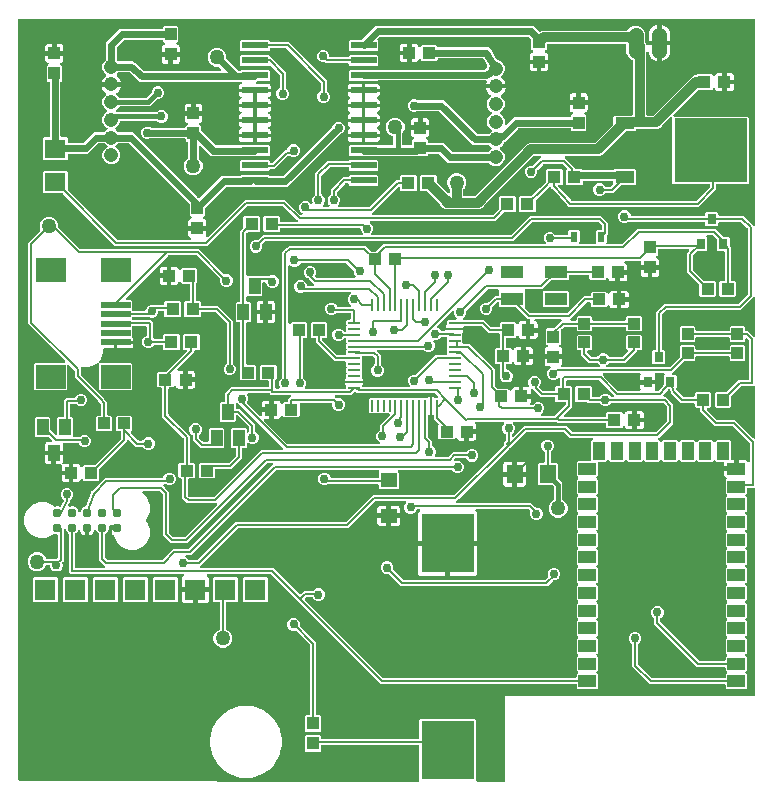
<source format=gbr>
G04 EAGLE Gerber RS-274X export*
G75*
%MOMM*%
%FSLAX34Y34*%
%LPD*%
%INTop Copper*%
%IPPOS*%
%AMOC8*
5,1,8,0,0,1.08239X$1,22.5*%
G01*
%ADD10R,1.000000X1.000000*%
%ADD11R,1.100000X1.000000*%
%ADD12R,1.000000X1.100000*%
%ADD13R,1.400000X1.600000*%
%ADD14C,1.208000*%
%ADD15R,1.803000X1.600000*%
%ADD16R,1.400000X1.200000*%
%ADD17R,0.630000X0.830000*%
%ADD18R,6.200000X5.400000*%
%ADD19R,1.600000X1.000000*%
%ADD20R,0.800000X0.900000*%
%ADD21R,2.200000X0.600000*%
%ADD22C,1.308000*%
%ADD23R,1.900000X1.100000*%
%ADD24R,1.000000X1.400000*%
%ADD25R,4.500000X5.000000*%
%ADD26R,1.500000X1.000000*%
%ADD27R,1.000000X1.500000*%
%ADD28R,1.778000X1.778000*%
%ADD29R,0.254000X1.000000*%
%ADD30R,1.000000X0.254000*%
%ADD31R,2.500000X0.500000*%
%ADD32R,2.500000X2.000000*%
%ADD33C,0.787400*%
%ADD34C,1.270000*%
%ADD35C,0.812800*%
%ADD36C,0.609600*%
%ADD37C,0.203200*%
%ADD38C,0.756400*%
%ADD39C,0.406400*%

G36*
X410057Y6520D02*
X410057Y6520D01*
X410116Y6519D01*
X410197Y6540D01*
X410280Y6551D01*
X410334Y6575D01*
X410391Y6590D01*
X410463Y6633D01*
X410540Y6667D01*
X410585Y6705D01*
X410636Y6736D01*
X410693Y6797D01*
X410757Y6850D01*
X410790Y6900D01*
X410830Y6943D01*
X410868Y7018D01*
X410915Y7087D01*
X410933Y7143D01*
X410960Y7196D01*
X410971Y7264D01*
X411001Y7358D01*
X411004Y7459D01*
X411015Y7527D01*
X411015Y78985D01*
X621824Y78985D01*
X621882Y78993D01*
X621940Y78991D01*
X622022Y79013D01*
X622106Y79025D01*
X622159Y79049D01*
X622215Y79063D01*
X622288Y79106D01*
X622365Y79141D01*
X622410Y79179D01*
X622460Y79209D01*
X622518Y79270D01*
X622582Y79325D01*
X622614Y79373D01*
X622654Y79416D01*
X622693Y79491D01*
X622740Y79561D01*
X622757Y79617D01*
X622784Y79669D01*
X622795Y79737D01*
X622825Y79832D01*
X622828Y79932D01*
X622839Y80000D01*
X622839Y254444D01*
X622831Y254502D01*
X622833Y254560D01*
X622811Y254642D01*
X622799Y254726D01*
X622776Y254779D01*
X622761Y254835D01*
X622718Y254908D01*
X622683Y254985D01*
X622645Y255030D01*
X622616Y255080D01*
X622554Y255138D01*
X622500Y255202D01*
X622451Y255234D01*
X622408Y255274D01*
X622333Y255313D01*
X622263Y255360D01*
X622207Y255377D01*
X622155Y255404D01*
X622087Y255415D01*
X621992Y255445D01*
X621892Y255448D01*
X621824Y255459D01*
X616740Y255459D01*
X616682Y255451D01*
X616624Y255453D01*
X616542Y255431D01*
X616458Y255419D01*
X616405Y255396D01*
X616349Y255381D01*
X616276Y255338D01*
X616199Y255303D01*
X616154Y255265D01*
X616104Y255236D01*
X616046Y255174D01*
X615982Y255120D01*
X615950Y255071D01*
X615910Y255028D01*
X615871Y254953D01*
X615824Y254883D01*
X615807Y254827D01*
X615780Y254775D01*
X615769Y254707D01*
X615739Y254612D01*
X615736Y254512D01*
X615725Y254444D01*
X615725Y250964D01*
X614574Y249814D01*
X614539Y249767D01*
X614497Y249727D01*
X614454Y249654D01*
X614403Y249587D01*
X614382Y249532D01*
X614353Y249482D01*
X614332Y249400D01*
X614302Y249321D01*
X614297Y249263D01*
X614283Y249206D01*
X614286Y249122D01*
X614279Y249038D01*
X614290Y248980D01*
X614292Y248922D01*
X614318Y248842D01*
X614334Y248759D01*
X614361Y248707D01*
X614379Y248651D01*
X614419Y248595D01*
X614465Y248507D01*
X614534Y248434D01*
X614574Y248378D01*
X615725Y247228D01*
X615725Y235964D01*
X614574Y234814D01*
X614539Y234767D01*
X614497Y234727D01*
X614454Y234654D01*
X614403Y234587D01*
X614382Y234532D01*
X614353Y234482D01*
X614332Y234400D01*
X614302Y234321D01*
X614297Y234263D01*
X614283Y234206D01*
X614286Y234122D01*
X614279Y234038D01*
X614290Y233980D01*
X614292Y233922D01*
X614318Y233842D01*
X614334Y233759D01*
X614361Y233707D01*
X614379Y233651D01*
X614419Y233595D01*
X614465Y233507D01*
X614534Y233434D01*
X614574Y233378D01*
X615725Y232228D01*
X615725Y220964D01*
X614574Y219814D01*
X614539Y219767D01*
X614497Y219727D01*
X614454Y219654D01*
X614403Y219587D01*
X614382Y219532D01*
X614353Y219482D01*
X614332Y219400D01*
X614302Y219321D01*
X614297Y219263D01*
X614283Y219206D01*
X614286Y219122D01*
X614279Y219038D01*
X614290Y218980D01*
X614292Y218922D01*
X614318Y218842D01*
X614334Y218759D01*
X614361Y218707D01*
X614379Y218651D01*
X614419Y218595D01*
X614465Y218507D01*
X614534Y218434D01*
X614574Y218378D01*
X615725Y217228D01*
X615725Y205964D01*
X614574Y204814D01*
X614539Y204767D01*
X614497Y204727D01*
X614454Y204654D01*
X614403Y204587D01*
X614382Y204532D01*
X614353Y204482D01*
X614332Y204400D01*
X614302Y204321D01*
X614297Y204263D01*
X614283Y204206D01*
X614286Y204122D01*
X614279Y204038D01*
X614290Y203980D01*
X614292Y203922D01*
X614318Y203842D01*
X614334Y203759D01*
X614361Y203707D01*
X614379Y203651D01*
X614419Y203595D01*
X614465Y203507D01*
X614534Y203434D01*
X614574Y203378D01*
X615725Y202228D01*
X615725Y190964D01*
X614574Y189814D01*
X614539Y189767D01*
X614497Y189727D01*
X614454Y189654D01*
X614403Y189587D01*
X614382Y189532D01*
X614353Y189482D01*
X614332Y189400D01*
X614302Y189321D01*
X614297Y189263D01*
X614283Y189206D01*
X614286Y189122D01*
X614279Y189038D01*
X614290Y188980D01*
X614292Y188922D01*
X614318Y188842D01*
X614334Y188759D01*
X614361Y188707D01*
X614379Y188651D01*
X614419Y188595D01*
X614465Y188507D01*
X614534Y188434D01*
X614574Y188378D01*
X615725Y187228D01*
X615725Y175964D01*
X614574Y174814D01*
X614539Y174767D01*
X614497Y174727D01*
X614454Y174654D01*
X614403Y174587D01*
X614382Y174532D01*
X614353Y174482D01*
X614332Y174400D01*
X614302Y174321D01*
X614297Y174263D01*
X614283Y174206D01*
X614286Y174122D01*
X614279Y174038D01*
X614290Y173980D01*
X614292Y173922D01*
X614318Y173842D01*
X614334Y173759D01*
X614361Y173707D01*
X614379Y173651D01*
X614419Y173595D01*
X614465Y173507D01*
X614534Y173434D01*
X614574Y173378D01*
X615725Y172228D01*
X615725Y160964D01*
X614574Y159814D01*
X614539Y159767D01*
X614497Y159727D01*
X614454Y159654D01*
X614403Y159587D01*
X614382Y159532D01*
X614353Y159482D01*
X614332Y159400D01*
X614302Y159321D01*
X614297Y159263D01*
X614283Y159206D01*
X614286Y159122D01*
X614279Y159038D01*
X614290Y158980D01*
X614292Y158922D01*
X614318Y158842D01*
X614334Y158759D01*
X614361Y158707D01*
X614379Y158651D01*
X614419Y158595D01*
X614465Y158507D01*
X614534Y158434D01*
X614574Y158378D01*
X615725Y157228D01*
X615725Y145964D01*
X614574Y144814D01*
X614539Y144767D01*
X614497Y144727D01*
X614454Y144654D01*
X614403Y144587D01*
X614382Y144532D01*
X614353Y144482D01*
X614332Y144400D01*
X614302Y144321D01*
X614297Y144263D01*
X614283Y144206D01*
X614286Y144122D01*
X614279Y144038D01*
X614290Y143980D01*
X614292Y143922D01*
X614318Y143842D01*
X614334Y143759D01*
X614361Y143707D01*
X614379Y143651D01*
X614419Y143595D01*
X614465Y143507D01*
X614534Y143434D01*
X614574Y143378D01*
X615725Y142228D01*
X615725Y130964D01*
X614574Y129814D01*
X614539Y129767D01*
X614497Y129727D01*
X614454Y129654D01*
X614403Y129587D01*
X614382Y129532D01*
X614353Y129482D01*
X614332Y129400D01*
X614302Y129321D01*
X614297Y129263D01*
X614283Y129206D01*
X614286Y129122D01*
X614279Y129038D01*
X614290Y128980D01*
X614292Y128922D01*
X614318Y128842D01*
X614334Y128759D01*
X614361Y128707D01*
X614379Y128651D01*
X614419Y128595D01*
X614465Y128507D01*
X614534Y128434D01*
X614574Y128378D01*
X615725Y127228D01*
X615725Y115964D01*
X614574Y114814D01*
X614567Y114804D01*
X614566Y114803D01*
X614539Y114767D01*
X614497Y114727D01*
X614454Y114654D01*
X614403Y114587D01*
X614382Y114532D01*
X614353Y114482D01*
X614332Y114400D01*
X614302Y114321D01*
X614297Y114263D01*
X614283Y114206D01*
X614286Y114122D01*
X614279Y114038D01*
X614290Y113980D01*
X614292Y113922D01*
X614318Y113842D01*
X614334Y113759D01*
X614361Y113707D01*
X614379Y113651D01*
X614419Y113595D01*
X614465Y113507D01*
X614534Y113434D01*
X614574Y113378D01*
X615725Y112228D01*
X615725Y100964D01*
X614574Y99814D01*
X614539Y99767D01*
X614497Y99727D01*
X614454Y99654D01*
X614403Y99587D01*
X614382Y99532D01*
X614353Y99482D01*
X614332Y99400D01*
X614302Y99321D01*
X614297Y99263D01*
X614283Y99206D01*
X614286Y99122D01*
X614279Y99038D01*
X614290Y98980D01*
X614292Y98922D01*
X614318Y98842D01*
X614334Y98759D01*
X614361Y98707D01*
X614379Y98651D01*
X614419Y98595D01*
X614465Y98507D01*
X614534Y98434D01*
X614574Y98378D01*
X615725Y97228D01*
X615725Y85964D01*
X614832Y85071D01*
X598568Y85071D01*
X597675Y85964D01*
X597675Y88040D01*
X597667Y88098D01*
X597669Y88156D01*
X597647Y88238D01*
X597635Y88322D01*
X597612Y88375D01*
X597597Y88431D01*
X597554Y88504D01*
X597519Y88581D01*
X597481Y88626D01*
X597452Y88676D01*
X597390Y88734D01*
X597336Y88798D01*
X597287Y88830D01*
X597244Y88870D01*
X597169Y88909D01*
X597099Y88956D01*
X597043Y88973D01*
X596991Y89000D01*
X596923Y89011D01*
X596828Y89041D01*
X596728Y89044D01*
X596660Y89055D01*
X533352Y89055D01*
X518459Y103948D01*
X518459Y122630D01*
X518459Y122632D01*
X518459Y122633D01*
X518439Y122774D01*
X518419Y122912D01*
X518419Y122913D01*
X518419Y122915D01*
X518360Y123044D01*
X518303Y123171D01*
X518302Y123172D01*
X518301Y123174D01*
X518211Y123280D01*
X518120Y123388D01*
X518118Y123389D01*
X518117Y123390D01*
X518105Y123398D01*
X518082Y123413D01*
X516501Y124994D01*
X515693Y126944D01*
X515693Y129056D01*
X516501Y131006D01*
X517994Y132499D01*
X519944Y133307D01*
X522056Y133307D01*
X524006Y132499D01*
X525499Y131006D01*
X526307Y129056D01*
X526307Y126944D01*
X525499Y124994D01*
X523937Y123432D01*
X523923Y123424D01*
X523922Y123422D01*
X523920Y123422D01*
X523822Y123317D01*
X523727Y123217D01*
X523727Y123215D01*
X523726Y123214D01*
X523660Y123086D01*
X523597Y122964D01*
X523597Y122963D01*
X523596Y122961D01*
X523594Y122946D01*
X523542Y122685D01*
X523545Y122655D01*
X523541Y122630D01*
X523541Y106473D01*
X523553Y106386D01*
X523556Y106299D01*
X523573Y106246D01*
X523581Y106191D01*
X523616Y106112D01*
X523643Y106028D01*
X523671Y105989D01*
X523697Y105932D01*
X523793Y105819D01*
X523838Y105755D01*
X535159Y94434D01*
X535229Y94382D01*
X535293Y94322D01*
X535342Y94296D01*
X535386Y94263D01*
X535468Y94232D01*
X535546Y94192D01*
X535593Y94184D01*
X535652Y94162D01*
X535800Y94150D01*
X535877Y94137D01*
X596660Y94137D01*
X596718Y94145D01*
X596776Y94143D01*
X596858Y94165D01*
X596942Y94177D01*
X596995Y94200D01*
X597051Y94215D01*
X597124Y94258D01*
X597201Y94293D01*
X597246Y94331D01*
X597296Y94360D01*
X597354Y94422D01*
X597418Y94476D01*
X597450Y94525D01*
X597490Y94568D01*
X597529Y94643D01*
X597576Y94713D01*
X597593Y94769D01*
X597620Y94821D01*
X597631Y94889D01*
X597661Y94984D01*
X597664Y95084D01*
X597675Y95152D01*
X597675Y97228D01*
X598826Y98378D01*
X598861Y98425D01*
X598903Y98465D01*
X598946Y98538D01*
X598997Y98605D01*
X599018Y98660D01*
X599047Y98710D01*
X599068Y98792D01*
X599098Y98871D01*
X599103Y98929D01*
X599117Y98986D01*
X599114Y99070D01*
X599121Y99154D01*
X599110Y99212D01*
X599108Y99270D01*
X599082Y99350D01*
X599066Y99433D01*
X599039Y99485D01*
X599021Y99541D01*
X598981Y99597D01*
X598935Y99685D01*
X598866Y99758D01*
X598826Y99814D01*
X597675Y100964D01*
X597675Y103040D01*
X597667Y103098D01*
X597669Y103156D01*
X597647Y103238D01*
X597635Y103322D01*
X597612Y103375D01*
X597597Y103431D01*
X597554Y103504D01*
X597519Y103581D01*
X597481Y103626D01*
X597452Y103676D01*
X597390Y103734D01*
X597336Y103798D01*
X597287Y103830D01*
X597244Y103870D01*
X597169Y103909D01*
X597099Y103956D01*
X597043Y103973D01*
X596991Y104000D01*
X596923Y104011D01*
X596828Y104041D01*
X596728Y104044D01*
X596660Y104055D01*
X573352Y104055D01*
X537459Y139948D01*
X537459Y144630D01*
X537459Y144632D01*
X537459Y144633D01*
X537452Y144683D01*
X537453Y144702D01*
X537445Y144731D01*
X537439Y144771D01*
X537419Y144912D01*
X537419Y144913D01*
X537419Y144915D01*
X537360Y145044D01*
X537303Y145171D01*
X537302Y145172D01*
X537301Y145174D01*
X537211Y145280D01*
X537120Y145388D01*
X537118Y145389D01*
X537117Y145390D01*
X537105Y145398D01*
X537082Y145413D01*
X535501Y146994D01*
X534693Y148944D01*
X534693Y151056D01*
X535501Y153006D01*
X536994Y154499D01*
X538944Y155307D01*
X541056Y155307D01*
X543006Y154499D01*
X544499Y153006D01*
X545307Y151056D01*
X545307Y148944D01*
X544499Y146994D01*
X542937Y145432D01*
X542923Y145424D01*
X542922Y145422D01*
X542920Y145422D01*
X542822Y145317D01*
X542727Y145217D01*
X542727Y145215D01*
X542726Y145214D01*
X542660Y145086D01*
X542597Y144964D01*
X542597Y144963D01*
X542596Y144961D01*
X542594Y144946D01*
X542557Y144763D01*
X542555Y144754D01*
X542555Y144748D01*
X542542Y144685D01*
X542545Y144655D01*
X542541Y144630D01*
X542541Y142473D01*
X542553Y142386D01*
X542556Y142299D01*
X542573Y142246D01*
X542581Y142191D01*
X542616Y142112D01*
X542643Y142028D01*
X542671Y141989D01*
X542697Y141932D01*
X542793Y141819D01*
X542838Y141755D01*
X575159Y109434D01*
X575229Y109382D01*
X575293Y109322D01*
X575342Y109296D01*
X575386Y109263D01*
X575468Y109232D01*
X575546Y109192D01*
X575593Y109184D01*
X575652Y109162D01*
X575800Y109150D01*
X575877Y109137D01*
X596660Y109137D01*
X596718Y109145D01*
X596776Y109143D01*
X596858Y109165D01*
X596942Y109177D01*
X596995Y109200D01*
X597051Y109215D01*
X597124Y109258D01*
X597201Y109293D01*
X597246Y109331D01*
X597296Y109360D01*
X597354Y109422D01*
X597418Y109476D01*
X597450Y109525D01*
X597490Y109568D01*
X597529Y109643D01*
X597576Y109713D01*
X597593Y109769D01*
X597620Y109821D01*
X597631Y109889D01*
X597661Y109984D01*
X597664Y110084D01*
X597675Y110152D01*
X597675Y112228D01*
X598826Y113378D01*
X598861Y113425D01*
X598903Y113465D01*
X598946Y113538D01*
X598997Y113605D01*
X599018Y113660D01*
X599047Y113710D01*
X599068Y113792D01*
X599098Y113871D01*
X599103Y113929D01*
X599117Y113986D01*
X599114Y114070D01*
X599121Y114154D01*
X599110Y114212D01*
X599108Y114270D01*
X599082Y114350D01*
X599066Y114433D01*
X599039Y114485D01*
X599021Y114541D01*
X598981Y114597D01*
X598935Y114685D01*
X598879Y114744D01*
X598867Y114764D01*
X598849Y114781D01*
X598826Y114814D01*
X597675Y115964D01*
X597675Y127228D01*
X598826Y128378D01*
X598861Y128425D01*
X598903Y128465D01*
X598946Y128538D01*
X598997Y128605D01*
X599018Y128660D01*
X599047Y128710D01*
X599068Y128792D01*
X599098Y128871D01*
X599103Y128929D01*
X599117Y128986D01*
X599114Y129070D01*
X599121Y129154D01*
X599110Y129212D01*
X599108Y129270D01*
X599082Y129350D01*
X599066Y129433D01*
X599039Y129485D01*
X599021Y129541D01*
X598981Y129597D01*
X598935Y129685D01*
X598866Y129758D01*
X598826Y129814D01*
X597675Y130964D01*
X597675Y142228D01*
X598826Y143378D01*
X598861Y143425D01*
X598903Y143465D01*
X598946Y143538D01*
X598997Y143605D01*
X599018Y143660D01*
X599047Y143710D01*
X599068Y143792D01*
X599098Y143871D01*
X599103Y143929D01*
X599117Y143986D01*
X599114Y144070D01*
X599121Y144154D01*
X599110Y144212D01*
X599108Y144270D01*
X599082Y144350D01*
X599066Y144433D01*
X599039Y144485D01*
X599021Y144541D01*
X598981Y144597D01*
X598935Y144685D01*
X598866Y144758D01*
X598826Y144814D01*
X597675Y145964D01*
X597675Y157228D01*
X598826Y158378D01*
X598861Y158425D01*
X598903Y158465D01*
X598946Y158538D01*
X598997Y158605D01*
X599018Y158660D01*
X599047Y158710D01*
X599068Y158792D01*
X599098Y158871D01*
X599103Y158929D01*
X599117Y158986D01*
X599114Y159070D01*
X599121Y159154D01*
X599110Y159212D01*
X599108Y159270D01*
X599082Y159350D01*
X599066Y159433D01*
X599039Y159485D01*
X599021Y159541D01*
X598981Y159597D01*
X598935Y159685D01*
X598866Y159758D01*
X598826Y159814D01*
X597675Y160964D01*
X597675Y172228D01*
X598826Y173378D01*
X598861Y173425D01*
X598903Y173465D01*
X598946Y173538D01*
X598997Y173605D01*
X599018Y173660D01*
X599047Y173710D01*
X599068Y173792D01*
X599098Y173871D01*
X599103Y173929D01*
X599117Y173986D01*
X599114Y174070D01*
X599121Y174154D01*
X599110Y174212D01*
X599108Y174270D01*
X599082Y174350D01*
X599066Y174433D01*
X599039Y174485D01*
X599021Y174541D01*
X598981Y174597D01*
X598935Y174685D01*
X598866Y174758D01*
X598826Y174814D01*
X597675Y175964D01*
X597675Y187228D01*
X598826Y188378D01*
X598861Y188425D01*
X598903Y188465D01*
X598946Y188538D01*
X598997Y188605D01*
X599018Y188660D01*
X599047Y188710D01*
X599068Y188792D01*
X599098Y188871D01*
X599103Y188929D01*
X599117Y188986D01*
X599114Y189070D01*
X599121Y189154D01*
X599110Y189212D01*
X599108Y189270D01*
X599082Y189350D01*
X599066Y189433D01*
X599039Y189485D01*
X599021Y189541D01*
X598981Y189597D01*
X598935Y189685D01*
X598866Y189758D01*
X598826Y189814D01*
X597675Y190964D01*
X597675Y202228D01*
X598826Y203378D01*
X598861Y203425D01*
X598903Y203465D01*
X598946Y203538D01*
X598997Y203605D01*
X599018Y203660D01*
X599047Y203710D01*
X599068Y203792D01*
X599098Y203871D01*
X599103Y203929D01*
X599117Y203986D01*
X599114Y204070D01*
X599121Y204154D01*
X599110Y204212D01*
X599108Y204270D01*
X599082Y204350D01*
X599066Y204433D01*
X599039Y204485D01*
X599021Y204541D01*
X598981Y204597D01*
X598935Y204685D01*
X598866Y204758D01*
X598826Y204814D01*
X597675Y205964D01*
X597675Y217228D01*
X598826Y218378D01*
X598861Y218425D01*
X598903Y218465D01*
X598946Y218538D01*
X598997Y218605D01*
X599018Y218660D01*
X599047Y218710D01*
X599068Y218792D01*
X599098Y218871D01*
X599103Y218929D01*
X599117Y218986D01*
X599114Y219070D01*
X599121Y219154D01*
X599110Y219212D01*
X599108Y219270D01*
X599082Y219350D01*
X599066Y219433D01*
X599039Y219485D01*
X599021Y219541D01*
X598981Y219597D01*
X598935Y219685D01*
X598866Y219758D01*
X598826Y219814D01*
X597675Y220964D01*
X597675Y232228D01*
X598826Y233378D01*
X598861Y233425D01*
X598903Y233465D01*
X598946Y233538D01*
X598997Y233605D01*
X599018Y233660D01*
X599047Y233710D01*
X599068Y233792D01*
X599098Y233871D01*
X599103Y233929D01*
X599117Y233986D01*
X599114Y234070D01*
X599121Y234154D01*
X599110Y234212D01*
X599108Y234270D01*
X599082Y234350D01*
X599066Y234433D01*
X599039Y234485D01*
X599021Y234541D01*
X598981Y234597D01*
X598935Y234685D01*
X598866Y234758D01*
X598826Y234814D01*
X597675Y235964D01*
X597675Y247228D01*
X598826Y248378D01*
X598861Y248425D01*
X598903Y248465D01*
X598946Y248538D01*
X598997Y248605D01*
X599018Y248660D01*
X599047Y248710D01*
X599068Y248792D01*
X599098Y248871D01*
X599103Y248929D01*
X599117Y248986D01*
X599114Y249070D01*
X599121Y249154D01*
X599110Y249212D01*
X599108Y249270D01*
X599082Y249350D01*
X599066Y249433D01*
X599039Y249485D01*
X599021Y249541D01*
X598981Y249597D01*
X598935Y249685D01*
X598866Y249758D01*
X598826Y249814D01*
X597675Y250964D01*
X597675Y262228D01*
X598207Y262760D01*
X598237Y262799D01*
X598273Y262832D01*
X598322Y262912D01*
X598378Y262987D01*
X598396Y263032D01*
X598421Y263074D01*
X598446Y263165D01*
X598479Y263252D01*
X598484Y263301D01*
X598496Y263348D01*
X598495Y263442D01*
X598503Y263536D01*
X598493Y263584D01*
X598493Y263632D01*
X598466Y263722D01*
X598447Y263815D01*
X598425Y263858D01*
X598411Y263905D01*
X598359Y263983D01*
X598316Y264067D01*
X598283Y264102D01*
X598256Y264143D01*
X598199Y264190D01*
X598120Y264273D01*
X598046Y264317D01*
X597997Y264357D01*
X597640Y264563D01*
X597167Y265036D01*
X596832Y265615D01*
X596659Y266262D01*
X596659Y269565D01*
X605684Y269565D01*
X605742Y269573D01*
X605800Y269571D01*
X605882Y269593D01*
X605965Y269605D01*
X606019Y269629D01*
X606075Y269643D01*
X606148Y269686D01*
X606225Y269721D01*
X606269Y269759D01*
X606320Y269789D01*
X606377Y269850D01*
X606442Y269905D01*
X606474Y269953D01*
X606514Y269996D01*
X606553Y270071D01*
X606599Y270141D01*
X606617Y270197D01*
X606644Y270249D01*
X606655Y270317D01*
X606685Y270412D01*
X606688Y270512D01*
X606699Y270580D01*
X606699Y271597D01*
X607716Y271597D01*
X607774Y271605D01*
X607832Y271604D01*
X607914Y271625D01*
X607997Y271637D01*
X608051Y271661D01*
X608107Y271675D01*
X608180Y271718D01*
X608257Y271753D01*
X608301Y271791D01*
X608352Y271821D01*
X608409Y271882D01*
X608474Y271937D01*
X608506Y271985D01*
X608546Y272028D01*
X608585Y272103D01*
X608631Y272173D01*
X608649Y272229D01*
X608676Y272281D01*
X608687Y272349D01*
X608717Y272444D01*
X608720Y272544D01*
X608731Y272612D01*
X608731Y279137D01*
X614534Y279137D01*
X615181Y278964D01*
X615760Y278629D01*
X616233Y278156D01*
X616565Y277582D01*
X616577Y277566D01*
X616585Y277548D01*
X616664Y277454D01*
X616740Y277358D01*
X616756Y277346D01*
X616769Y277331D01*
X616871Y277263D01*
X616970Y277191D01*
X616989Y277184D01*
X617005Y277174D01*
X617122Y277136D01*
X617238Y277095D01*
X617258Y277094D01*
X617276Y277088D01*
X617399Y277085D01*
X617522Y277077D01*
X617541Y277081D01*
X617560Y277081D01*
X617679Y277112D01*
X617799Y277138D01*
X617817Y277147D01*
X617835Y277152D01*
X617941Y277215D01*
X618049Y277274D01*
X618063Y277288D01*
X618080Y277298D01*
X618164Y277387D01*
X618251Y277474D01*
X618261Y277491D01*
X618274Y277505D01*
X618330Y277614D01*
X618390Y277722D01*
X618395Y277741D01*
X618404Y277758D01*
X618416Y277831D01*
X618455Y277998D01*
X618453Y278049D01*
X618459Y278089D01*
X618459Y292527D01*
X618447Y292614D01*
X618444Y292701D01*
X618427Y292754D01*
X618419Y292809D01*
X618384Y292888D01*
X618357Y292972D01*
X618329Y293011D01*
X618303Y293068D01*
X618207Y293181D01*
X618162Y293245D01*
X604245Y307162D01*
X604175Y307214D01*
X604111Y307274D01*
X604062Y307300D01*
X604018Y307333D01*
X603936Y307364D01*
X603858Y307404D01*
X603811Y307412D01*
X603752Y307434D01*
X603604Y307446D01*
X603527Y307459D01*
X588948Y307459D01*
X575959Y320448D01*
X575959Y322460D01*
X575951Y322518D01*
X575953Y322576D01*
X575931Y322658D01*
X575919Y322742D01*
X575896Y322795D01*
X575881Y322851D01*
X575838Y322924D01*
X575803Y323001D01*
X575765Y323046D01*
X575736Y323096D01*
X575674Y323154D01*
X575620Y323218D01*
X575571Y323250D01*
X575528Y323290D01*
X575453Y323329D01*
X575383Y323376D01*
X575327Y323393D01*
X575275Y323420D01*
X575207Y323431D01*
X575112Y323461D01*
X575012Y323464D01*
X574944Y323475D01*
X572368Y323475D01*
X571475Y324368D01*
X571475Y326444D01*
X571467Y326502D01*
X571469Y326560D01*
X571447Y326642D01*
X571435Y326726D01*
X571412Y326779D01*
X571397Y326835D01*
X571354Y326908D01*
X571319Y326985D01*
X571281Y327030D01*
X571252Y327080D01*
X571190Y327138D01*
X571136Y327202D01*
X571087Y327234D01*
X571044Y327274D01*
X570969Y327313D01*
X570899Y327360D01*
X570843Y327377D01*
X570791Y327404D01*
X570723Y327415D01*
X570628Y327445D01*
X570528Y327448D01*
X570460Y327459D01*
X559936Y327459D01*
X558151Y329245D01*
X558150Y329245D01*
X552674Y334722D01*
X552655Y334736D01*
X552640Y334754D01*
X552575Y334796D01*
X552447Y334893D01*
X552394Y334913D01*
X552358Y334936D01*
X552017Y335083D01*
X551899Y335379D01*
X551880Y335412D01*
X551868Y335449D01*
X551823Y335512D01*
X551758Y335626D01*
X551705Y335677D01*
X551673Y335722D01*
X551448Y335948D01*
X551448Y336319D01*
X551445Y336342D01*
X551447Y336366D01*
X551431Y336441D01*
X551408Y336600D01*
X551385Y336651D01*
X551376Y336694D01*
X550694Y338409D01*
X550689Y338417D01*
X550687Y338425D01*
X550619Y338540D01*
X550553Y338656D01*
X550546Y338662D01*
X550542Y338670D01*
X550444Y338761D01*
X550349Y338854D01*
X550341Y338858D01*
X550335Y338864D01*
X550216Y338925D01*
X550098Y338988D01*
X550089Y338990D01*
X550082Y338994D01*
X550029Y339003D01*
X549820Y339047D01*
X549781Y339044D01*
X549750Y339049D01*
X549633Y339049D01*
X549496Y339030D01*
X549358Y339011D01*
X549355Y339010D01*
X549352Y339009D01*
X549226Y338953D01*
X549098Y338897D01*
X549095Y338895D01*
X549092Y338893D01*
X548875Y338710D01*
X548861Y338689D01*
X548846Y338675D01*
X545348Y334377D01*
X545329Y334346D01*
X545305Y334320D01*
X545256Y334225D01*
X545201Y334133D01*
X545192Y334099D01*
X545176Y334067D01*
X545163Y333990D01*
X545128Y333859D01*
X545129Y333788D01*
X545120Y333736D01*
X545120Y333556D01*
X545128Y333498D01*
X545127Y333440D01*
X545148Y333358D01*
X545160Y333274D01*
X545184Y333221D01*
X545199Y333165D01*
X545242Y333092D01*
X545276Y333015D01*
X545314Y332970D01*
X545344Y332920D01*
X545405Y332862D01*
X545460Y332798D01*
X545508Y332766D01*
X545551Y332726D01*
X545626Y332687D01*
X545696Y332640D01*
X545752Y332623D01*
X545804Y332596D01*
X545872Y332585D01*
X545967Y332555D01*
X546067Y332552D01*
X546135Y332541D01*
X547052Y332541D01*
X553541Y326052D01*
X553541Y309948D01*
X551755Y308162D01*
X540947Y297354D01*
X540929Y297330D01*
X540907Y297311D01*
X540844Y297217D01*
X540776Y297127D01*
X540766Y297099D01*
X540749Y297075D01*
X540715Y296967D01*
X540675Y296861D01*
X540672Y296832D01*
X540664Y296804D01*
X540661Y296690D01*
X540651Y296578D01*
X540657Y296549D01*
X540656Y296520D01*
X540685Y296410D01*
X540707Y296299D01*
X540721Y296273D01*
X540728Y296245D01*
X540786Y296147D01*
X540838Y296047D01*
X540858Y296025D01*
X540873Y296000D01*
X540956Y295923D01*
X541034Y295841D01*
X541059Y295826D01*
X541081Y295806D01*
X541182Y295754D01*
X541222Y295730D01*
X542482Y294470D01*
X542529Y294435D01*
X542569Y294393D01*
X542642Y294350D01*
X542709Y294299D01*
X542764Y294278D01*
X542814Y294249D01*
X542896Y294228D01*
X542975Y294198D01*
X543033Y294193D01*
X543090Y294179D01*
X543174Y294182D01*
X543258Y294175D01*
X543316Y294186D01*
X543374Y294188D01*
X543454Y294214D01*
X543537Y294230D01*
X543589Y294257D01*
X543645Y294275D01*
X543701Y294315D01*
X543789Y294361D01*
X543862Y294430D01*
X543918Y294470D01*
X545068Y295621D01*
X556332Y295621D01*
X557482Y294470D01*
X557529Y294435D01*
X557569Y294393D01*
X557642Y294350D01*
X557709Y294299D01*
X557764Y294278D01*
X557814Y294249D01*
X557896Y294228D01*
X557975Y294198D01*
X558033Y294193D01*
X558090Y294179D01*
X558174Y294182D01*
X558258Y294175D01*
X558316Y294186D01*
X558374Y294188D01*
X558454Y294214D01*
X558537Y294230D01*
X558589Y294257D01*
X558645Y294275D01*
X558701Y294315D01*
X558789Y294361D01*
X558862Y294430D01*
X558918Y294470D01*
X560068Y295621D01*
X571332Y295621D01*
X572482Y294470D01*
X572529Y294435D01*
X572569Y294393D01*
X572642Y294350D01*
X572709Y294299D01*
X572764Y294278D01*
X572814Y294249D01*
X572896Y294228D01*
X572975Y294198D01*
X573033Y294193D01*
X573090Y294179D01*
X573174Y294182D01*
X573258Y294175D01*
X573316Y294186D01*
X573374Y294188D01*
X573454Y294214D01*
X573537Y294230D01*
X573589Y294257D01*
X573645Y294275D01*
X573701Y294315D01*
X573789Y294361D01*
X573862Y294430D01*
X573918Y294470D01*
X575068Y295621D01*
X586332Y295621D01*
X587482Y294470D01*
X587529Y294435D01*
X587569Y294393D01*
X587642Y294350D01*
X587709Y294299D01*
X587764Y294278D01*
X587814Y294249D01*
X587896Y294228D01*
X587975Y294198D01*
X588033Y294193D01*
X588090Y294179D01*
X588174Y294182D01*
X588258Y294175D01*
X588316Y294186D01*
X588374Y294188D01*
X588454Y294214D01*
X588537Y294230D01*
X588589Y294257D01*
X588645Y294275D01*
X588701Y294315D01*
X588789Y294361D01*
X588862Y294430D01*
X588918Y294470D01*
X590068Y295621D01*
X601332Y295621D01*
X602225Y294728D01*
X602225Y280152D01*
X602233Y280094D01*
X602231Y280036D01*
X602253Y279954D01*
X602265Y279870D01*
X602288Y279817D01*
X602303Y279761D01*
X602346Y279688D01*
X602381Y279611D01*
X602419Y279566D01*
X602448Y279516D01*
X602510Y279458D01*
X602564Y279394D01*
X602613Y279362D01*
X602656Y279322D01*
X602731Y279283D01*
X602801Y279236D01*
X602857Y279219D01*
X602909Y279192D01*
X602977Y279181D01*
X603072Y279151D01*
X603172Y279148D01*
X603240Y279137D01*
X604669Y279137D01*
X604669Y273627D01*
X596659Y273627D01*
X596659Y276556D01*
X596651Y276614D01*
X596653Y276672D01*
X596631Y276754D01*
X596619Y276838D01*
X596596Y276891D01*
X596581Y276947D01*
X596538Y277020D01*
X596503Y277097D01*
X596465Y277142D01*
X596436Y277192D01*
X596374Y277250D01*
X596320Y277314D01*
X596271Y277346D01*
X596228Y277386D01*
X596153Y277425D01*
X596083Y277472D01*
X596027Y277489D01*
X595975Y277516D01*
X595907Y277527D01*
X595812Y277557D01*
X595712Y277560D01*
X595644Y277571D01*
X590068Y277571D01*
X588918Y278722D01*
X588871Y278757D01*
X588831Y278799D01*
X588758Y278842D01*
X588691Y278893D01*
X588636Y278914D01*
X588586Y278943D01*
X588504Y278964D01*
X588425Y278994D01*
X588367Y278999D01*
X588310Y279013D01*
X588226Y279010D01*
X588142Y279017D01*
X588084Y279006D01*
X588026Y279004D01*
X587946Y278978D01*
X587863Y278962D01*
X587811Y278935D01*
X587755Y278917D01*
X587699Y278877D01*
X587611Y278831D01*
X587538Y278762D01*
X587482Y278722D01*
X586332Y277571D01*
X575068Y277571D01*
X573918Y278722D01*
X573871Y278757D01*
X573831Y278799D01*
X573758Y278842D01*
X573691Y278893D01*
X573636Y278914D01*
X573586Y278943D01*
X573504Y278964D01*
X573425Y278994D01*
X573367Y278999D01*
X573310Y279013D01*
X573226Y279010D01*
X573142Y279017D01*
X573084Y279006D01*
X573026Y279004D01*
X572946Y278978D01*
X572863Y278962D01*
X572811Y278935D01*
X572755Y278917D01*
X572699Y278877D01*
X572611Y278831D01*
X572538Y278762D01*
X572482Y278722D01*
X571332Y277571D01*
X560068Y277571D01*
X558918Y278722D01*
X558871Y278757D01*
X558831Y278799D01*
X558758Y278842D01*
X558691Y278893D01*
X558636Y278914D01*
X558586Y278943D01*
X558504Y278964D01*
X558425Y278994D01*
X558367Y278999D01*
X558310Y279013D01*
X558226Y279010D01*
X558142Y279017D01*
X558084Y279006D01*
X558026Y279004D01*
X557946Y278978D01*
X557863Y278962D01*
X557811Y278935D01*
X557755Y278917D01*
X557699Y278877D01*
X557611Y278831D01*
X557538Y278762D01*
X557482Y278722D01*
X556332Y277571D01*
X545068Y277571D01*
X543918Y278722D01*
X543871Y278757D01*
X543831Y278799D01*
X543758Y278842D01*
X543691Y278893D01*
X543636Y278914D01*
X543586Y278943D01*
X543504Y278964D01*
X543425Y278994D01*
X543367Y278999D01*
X543310Y279013D01*
X543226Y279010D01*
X543142Y279017D01*
X543084Y279006D01*
X543026Y279004D01*
X542946Y278978D01*
X542863Y278962D01*
X542811Y278935D01*
X542755Y278917D01*
X542699Y278877D01*
X542611Y278831D01*
X542538Y278762D01*
X542482Y278722D01*
X541332Y277571D01*
X530068Y277571D01*
X528918Y278722D01*
X528871Y278757D01*
X528831Y278799D01*
X528758Y278842D01*
X528691Y278893D01*
X528636Y278914D01*
X528586Y278943D01*
X528504Y278964D01*
X528425Y278994D01*
X528367Y278999D01*
X528310Y279013D01*
X528226Y279010D01*
X528142Y279017D01*
X528084Y279006D01*
X528026Y279004D01*
X527946Y278978D01*
X527863Y278962D01*
X527811Y278935D01*
X527755Y278917D01*
X527699Y278877D01*
X527611Y278831D01*
X527538Y278762D01*
X527482Y278722D01*
X526332Y277571D01*
X515068Y277571D01*
X513918Y278722D01*
X513871Y278757D01*
X513831Y278799D01*
X513758Y278842D01*
X513691Y278893D01*
X513636Y278914D01*
X513586Y278943D01*
X513504Y278964D01*
X513425Y278994D01*
X513367Y278999D01*
X513310Y279013D01*
X513226Y279010D01*
X513142Y279017D01*
X513084Y279006D01*
X513026Y279004D01*
X512946Y278978D01*
X512863Y278962D01*
X512811Y278935D01*
X512755Y278917D01*
X512699Y278877D01*
X512611Y278831D01*
X512538Y278762D01*
X512482Y278722D01*
X511332Y277571D01*
X500068Y277571D01*
X498918Y278722D01*
X498871Y278757D01*
X498831Y278799D01*
X498758Y278842D01*
X498691Y278893D01*
X498636Y278914D01*
X498586Y278943D01*
X498504Y278964D01*
X498425Y278994D01*
X498367Y278999D01*
X498310Y279013D01*
X498226Y279010D01*
X498142Y279017D01*
X498084Y279006D01*
X498026Y279004D01*
X497946Y278978D01*
X497863Y278962D01*
X497811Y278935D01*
X497755Y278917D01*
X497699Y278877D01*
X497611Y278831D01*
X497538Y278762D01*
X497482Y278722D01*
X496332Y277571D01*
X490740Y277571D01*
X490682Y277563D01*
X490624Y277565D01*
X490542Y277543D01*
X490458Y277531D01*
X490405Y277508D01*
X490349Y277493D01*
X490276Y277450D01*
X490199Y277415D01*
X490154Y277377D01*
X490104Y277348D01*
X490046Y277286D01*
X489982Y277232D01*
X489950Y277183D01*
X489910Y277140D01*
X489871Y277065D01*
X489824Y276995D01*
X489807Y276939D01*
X489780Y276887D01*
X489769Y276819D01*
X489739Y276724D01*
X489736Y276624D01*
X489725Y276556D01*
X489725Y265964D01*
X488574Y264814D01*
X488539Y264767D01*
X488497Y264727D01*
X488454Y264654D01*
X488403Y264587D01*
X488382Y264532D01*
X488353Y264482D01*
X488332Y264400D01*
X488302Y264321D01*
X488297Y264263D01*
X488283Y264206D01*
X488286Y264122D01*
X488279Y264038D01*
X488290Y263980D01*
X488292Y263922D01*
X488318Y263842D01*
X488334Y263759D01*
X488361Y263707D01*
X488379Y263651D01*
X488419Y263595D01*
X488465Y263507D01*
X488534Y263434D01*
X488574Y263378D01*
X489725Y262228D01*
X489725Y250964D01*
X488574Y249814D01*
X488539Y249767D01*
X488497Y249727D01*
X488454Y249654D01*
X488403Y249587D01*
X488382Y249532D01*
X488353Y249482D01*
X488332Y249400D01*
X488302Y249321D01*
X488297Y249263D01*
X488283Y249206D01*
X488286Y249122D01*
X488279Y249038D01*
X488290Y248980D01*
X488292Y248922D01*
X488318Y248842D01*
X488334Y248759D01*
X488361Y248707D01*
X488379Y248651D01*
X488419Y248595D01*
X488465Y248507D01*
X488534Y248434D01*
X488574Y248378D01*
X489725Y247228D01*
X489725Y235964D01*
X488574Y234814D01*
X488539Y234767D01*
X488497Y234727D01*
X488454Y234654D01*
X488403Y234587D01*
X488382Y234532D01*
X488353Y234482D01*
X488332Y234400D01*
X488302Y234321D01*
X488297Y234263D01*
X488283Y234206D01*
X488286Y234122D01*
X488279Y234038D01*
X488290Y233980D01*
X488292Y233922D01*
X488318Y233842D01*
X488334Y233759D01*
X488361Y233707D01*
X488379Y233651D01*
X488419Y233595D01*
X488465Y233507D01*
X488534Y233434D01*
X488574Y233378D01*
X489725Y232228D01*
X489725Y220964D01*
X488574Y219814D01*
X488539Y219767D01*
X488497Y219727D01*
X488454Y219654D01*
X488403Y219587D01*
X488382Y219532D01*
X488353Y219482D01*
X488332Y219400D01*
X488302Y219321D01*
X488297Y219263D01*
X488283Y219206D01*
X488286Y219122D01*
X488279Y219038D01*
X488290Y218980D01*
X488292Y218922D01*
X488318Y218842D01*
X488334Y218759D01*
X488361Y218707D01*
X488379Y218651D01*
X488419Y218595D01*
X488465Y218507D01*
X488534Y218434D01*
X488574Y218378D01*
X489725Y217228D01*
X489725Y205964D01*
X488574Y204814D01*
X488539Y204767D01*
X488497Y204727D01*
X488454Y204654D01*
X488403Y204587D01*
X488382Y204532D01*
X488353Y204482D01*
X488332Y204400D01*
X488302Y204321D01*
X488297Y204263D01*
X488283Y204206D01*
X488286Y204122D01*
X488279Y204038D01*
X488290Y203980D01*
X488292Y203922D01*
X488318Y203842D01*
X488334Y203759D01*
X488361Y203707D01*
X488379Y203651D01*
X488419Y203595D01*
X488465Y203507D01*
X488534Y203434D01*
X488574Y203378D01*
X489725Y202228D01*
X489725Y190964D01*
X488574Y189814D01*
X488539Y189767D01*
X488497Y189727D01*
X488454Y189654D01*
X488403Y189587D01*
X488382Y189532D01*
X488353Y189482D01*
X488332Y189400D01*
X488302Y189321D01*
X488297Y189263D01*
X488283Y189206D01*
X488286Y189122D01*
X488279Y189038D01*
X488290Y188980D01*
X488292Y188922D01*
X488318Y188842D01*
X488334Y188759D01*
X488361Y188707D01*
X488379Y188651D01*
X488419Y188595D01*
X488465Y188507D01*
X488534Y188434D01*
X488574Y188378D01*
X489725Y187228D01*
X489725Y175964D01*
X488574Y174814D01*
X488539Y174767D01*
X488497Y174727D01*
X488454Y174654D01*
X488403Y174587D01*
X488382Y174532D01*
X488353Y174482D01*
X488332Y174400D01*
X488302Y174321D01*
X488297Y174263D01*
X488283Y174206D01*
X488286Y174122D01*
X488279Y174038D01*
X488290Y173980D01*
X488292Y173922D01*
X488318Y173842D01*
X488334Y173759D01*
X488361Y173707D01*
X488379Y173651D01*
X488419Y173595D01*
X488465Y173507D01*
X488534Y173434D01*
X488574Y173378D01*
X489725Y172228D01*
X489725Y160964D01*
X488574Y159814D01*
X488539Y159767D01*
X488497Y159727D01*
X488454Y159654D01*
X488403Y159587D01*
X488382Y159532D01*
X488353Y159482D01*
X488332Y159400D01*
X488302Y159321D01*
X488297Y159263D01*
X488283Y159206D01*
X488286Y159122D01*
X488279Y159038D01*
X488290Y158980D01*
X488292Y158922D01*
X488318Y158842D01*
X488334Y158759D01*
X488361Y158707D01*
X488379Y158651D01*
X488419Y158595D01*
X488465Y158507D01*
X488534Y158434D01*
X488574Y158378D01*
X489725Y157228D01*
X489725Y145964D01*
X488574Y144814D01*
X488539Y144767D01*
X488497Y144727D01*
X488454Y144654D01*
X488403Y144587D01*
X488382Y144532D01*
X488353Y144482D01*
X488332Y144400D01*
X488302Y144321D01*
X488297Y144263D01*
X488283Y144206D01*
X488286Y144122D01*
X488279Y144038D01*
X488290Y143980D01*
X488292Y143922D01*
X488318Y143842D01*
X488334Y143759D01*
X488361Y143707D01*
X488379Y143651D01*
X488419Y143595D01*
X488465Y143507D01*
X488534Y143434D01*
X488574Y143378D01*
X489725Y142228D01*
X489725Y130964D01*
X488574Y129814D01*
X488539Y129767D01*
X488497Y129727D01*
X488454Y129654D01*
X488403Y129587D01*
X488382Y129532D01*
X488353Y129482D01*
X488332Y129400D01*
X488302Y129321D01*
X488297Y129263D01*
X488283Y129206D01*
X488286Y129122D01*
X488279Y129038D01*
X488290Y128980D01*
X488292Y128922D01*
X488318Y128842D01*
X488334Y128759D01*
X488361Y128707D01*
X488379Y128651D01*
X488419Y128595D01*
X488465Y128507D01*
X488534Y128434D01*
X488574Y128378D01*
X489725Y127228D01*
X489725Y115964D01*
X488574Y114814D01*
X488567Y114804D01*
X488566Y114803D01*
X488539Y114767D01*
X488497Y114727D01*
X488454Y114654D01*
X488403Y114587D01*
X488382Y114532D01*
X488353Y114482D01*
X488332Y114400D01*
X488302Y114321D01*
X488297Y114263D01*
X488283Y114206D01*
X488286Y114122D01*
X488279Y114038D01*
X488290Y113980D01*
X488292Y113922D01*
X488318Y113842D01*
X488334Y113759D01*
X488361Y113707D01*
X488379Y113651D01*
X488419Y113595D01*
X488465Y113507D01*
X488534Y113434D01*
X488574Y113378D01*
X489725Y112228D01*
X489725Y100964D01*
X488574Y99814D01*
X488539Y99767D01*
X488497Y99727D01*
X488454Y99654D01*
X488403Y99587D01*
X488382Y99532D01*
X488353Y99482D01*
X488332Y99400D01*
X488302Y99321D01*
X488297Y99263D01*
X488283Y99206D01*
X488286Y99122D01*
X488279Y99038D01*
X488290Y98980D01*
X488292Y98922D01*
X488318Y98842D01*
X488334Y98759D01*
X488361Y98707D01*
X488379Y98651D01*
X488419Y98595D01*
X488465Y98507D01*
X488534Y98434D01*
X488574Y98378D01*
X489725Y97228D01*
X489725Y85964D01*
X488832Y85071D01*
X472568Y85071D01*
X471675Y85964D01*
X471675Y88444D01*
X471667Y88502D01*
X471669Y88560D01*
X471647Y88642D01*
X471635Y88726D01*
X471612Y88779D01*
X471597Y88835D01*
X471554Y88908D01*
X471519Y88985D01*
X471481Y89030D01*
X471452Y89080D01*
X471390Y89138D01*
X471336Y89202D01*
X471287Y89234D01*
X471244Y89274D01*
X471169Y89313D01*
X471099Y89360D01*
X471043Y89377D01*
X470991Y89404D01*
X470923Y89415D01*
X470828Y89445D01*
X470728Y89448D01*
X470660Y89459D01*
X305948Y89459D01*
X304162Y91245D01*
X236745Y158662D01*
X234662Y160745D01*
X213245Y182162D01*
X213175Y182214D01*
X213111Y182274D01*
X213062Y182300D01*
X213018Y182333D01*
X212936Y182364D01*
X212858Y182404D01*
X212811Y182412D01*
X212752Y182434D01*
X212604Y182446D01*
X212527Y182459D01*
X159239Y182459D01*
X159220Y182457D01*
X159200Y182459D01*
X159079Y182437D01*
X158957Y182419D01*
X158940Y182411D01*
X158920Y182408D01*
X158810Y182353D01*
X158698Y182303D01*
X158683Y182291D01*
X158666Y182282D01*
X158575Y182199D01*
X158481Y182120D01*
X158470Y182103D01*
X158456Y182090D01*
X158392Y181985D01*
X158323Y181883D01*
X158318Y181864D01*
X158307Y181848D01*
X158275Y181729D01*
X158238Y181612D01*
X158237Y181592D01*
X158232Y181573D01*
X158234Y181451D01*
X158230Y181328D01*
X158235Y181309D01*
X158236Y181289D01*
X158271Y181171D01*
X158302Y181053D01*
X158312Y181036D01*
X158318Y181017D01*
X158385Y180913D01*
X158447Y180808D01*
X158462Y180795D01*
X158472Y180778D01*
X158529Y180732D01*
X158655Y180614D01*
X158700Y180590D01*
X158731Y180565D01*
X159150Y180323D01*
X159623Y179850D01*
X159958Y179271D01*
X160131Y178624D01*
X160131Y171431D01*
X149716Y171431D01*
X149658Y171423D01*
X149600Y171425D01*
X149518Y171403D01*
X149435Y171391D01*
X149381Y171367D01*
X149325Y171353D01*
X149252Y171310D01*
X149175Y171275D01*
X149131Y171237D01*
X149080Y171207D01*
X149023Y171146D01*
X148958Y171091D01*
X148926Y171043D01*
X148886Y171000D01*
X148847Y170925D01*
X148801Y170855D01*
X148783Y170799D01*
X148756Y170747D01*
X148745Y170679D01*
X148715Y170584D01*
X148712Y170484D01*
X148701Y170416D01*
X148701Y169399D01*
X148699Y169399D01*
X148699Y170416D01*
X148691Y170474D01*
X148692Y170532D01*
X148671Y170614D01*
X148659Y170697D01*
X148635Y170751D01*
X148621Y170807D01*
X148578Y170880D01*
X148543Y170957D01*
X148505Y171002D01*
X148475Y171052D01*
X148414Y171110D01*
X148359Y171174D01*
X148311Y171206D01*
X148268Y171246D01*
X148193Y171285D01*
X148123Y171331D01*
X148067Y171349D01*
X148015Y171376D01*
X147947Y171387D01*
X147852Y171417D01*
X147752Y171420D01*
X147684Y171431D01*
X137269Y171431D01*
X137269Y178624D01*
X137442Y179271D01*
X137777Y179850D01*
X138250Y180323D01*
X138669Y180565D01*
X138684Y180577D01*
X138702Y180585D01*
X138796Y180664D01*
X138892Y180740D01*
X138904Y180756D01*
X138919Y180769D01*
X138987Y180871D01*
X139059Y180970D01*
X139066Y180989D01*
X139077Y181005D01*
X139114Y181122D01*
X139155Y181238D01*
X139156Y181258D01*
X139162Y181276D01*
X139165Y181399D01*
X139173Y181522D01*
X139169Y181541D01*
X139170Y181560D01*
X139139Y181679D01*
X139112Y181799D01*
X139103Y181817D01*
X139098Y181835D01*
X139035Y181941D01*
X138976Y182049D01*
X138963Y182063D01*
X138953Y182080D01*
X138863Y182164D01*
X138777Y182251D01*
X138759Y182261D01*
X138745Y182274D01*
X138636Y182330D01*
X138529Y182390D01*
X138509Y182395D01*
X138492Y182404D01*
X138420Y182416D01*
X138252Y182455D01*
X138201Y182453D01*
X138161Y182459D01*
X42948Y182459D01*
X41459Y183948D01*
X41459Y216446D01*
X41447Y216533D01*
X41444Y216620D01*
X41427Y216673D01*
X41419Y216728D01*
X41384Y216807D01*
X41357Y216891D01*
X41329Y216930D01*
X41303Y216987D01*
X41207Y217100D01*
X41162Y217164D01*
X39770Y218556D01*
X39194Y219946D01*
X39150Y220020D01*
X39115Y220099D01*
X39078Y220142D01*
X39049Y220191D01*
X38987Y220250D01*
X38931Y220316D01*
X38884Y220347D01*
X38843Y220386D01*
X38766Y220426D01*
X38695Y220473D01*
X38641Y220491D01*
X38590Y220517D01*
X38506Y220533D01*
X38424Y220559D01*
X38367Y220561D01*
X38311Y220572D01*
X38226Y220564D01*
X38140Y220566D01*
X38085Y220552D01*
X38028Y220547D01*
X37947Y220516D01*
X37865Y220495D01*
X37816Y220466D01*
X37763Y220445D01*
X37694Y220393D01*
X37620Y220349D01*
X37581Y220308D01*
X37536Y220274D01*
X37484Y220205D01*
X37426Y220142D01*
X37400Y220091D01*
X37366Y220046D01*
X37335Y219965D01*
X37296Y219889D01*
X37288Y219840D01*
X37265Y219780D01*
X37254Y219635D01*
X37241Y219558D01*
X37241Y193648D01*
X36301Y192708D01*
X36300Y192706D01*
X36299Y192705D01*
X36214Y192592D01*
X36130Y192480D01*
X36129Y192479D01*
X36128Y192478D01*
X36079Y192346D01*
X36029Y192215D01*
X36029Y192213D01*
X36028Y192212D01*
X36017Y192074D01*
X36005Y191932D01*
X36005Y191930D01*
X36005Y191928D01*
X36009Y191913D01*
X36061Y191653D01*
X36075Y191626D01*
X36081Y191601D01*
X36307Y191056D01*
X36307Y188944D01*
X35499Y186994D01*
X34006Y185501D01*
X32056Y184693D01*
X29944Y184693D01*
X27994Y185501D01*
X26501Y186994D01*
X25693Y188944D01*
X25693Y189444D01*
X25685Y189502D01*
X25687Y189560D01*
X25665Y189642D01*
X25653Y189726D01*
X25630Y189779D01*
X25615Y189835D01*
X25572Y189908D01*
X25537Y189985D01*
X25499Y190030D01*
X25470Y190080D01*
X25408Y190138D01*
X25354Y190202D01*
X25305Y190234D01*
X25262Y190274D01*
X25187Y190313D01*
X25117Y190360D01*
X25061Y190377D01*
X25009Y190404D01*
X24941Y190415D01*
X24846Y190445D01*
X24746Y190448D01*
X24678Y190459D01*
X23150Y190459D01*
X23148Y190459D01*
X23146Y190459D01*
X23006Y190439D01*
X22868Y190419D01*
X22867Y190419D01*
X22865Y190419D01*
X22739Y190362D01*
X22609Y190303D01*
X22607Y190302D01*
X22606Y190301D01*
X22499Y190210D01*
X22392Y190120D01*
X22391Y190118D01*
X22390Y190117D01*
X22381Y190104D01*
X22234Y189883D01*
X22225Y189854D01*
X22212Y189833D01*
X21676Y188539D01*
X19461Y186324D01*
X16566Y185125D01*
X13434Y185125D01*
X10539Y186324D01*
X8324Y188539D01*
X7125Y191434D01*
X7125Y194566D01*
X8324Y197461D01*
X10539Y199676D01*
X13434Y200875D01*
X16566Y200875D01*
X19461Y199676D01*
X21676Y197461D01*
X22212Y196167D01*
X22212Y196166D01*
X22213Y196165D01*
X22284Y196044D01*
X22356Y195923D01*
X22357Y195922D01*
X22358Y195920D01*
X22462Y195823D01*
X22563Y195727D01*
X22564Y195727D01*
X22565Y195726D01*
X22691Y195661D01*
X22815Y195597D01*
X22817Y195597D01*
X22818Y195596D01*
X22833Y195594D01*
X23094Y195542D01*
X23125Y195545D01*
X23150Y195541D01*
X30070Y195541D01*
X30123Y195492D01*
X30172Y195466D01*
X30216Y195433D01*
X30298Y195402D01*
X30376Y195362D01*
X30423Y195354D01*
X30482Y195332D01*
X30630Y195320D01*
X30707Y195307D01*
X31144Y195307D01*
X31202Y195315D01*
X31260Y195313D01*
X31342Y195335D01*
X31426Y195347D01*
X31479Y195370D01*
X31535Y195385D01*
X31608Y195428D01*
X31685Y195463D01*
X31730Y195501D01*
X31780Y195530D01*
X31838Y195592D01*
X31902Y195646D01*
X31934Y195695D01*
X31974Y195738D01*
X32013Y195813D01*
X32060Y195883D01*
X32077Y195939D01*
X32104Y195991D01*
X32115Y196059D01*
X32145Y196154D01*
X32148Y196254D01*
X32159Y196322D01*
X32159Y215173D01*
X32151Y215231D01*
X32153Y215289D01*
X32131Y215371D01*
X32119Y215455D01*
X32096Y215508D01*
X32081Y215564D01*
X32038Y215637D01*
X32003Y215714D01*
X31965Y215759D01*
X31936Y215809D01*
X31874Y215867D01*
X31820Y215931D01*
X31771Y215963D01*
X31728Y216003D01*
X31653Y216042D01*
X31583Y216089D01*
X31527Y216106D01*
X31475Y216133D01*
X31407Y216144D01*
X31312Y216174D01*
X31212Y216177D01*
X31144Y216188D01*
X30614Y216188D01*
X29837Y216510D01*
X29835Y216510D01*
X29834Y216511D01*
X29701Y216545D01*
X29562Y216581D01*
X29560Y216581D01*
X29558Y216581D01*
X29418Y216577D01*
X29277Y216573D01*
X29276Y216572D01*
X29274Y216572D01*
X29140Y216529D01*
X29007Y216486D01*
X29005Y216485D01*
X29004Y216485D01*
X28991Y216476D01*
X28770Y216328D01*
X28751Y216304D01*
X28730Y216290D01*
X27588Y215147D01*
X22016Y212839D01*
X15984Y212839D01*
X10412Y215147D01*
X6147Y219412D01*
X3839Y224984D01*
X3839Y231016D01*
X6147Y236588D01*
X10412Y240853D01*
X15984Y243161D01*
X22016Y243161D01*
X27588Y240853D01*
X28730Y239710D01*
X28732Y239709D01*
X28733Y239708D01*
X28851Y239619D01*
X28958Y239539D01*
X28959Y239539D01*
X28960Y239538D01*
X29094Y239487D01*
X29223Y239438D01*
X29225Y239438D01*
X29226Y239437D01*
X29366Y239426D01*
X29507Y239414D01*
X29508Y239415D01*
X29510Y239415D01*
X29524Y239418D01*
X29785Y239470D01*
X29812Y239484D01*
X29837Y239490D01*
X30614Y239812D01*
X32786Y239812D01*
X33857Y239368D01*
X33883Y239362D01*
X33906Y239349D01*
X34020Y239326D01*
X34133Y239297D01*
X34159Y239298D01*
X34185Y239293D01*
X34301Y239302D01*
X34417Y239305D01*
X34442Y239313D01*
X34468Y239315D01*
X34577Y239357D01*
X34688Y239392D01*
X34709Y239407D01*
X34734Y239416D01*
X34827Y239486D01*
X34924Y239550D01*
X34941Y239570D01*
X34962Y239586D01*
X35007Y239649D01*
X35107Y239768D01*
X35131Y239822D01*
X35157Y239859D01*
X37299Y244225D01*
X37310Y244257D01*
X37327Y244286D01*
X37354Y244391D01*
X37387Y244495D01*
X37389Y244529D01*
X37397Y244562D01*
X37393Y244670D01*
X37397Y244779D01*
X37389Y244812D01*
X37388Y244846D01*
X37354Y244950D01*
X37328Y245055D01*
X37311Y245084D01*
X37300Y245116D01*
X37255Y245180D01*
X37185Y245300D01*
X37136Y245347D01*
X37105Y245390D01*
X35501Y246994D01*
X34693Y248944D01*
X34693Y251056D01*
X35501Y253006D01*
X36994Y254499D01*
X38944Y255307D01*
X41056Y255307D01*
X43006Y254499D01*
X44499Y253006D01*
X45307Y251056D01*
X45307Y248944D01*
X44499Y246994D01*
X42937Y245432D01*
X42923Y245424D01*
X42922Y245422D01*
X42920Y245422D01*
X42822Y245317D01*
X42727Y245217D01*
X42727Y245215D01*
X42726Y245214D01*
X42661Y245089D01*
X42597Y244964D01*
X42597Y244963D01*
X42596Y244961D01*
X42594Y244946D01*
X42542Y244685D01*
X42545Y244655D01*
X42541Y244630D01*
X42541Y244552D01*
X42581Y244271D01*
X42592Y244246D01*
X42595Y244224D01*
X42745Y243787D01*
X42645Y243583D01*
X42625Y243524D01*
X42596Y243467D01*
X42585Y243402D01*
X42556Y243313D01*
X42553Y243207D01*
X42541Y243136D01*
X42541Y242909D01*
X42214Y242583D01*
X42043Y242356D01*
X42034Y242330D01*
X42021Y242312D01*
X41336Y240916D01*
X41317Y240858D01*
X41289Y240803D01*
X41273Y240723D01*
X41248Y240646D01*
X41246Y240584D01*
X41234Y240524D01*
X41241Y240443D01*
X41238Y240362D01*
X41253Y240302D01*
X41258Y240241D01*
X41287Y240165D01*
X41307Y240086D01*
X41338Y240033D01*
X41360Y239976D01*
X41409Y239911D01*
X41450Y239840D01*
X41495Y239798D01*
X41532Y239749D01*
X41597Y239700D01*
X41656Y239644D01*
X41710Y239616D01*
X41760Y239579D01*
X41836Y239550D01*
X41908Y239512D01*
X41968Y239500D01*
X42026Y239478D01*
X42107Y239472D01*
X42186Y239456D01*
X42248Y239461D01*
X42309Y239456D01*
X42374Y239471D01*
X42470Y239478D01*
X42567Y239515D01*
X42636Y239531D01*
X43314Y239812D01*
X45486Y239812D01*
X47494Y238980D01*
X49030Y237444D01*
X49812Y235556D01*
X49827Y235531D01*
X49836Y235503D01*
X49899Y235409D01*
X49957Y235312D01*
X49978Y235291D01*
X49994Y235267D01*
X50081Y235194D01*
X50163Y235116D01*
X50189Y235103D01*
X50212Y235084D01*
X50315Y235038D01*
X50416Y234986D01*
X50445Y234980D01*
X50472Y234969D01*
X50584Y234953D01*
X50695Y234931D01*
X50724Y234934D01*
X50753Y234930D01*
X50865Y234946D01*
X50978Y234956D01*
X51005Y234966D01*
X51034Y234970D01*
X51138Y235017D01*
X51243Y235058D01*
X51267Y235075D01*
X51294Y235087D01*
X51380Y235161D01*
X51470Y235229D01*
X51488Y235253D01*
X51510Y235272D01*
X51552Y235338D01*
X51640Y235457D01*
X51654Y235495D01*
X51671Y235520D01*
X51677Y235540D01*
X51688Y235556D01*
X52470Y237444D01*
X54006Y238980D01*
X55889Y239760D01*
X55993Y239821D01*
X56099Y239878D01*
X56115Y239893D01*
X56134Y239905D01*
X56216Y239992D01*
X56303Y240076D01*
X56312Y240094D01*
X56329Y240111D01*
X56459Y240364D01*
X56460Y240368D01*
X56462Y240372D01*
X60034Y250889D01*
X60050Y250975D01*
X60064Y251019D01*
X60065Y251054D01*
X60087Y251169D01*
X60084Y251195D01*
X60088Y251216D01*
X60088Y251681D01*
X60246Y251839D01*
X60284Y251890D01*
X60330Y251935D01*
X60362Y251993D01*
X60417Y252066D01*
X60455Y252167D01*
X60489Y252231D01*
X60561Y252442D01*
X60978Y252648D01*
X61213Y252808D01*
X61230Y252828D01*
X61247Y252840D01*
X71948Y263541D01*
X120802Y263541D01*
X120803Y263541D01*
X120805Y263541D01*
X120944Y263561D01*
X121083Y263581D01*
X121085Y263581D01*
X121086Y263581D01*
X121212Y263638D01*
X121343Y263697D01*
X121344Y263698D01*
X121345Y263699D01*
X121452Y263790D01*
X121560Y263880D01*
X121560Y263882D01*
X121562Y263883D01*
X121570Y263896D01*
X121717Y264117D01*
X121726Y264146D01*
X121740Y264167D01*
X122501Y266006D01*
X123994Y267499D01*
X125944Y268307D01*
X128056Y268307D01*
X130006Y267499D01*
X131499Y266006D01*
X132307Y264056D01*
X132307Y261944D01*
X131499Y259994D01*
X130006Y258501D01*
X128056Y257693D01*
X125944Y257693D01*
X124282Y258382D01*
X124252Y258390D01*
X124224Y258404D01*
X124147Y258417D01*
X124006Y258453D01*
X123942Y258451D01*
X123893Y258459D01*
X122585Y258459D01*
X122556Y258455D01*
X122527Y258458D01*
X122416Y258435D01*
X122303Y258419D01*
X122277Y258407D01*
X122248Y258402D01*
X122147Y258349D01*
X122044Y258303D01*
X122022Y258284D01*
X121996Y258271D01*
X121913Y258193D01*
X121827Y258120D01*
X121811Y258095D01*
X121789Y258075D01*
X121732Y257977D01*
X121669Y257883D01*
X121661Y257855D01*
X121646Y257830D01*
X121618Y257720D01*
X121584Y257612D01*
X121583Y257582D01*
X121576Y257554D01*
X121579Y257441D01*
X121576Y257328D01*
X121584Y257299D01*
X121585Y257270D01*
X121620Y257162D01*
X121648Y257053D01*
X121663Y257027D01*
X121672Y256999D01*
X121718Y256935D01*
X121793Y256808D01*
X121839Y256765D01*
X121867Y256726D01*
X122838Y255755D01*
X126541Y252052D01*
X126541Y217473D01*
X126553Y217386D01*
X126556Y217299D01*
X126573Y217246D01*
X126581Y217191D01*
X126616Y217112D01*
X126643Y217028D01*
X126671Y216989D01*
X126697Y216932D01*
X126793Y216819D01*
X126838Y216755D01*
X129755Y213838D01*
X129825Y213786D01*
X129889Y213726D01*
X129938Y213700D01*
X129982Y213667D01*
X130064Y213636D01*
X130142Y213596D01*
X130189Y213588D01*
X130248Y213566D01*
X130396Y213554D01*
X130473Y213541D01*
X139527Y213541D01*
X139614Y213553D01*
X139701Y213556D01*
X139754Y213573D01*
X139809Y213581D01*
X139888Y213616D01*
X139972Y213643D01*
X140011Y213671D01*
X140068Y213697D01*
X140181Y213793D01*
X140245Y213838D01*
X167133Y240726D01*
X167151Y240750D01*
X167173Y240769D01*
X167236Y240863D01*
X167304Y240953D01*
X167314Y240981D01*
X167331Y241005D01*
X167365Y241113D01*
X167405Y241219D01*
X167408Y241248D01*
X167416Y241276D01*
X167419Y241390D01*
X167429Y241502D01*
X167423Y241531D01*
X167424Y241560D01*
X167395Y241670D01*
X167373Y241781D01*
X167359Y241807D01*
X167352Y241835D01*
X167294Y241933D01*
X167242Y242033D01*
X167222Y242055D01*
X167207Y242080D01*
X167124Y242157D01*
X167046Y242239D01*
X167021Y242254D01*
X166999Y242274D01*
X166898Y242326D01*
X166801Y242383D01*
X166772Y242390D01*
X166746Y242404D01*
X166669Y242417D01*
X166525Y242453D01*
X166463Y242451D01*
X166415Y242459D01*
X141948Y242459D01*
X137459Y246948D01*
X137459Y262460D01*
X137451Y262518D01*
X137453Y262576D01*
X137431Y262658D01*
X137419Y262742D01*
X137396Y262795D01*
X137381Y262851D01*
X137338Y262924D01*
X137303Y263001D01*
X137265Y263046D01*
X137236Y263096D01*
X137174Y263154D01*
X137120Y263218D01*
X137071Y263250D01*
X137028Y263290D01*
X136953Y263329D01*
X136883Y263376D01*
X136827Y263393D01*
X136775Y263420D01*
X136707Y263431D01*
X136612Y263461D01*
X136512Y263464D01*
X136444Y263475D01*
X135368Y263475D01*
X134475Y264368D01*
X134475Y275632D01*
X135368Y276525D01*
X137944Y276525D01*
X138002Y276533D01*
X138060Y276531D01*
X138142Y276553D01*
X138226Y276565D01*
X138279Y276588D01*
X138335Y276603D01*
X138408Y276646D01*
X138485Y276681D01*
X138530Y276719D01*
X138580Y276748D01*
X138638Y276810D01*
X138702Y276864D01*
X138734Y276913D01*
X138774Y276956D01*
X138813Y277031D01*
X138860Y277101D01*
X138877Y277157D01*
X138904Y277209D01*
X138915Y277277D01*
X138945Y277372D01*
X138948Y277472D01*
X138959Y277540D01*
X138959Y297027D01*
X138947Y297114D01*
X138944Y297201D01*
X138927Y297254D01*
X138919Y297309D01*
X138884Y297388D01*
X138857Y297472D01*
X138829Y297511D01*
X138803Y297568D01*
X138707Y297681D01*
X138662Y297745D01*
X120959Y315448D01*
X120959Y339460D01*
X120951Y339518D01*
X120953Y339576D01*
X120931Y339658D01*
X120919Y339742D01*
X120896Y339795D01*
X120881Y339851D01*
X120838Y339924D01*
X120803Y340001D01*
X120765Y340046D01*
X120736Y340096D01*
X120674Y340154D01*
X120620Y340218D01*
X120571Y340250D01*
X120528Y340290D01*
X120453Y340329D01*
X120383Y340376D01*
X120327Y340393D01*
X120275Y340420D01*
X120207Y340431D01*
X120112Y340461D01*
X120012Y340464D01*
X119944Y340475D01*
X117368Y340475D01*
X116475Y341368D01*
X116475Y352632D01*
X117368Y353525D01*
X123511Y353525D01*
X123598Y353537D01*
X123685Y353540D01*
X123738Y353557D01*
X123793Y353565D01*
X123872Y353600D01*
X123956Y353627D01*
X123995Y353655D01*
X124052Y353681D01*
X124165Y353777D01*
X124229Y353822D01*
X141149Y370742D01*
X141167Y370766D01*
X141189Y370785D01*
X141252Y370879D01*
X141320Y370969D01*
X141330Y370997D01*
X141347Y371021D01*
X141381Y371129D01*
X141421Y371235D01*
X141424Y371264D01*
X141432Y371292D01*
X141435Y371406D01*
X141445Y371518D01*
X141439Y371547D01*
X141440Y371576D01*
X141411Y371686D01*
X141389Y371797D01*
X141375Y371823D01*
X141368Y371851D01*
X141310Y371949D01*
X141258Y372049D01*
X141238Y372071D01*
X141223Y372096D01*
X141140Y372173D01*
X141062Y372255D01*
X141037Y372270D01*
X141015Y372290D01*
X140914Y372342D01*
X140817Y372399D01*
X140788Y372406D01*
X140762Y372420D01*
X140685Y372433D01*
X140541Y372469D01*
X140479Y372467D01*
X140431Y372475D01*
X139368Y372475D01*
X138475Y373368D01*
X138475Y384632D01*
X139368Y385525D01*
X151632Y385525D01*
X152525Y384632D01*
X152525Y373368D01*
X151632Y372475D01*
X149056Y372475D01*
X148998Y372467D01*
X148940Y372469D01*
X148858Y372447D01*
X148774Y372435D01*
X148721Y372412D01*
X148665Y372397D01*
X148592Y372354D01*
X148515Y372319D01*
X148470Y372281D01*
X148420Y372252D01*
X148362Y372190D01*
X148298Y372136D01*
X148266Y372087D01*
X148226Y372044D01*
X148187Y371969D01*
X148140Y371899D01*
X148123Y371843D01*
X148096Y371791D01*
X148085Y371723D01*
X148055Y371628D01*
X148052Y371528D01*
X148041Y371460D01*
X148041Y370448D01*
X133867Y356274D01*
X133849Y356250D01*
X133827Y356231D01*
X133764Y356137D01*
X133696Y356047D01*
X133686Y356019D01*
X133669Y355995D01*
X133635Y355887D01*
X133595Y355781D01*
X133592Y355752D01*
X133584Y355724D01*
X133581Y355610D01*
X133571Y355498D01*
X133577Y355469D01*
X133576Y355440D01*
X133605Y355330D01*
X133627Y355219D01*
X133641Y355193D01*
X133648Y355165D01*
X133706Y355067D01*
X133758Y354967D01*
X133778Y354945D01*
X133793Y354920D01*
X133876Y354843D01*
X133954Y354761D01*
X133979Y354746D01*
X134001Y354726D01*
X134102Y354674D01*
X134199Y354617D01*
X134228Y354610D01*
X134254Y354596D01*
X134331Y354583D01*
X134475Y354547D01*
X134537Y354549D01*
X134585Y354541D01*
X138469Y354541D01*
X138469Y348016D01*
X138477Y347958D01*
X138475Y347900D01*
X138497Y347818D01*
X138509Y347735D01*
X138533Y347681D01*
X138547Y347625D01*
X138590Y347552D01*
X138625Y347475D01*
X138663Y347431D01*
X138693Y347380D01*
X138754Y347323D01*
X138809Y347258D01*
X138857Y347226D01*
X138900Y347186D01*
X138975Y347147D01*
X139045Y347101D01*
X139101Y347083D01*
X139153Y347056D01*
X139221Y347045D01*
X139316Y347015D01*
X139416Y347012D01*
X139484Y347001D01*
X140501Y347001D01*
X140501Y346999D01*
X139484Y346999D01*
X139426Y346991D01*
X139368Y346992D01*
X139286Y346971D01*
X139203Y346959D01*
X139149Y346935D01*
X139093Y346921D01*
X139020Y346878D01*
X138943Y346843D01*
X138898Y346805D01*
X138848Y346775D01*
X138790Y346714D01*
X138726Y346659D01*
X138694Y346611D01*
X138654Y346568D01*
X138615Y346493D01*
X138569Y346423D01*
X138551Y346367D01*
X138524Y346315D01*
X138513Y346247D01*
X138483Y346152D01*
X138480Y346052D01*
X138469Y345984D01*
X138469Y339459D01*
X134666Y339459D01*
X134019Y339632D01*
X133440Y339967D01*
X132967Y340440D01*
X132632Y341019D01*
X132521Y341436D01*
X132517Y341446D01*
X132515Y341455D01*
X132461Y341576D01*
X132409Y341698D01*
X132403Y341706D01*
X132399Y341715D01*
X132314Y341815D01*
X132230Y341919D01*
X132222Y341924D01*
X132215Y341932D01*
X132105Y342005D01*
X131996Y342081D01*
X131987Y342084D01*
X131979Y342089D01*
X131852Y342129D01*
X131727Y342172D01*
X131717Y342172D01*
X131708Y342175D01*
X131575Y342178D01*
X131443Y342184D01*
X131433Y342182D01*
X131424Y342182D01*
X131296Y342149D01*
X131167Y342118D01*
X131158Y342113D01*
X131149Y342110D01*
X131035Y342043D01*
X130919Y341977D01*
X130913Y341970D01*
X130904Y341965D01*
X130814Y341869D01*
X130721Y341774D01*
X130716Y341765D01*
X130710Y341758D01*
X130649Y341640D01*
X130587Y341523D01*
X130585Y341514D01*
X130580Y341505D01*
X130571Y341449D01*
X130561Y341405D01*
X129632Y340475D01*
X127056Y340475D01*
X126998Y340467D01*
X126940Y340469D01*
X126858Y340447D01*
X126774Y340435D01*
X126721Y340412D01*
X126665Y340397D01*
X126592Y340354D01*
X126515Y340319D01*
X126470Y340281D01*
X126420Y340252D01*
X126362Y340190D01*
X126298Y340136D01*
X126266Y340087D01*
X126226Y340044D01*
X126187Y339969D01*
X126140Y339899D01*
X126123Y339843D01*
X126096Y339791D01*
X126085Y339723D01*
X126055Y339628D01*
X126052Y339528D01*
X126041Y339460D01*
X126041Y317973D01*
X126053Y317886D01*
X126056Y317799D01*
X126073Y317746D01*
X126081Y317691D01*
X126116Y317612D01*
X126143Y317528D01*
X126171Y317489D01*
X126197Y317432D01*
X126293Y317319D01*
X126338Y317255D01*
X144041Y299552D01*
X144041Y277540D01*
X144048Y277489D01*
X144047Y277467D01*
X144048Y277463D01*
X144047Y277424D01*
X144069Y277342D01*
X144081Y277258D01*
X144104Y277205D01*
X144119Y277149D01*
X144162Y277076D01*
X144197Y276999D01*
X144235Y276954D01*
X144264Y276904D01*
X144326Y276846D01*
X144380Y276782D01*
X144429Y276750D01*
X144472Y276710D01*
X144547Y276671D01*
X144617Y276624D01*
X144673Y276607D01*
X144725Y276580D01*
X144793Y276569D01*
X144888Y276539D01*
X144988Y276536D01*
X145056Y276525D01*
X147632Y276525D01*
X148525Y275632D01*
X148525Y264368D01*
X147632Y263475D01*
X143556Y263475D01*
X143498Y263467D01*
X143440Y263469D01*
X143358Y263447D01*
X143274Y263435D01*
X143221Y263412D01*
X143165Y263397D01*
X143092Y263354D01*
X143015Y263319D01*
X142970Y263281D01*
X142920Y263252D01*
X142862Y263190D01*
X142798Y263136D01*
X142766Y263087D01*
X142726Y263044D01*
X142687Y262969D01*
X142640Y262899D01*
X142623Y262843D01*
X142596Y262791D01*
X142585Y262723D01*
X142555Y262628D01*
X142552Y262528D01*
X142541Y262460D01*
X142541Y249473D01*
X142553Y249386D01*
X142556Y249299D01*
X142573Y249246D01*
X142581Y249191D01*
X142616Y249112D01*
X142643Y249028D01*
X142671Y248989D01*
X142697Y248932D01*
X142793Y248819D01*
X142838Y248755D01*
X143755Y247838D01*
X143825Y247786D01*
X143889Y247726D01*
X143938Y247700D01*
X143982Y247667D01*
X144064Y247636D01*
X144142Y247596D01*
X144189Y247588D01*
X144248Y247566D01*
X144396Y247554D01*
X144473Y247541D01*
X163527Y247541D01*
X163614Y247553D01*
X163701Y247556D01*
X163754Y247573D01*
X163809Y247581D01*
X163888Y247616D01*
X163972Y247643D01*
X164011Y247671D01*
X164068Y247697D01*
X164181Y247793D01*
X164245Y247838D01*
X203948Y287541D01*
X222415Y287541D01*
X222444Y287545D01*
X222473Y287542D01*
X222584Y287565D01*
X222697Y287581D01*
X222723Y287593D01*
X222752Y287598D01*
X222853Y287650D01*
X222956Y287697D01*
X222978Y287716D01*
X223004Y287729D01*
X223086Y287807D01*
X223173Y287880D01*
X223189Y287905D01*
X223211Y287925D01*
X223268Y288023D01*
X223331Y288117D01*
X223339Y288145D01*
X223354Y288170D01*
X223382Y288280D01*
X223416Y288388D01*
X223417Y288418D01*
X223424Y288446D01*
X223421Y288559D01*
X223424Y288672D01*
X223416Y288701D01*
X223415Y288730D01*
X223380Y288838D01*
X223352Y288947D01*
X223337Y288973D01*
X223328Y289001D01*
X223282Y289064D01*
X223207Y289192D01*
X223161Y289235D01*
X223133Y289274D01*
X187245Y325162D01*
X186693Y325714D01*
X186669Y325732D01*
X186648Y325756D01*
X186582Y325798D01*
X186466Y325885D01*
X186406Y325907D01*
X186364Y325934D01*
X184994Y326501D01*
X184535Y326960D01*
X184512Y326978D01*
X184493Y327000D01*
X184399Y327063D01*
X184308Y327131D01*
X184281Y327141D01*
X184256Y327158D01*
X184148Y327192D01*
X184042Y327232D01*
X184013Y327234D01*
X183985Y327243D01*
X183872Y327246D01*
X183759Y327256D01*
X183730Y327250D01*
X183701Y327251D01*
X183591Y327222D01*
X183480Y327200D01*
X183454Y327186D01*
X183426Y327179D01*
X183329Y327121D01*
X183228Y327069D01*
X183207Y327048D01*
X183182Y327034D01*
X183104Y326951D01*
X183022Y326873D01*
X183007Y326848D01*
X182987Y326826D01*
X182935Y326725D01*
X182878Y326628D01*
X182871Y326599D01*
X182858Y326573D01*
X182845Y326496D01*
X182808Y326352D01*
X182810Y326290D01*
X182802Y326242D01*
X182802Y323330D01*
X182810Y323272D01*
X182809Y323214D01*
X182830Y323132D01*
X182842Y323048D01*
X182866Y322995D01*
X182881Y322939D01*
X182924Y322866D01*
X182958Y322789D01*
X182996Y322744D01*
X183026Y322694D01*
X183087Y322636D01*
X183142Y322572D01*
X183191Y322540D01*
X183233Y322500D01*
X183308Y322461D01*
X183379Y322414D01*
X183434Y322397D01*
X183486Y322370D01*
X183554Y322359D01*
X183650Y322329D01*
X183749Y322326D01*
X183817Y322315D01*
X186278Y322315D01*
X199541Y309052D01*
X199541Y303370D01*
X199541Y303368D01*
X199541Y303367D01*
X199561Y303226D01*
X199581Y303088D01*
X199581Y303087D01*
X199581Y303085D01*
X199642Y302951D01*
X199697Y302829D01*
X199698Y302828D01*
X199699Y302826D01*
X199792Y302717D01*
X199880Y302612D01*
X199882Y302611D01*
X199883Y302610D01*
X199895Y302602D01*
X199918Y302587D01*
X201499Y301006D01*
X202307Y299056D01*
X202307Y296944D01*
X201499Y294994D01*
X200006Y293501D01*
X198056Y292693D01*
X195944Y292693D01*
X193986Y293504D01*
X193899Y293563D01*
X193808Y293631D01*
X193781Y293641D01*
X193756Y293658D01*
X193648Y293692D01*
X193543Y293732D01*
X193513Y293734D01*
X193485Y293743D01*
X193372Y293746D01*
X193259Y293756D01*
X193230Y293750D01*
X193201Y293751D01*
X193092Y293722D01*
X192981Y293700D01*
X192954Y293686D01*
X192926Y293679D01*
X192829Y293621D01*
X192728Y293569D01*
X192707Y293549D01*
X192682Y293534D01*
X192604Y293451D01*
X192522Y293373D01*
X192507Y293348D01*
X192487Y293326D01*
X192435Y293225D01*
X192378Y293128D01*
X192371Y293099D01*
X192358Y293073D01*
X192345Y292996D01*
X192308Y292852D01*
X192310Y292790D01*
X192302Y292742D01*
X192302Y290142D01*
X191409Y289249D01*
X189333Y289249D01*
X189276Y289241D01*
X189217Y289243D01*
X189135Y289221D01*
X189052Y289209D01*
X188999Y289186D01*
X188942Y289171D01*
X188870Y289128D01*
X188792Y289093D01*
X188748Y289055D01*
X188698Y289026D01*
X188640Y288964D01*
X188575Y288910D01*
X188543Y288861D01*
X188503Y288818D01*
X188465Y288743D01*
X188418Y288673D01*
X188400Y288617D01*
X188374Y288565D01*
X188362Y288497D01*
X188332Y288402D01*
X188330Y288302D01*
X188318Y288234D01*
X188318Y280725D01*
X179052Y271459D01*
X166540Y271459D01*
X166482Y271451D01*
X166424Y271453D01*
X166342Y271431D01*
X166258Y271419D01*
X166205Y271396D01*
X166149Y271381D01*
X166076Y271338D01*
X165999Y271303D01*
X165954Y271265D01*
X165904Y271236D01*
X165846Y271174D01*
X165782Y271120D01*
X165750Y271071D01*
X165710Y271028D01*
X165671Y270953D01*
X165624Y270883D01*
X165607Y270827D01*
X165580Y270775D01*
X165569Y270707D01*
X165539Y270612D01*
X165536Y270512D01*
X165525Y270444D01*
X165525Y264368D01*
X164632Y263475D01*
X152368Y263475D01*
X151475Y264368D01*
X151475Y275632D01*
X152368Y276525D01*
X161011Y276525D01*
X161098Y276537D01*
X161186Y276540D01*
X161189Y276541D01*
X176527Y276541D01*
X176614Y276553D01*
X176701Y276556D01*
X176754Y276573D01*
X176809Y276581D01*
X176888Y276616D01*
X176972Y276643D01*
X177011Y276671D01*
X177068Y276697D01*
X177181Y276793D01*
X177245Y276838D01*
X182939Y282532D01*
X182992Y282602D01*
X183052Y282666D01*
X183077Y282716D01*
X183110Y282760D01*
X183141Y282841D01*
X183181Y282919D01*
X183189Y282967D01*
X183211Y283025D01*
X183224Y283173D01*
X183237Y283250D01*
X183237Y288234D01*
X183228Y288292D01*
X183230Y288350D01*
X183209Y288432D01*
X183197Y288516D01*
X183173Y288569D01*
X183158Y288625D01*
X183115Y288698D01*
X183081Y288775D01*
X183043Y288820D01*
X183013Y288870D01*
X182951Y288928D01*
X182897Y288992D01*
X182848Y289024D01*
X182806Y289064D01*
X182731Y289103D01*
X182660Y289150D01*
X182604Y289167D01*
X182552Y289194D01*
X182484Y289205D01*
X182389Y289235D01*
X182289Y289238D01*
X182221Y289249D01*
X180146Y289249D01*
X179253Y290142D01*
X179253Y305406D01*
X180146Y306299D01*
X191409Y306299D01*
X192302Y305406D01*
X192302Y303258D01*
X192306Y303229D01*
X192304Y303200D01*
X192326Y303089D01*
X192342Y302976D01*
X192354Y302950D01*
X192360Y302921D01*
X192412Y302821D01*
X192458Y302717D01*
X192477Y302695D01*
X192491Y302669D01*
X192569Y302587D01*
X192642Y302500D01*
X192666Y302484D01*
X192687Y302462D01*
X192784Y302405D01*
X192879Y302342D01*
X192907Y302334D01*
X192932Y302319D01*
X193041Y302291D01*
X193150Y302257D01*
X193179Y302256D01*
X193207Y302249D01*
X193321Y302252D01*
X193434Y302249D01*
X193462Y302257D01*
X193492Y302258D01*
X193599Y302293D01*
X193709Y302321D01*
X193734Y302336D01*
X193762Y302345D01*
X193826Y302391D01*
X193953Y302466D01*
X193996Y302512D01*
X194035Y302540D01*
X194063Y302568D01*
X194077Y302576D01*
X194078Y302578D01*
X194080Y302578D01*
X194178Y302683D01*
X194273Y302783D01*
X194273Y302785D01*
X194274Y302786D01*
X194338Y302909D01*
X194403Y303036D01*
X194403Y303037D01*
X194404Y303039D01*
X194406Y303054D01*
X194458Y303315D01*
X194455Y303345D01*
X194459Y303370D01*
X194459Y306527D01*
X194447Y306614D01*
X194444Y306701D01*
X194427Y306754D01*
X194419Y306809D01*
X194384Y306888D01*
X194357Y306972D01*
X194329Y307011D01*
X194303Y307068D01*
X194207Y307181D01*
X194162Y307245D01*
X184535Y316872D01*
X184512Y316889D01*
X184493Y316912D01*
X184399Y316974D01*
X184308Y317042D01*
X184281Y317053D01*
X184256Y317069D01*
X184148Y317103D01*
X184042Y317144D01*
X184013Y317146D01*
X183985Y317155D01*
X183872Y317158D01*
X183759Y317167D01*
X183730Y317162D01*
X183701Y317162D01*
X183591Y317134D01*
X183480Y317111D01*
X183454Y317098D01*
X183426Y317090D01*
X183329Y317033D01*
X183228Y316980D01*
X183207Y316960D01*
X183182Y316945D01*
X183104Y316863D01*
X183022Y316785D01*
X183007Y316759D01*
X182987Y316738D01*
X182935Y316637D01*
X182878Y316539D01*
X182871Y316511D01*
X182858Y316485D01*
X182845Y316407D01*
X182808Y316264D01*
X182810Y316201D01*
X182802Y316154D01*
X182802Y312142D01*
X181909Y311249D01*
X170646Y311249D01*
X169753Y312142D01*
X169753Y327406D01*
X170646Y328299D01*
X172721Y328299D01*
X172779Y328307D01*
X172838Y328305D01*
X172919Y328327D01*
X173003Y328339D01*
X173056Y328362D01*
X173113Y328377D01*
X173185Y328420D01*
X173262Y328455D01*
X173307Y328493D01*
X173357Y328522D01*
X173415Y328584D01*
X173479Y328638D01*
X173512Y328687D01*
X173552Y328730D01*
X173590Y328805D01*
X173637Y328875D01*
X173655Y328931D01*
X173681Y328983D01*
X173693Y329051D01*
X173723Y329146D01*
X173725Y329246D01*
X173737Y329314D01*
X173737Y335330D01*
X178948Y340541D01*
X210154Y340541D01*
X210212Y340549D01*
X210271Y340547D01*
X210352Y340569D01*
X210436Y340581D01*
X210489Y340604D01*
X210546Y340619D01*
X210618Y340662D01*
X210695Y340697D01*
X210740Y340735D01*
X210790Y340764D01*
X210848Y340826D01*
X210912Y340880D01*
X210945Y340929D01*
X210985Y340972D01*
X211023Y341047D01*
X211070Y341117D01*
X211088Y341173D01*
X211114Y341225D01*
X211126Y341293D01*
X211156Y341388D01*
X211158Y341488D01*
X211170Y341556D01*
X211170Y345460D01*
X211161Y345518D01*
X211163Y345576D01*
X211142Y345658D01*
X211130Y345742D01*
X211106Y345795D01*
X211091Y345851D01*
X211048Y345924D01*
X211014Y346001D01*
X210976Y346046D01*
X210946Y346096D01*
X210884Y346154D01*
X210830Y346218D01*
X210781Y346250D01*
X210739Y346290D01*
X210663Y346329D01*
X210593Y346376D01*
X210537Y346393D01*
X210485Y346420D01*
X210417Y346431D01*
X210322Y346461D01*
X210222Y346464D01*
X210154Y346475D01*
X204368Y346475D01*
X203475Y347368D01*
X203475Y358632D01*
X204368Y359525D01*
X216632Y359525D01*
X217525Y358632D01*
X217525Y347368D01*
X216548Y346392D01*
X216496Y346322D01*
X216436Y346258D01*
X216411Y346209D01*
X216378Y346165D01*
X216346Y346083D01*
X216307Y346005D01*
X216299Y345958D01*
X216276Y345899D01*
X216266Y345777D01*
X216265Y345773D01*
X216265Y345759D01*
X216264Y345752D01*
X216251Y345674D01*
X216251Y340556D01*
X216259Y340498D01*
X216258Y340440D01*
X216279Y340358D01*
X216291Y340274D01*
X216315Y340221D01*
X216330Y340165D01*
X216373Y340092D01*
X216407Y340015D01*
X216445Y339970D01*
X216475Y339920D01*
X216536Y339862D01*
X216591Y339798D01*
X216639Y339766D01*
X216682Y339726D01*
X216757Y339687D01*
X216827Y339640D01*
X216883Y339623D01*
X216935Y339596D01*
X217003Y339585D01*
X217099Y339555D01*
X217198Y339552D01*
X217266Y339541D01*
X219584Y339541D01*
X219697Y339557D01*
X219812Y339567D01*
X219838Y339577D01*
X219865Y339581D01*
X219970Y339628D01*
X220077Y339669D01*
X220099Y339685D01*
X220125Y339697D01*
X220212Y339771D01*
X220304Y339840D01*
X220320Y339863D01*
X220342Y339880D01*
X220405Y339976D01*
X220474Y340068D01*
X220484Y340094D01*
X220499Y340117D01*
X220534Y340227D01*
X220574Y340334D01*
X220577Y340362D01*
X220585Y340388D01*
X220588Y340503D01*
X220597Y340617D01*
X220592Y340642D01*
X220592Y340672D01*
X220525Y340929D01*
X220522Y340945D01*
X219693Y342944D01*
X219693Y345056D01*
X220501Y347006D01*
X222063Y348568D01*
X222077Y348576D01*
X222078Y348578D01*
X222080Y348578D01*
X222176Y348681D01*
X222273Y348783D01*
X222273Y348785D01*
X222274Y348786D01*
X222339Y348911D01*
X222403Y349036D01*
X222403Y349037D01*
X222404Y349039D01*
X222406Y349054D01*
X222458Y349315D01*
X222455Y349345D01*
X222459Y349370D01*
X222459Y455052D01*
X226162Y458755D01*
X227948Y460541D01*
X292552Y460541D01*
X297271Y455822D01*
X297341Y455770D01*
X297405Y455710D01*
X297454Y455684D01*
X297498Y455651D01*
X297580Y455620D01*
X297658Y455580D01*
X297705Y455572D01*
X297764Y455550D01*
X297912Y455538D01*
X297989Y455525D01*
X301511Y455525D01*
X301598Y455537D01*
X301685Y455540D01*
X301738Y455557D01*
X301793Y455565D01*
X301872Y455600D01*
X301956Y455627D01*
X301995Y455655D01*
X302052Y455681D01*
X302165Y455777D01*
X302229Y455822D01*
X307948Y461541D01*
X444503Y461541D01*
X444533Y461545D01*
X444562Y461542D01*
X444673Y461565D01*
X444785Y461581D01*
X444812Y461593D01*
X444840Y461598D01*
X444941Y461651D01*
X445044Y461697D01*
X445067Y461716D01*
X445093Y461729D01*
X445175Y461807D01*
X445261Y461880D01*
X445278Y461905D01*
X445299Y461925D01*
X445356Y462023D01*
X445419Y462117D01*
X445428Y462145D01*
X445443Y462170D01*
X445471Y462280D01*
X445505Y462388D01*
X445505Y462418D01*
X445513Y462446D01*
X445509Y462559D01*
X445512Y462672D01*
X445505Y462701D01*
X445504Y462730D01*
X445469Y462838D01*
X445440Y462947D01*
X445425Y462973D01*
X445416Y463001D01*
X445371Y463065D01*
X445295Y463192D01*
X445249Y463235D01*
X445221Y463274D01*
X444501Y463994D01*
X443693Y465944D01*
X443693Y468056D01*
X444501Y470006D01*
X445994Y471499D01*
X447944Y472307D01*
X450056Y472307D01*
X452006Y471499D01*
X453568Y469937D01*
X453576Y469923D01*
X453578Y469922D01*
X453578Y469920D01*
X453683Y469822D01*
X453783Y469727D01*
X453785Y469727D01*
X453786Y469726D01*
X453911Y469661D01*
X454036Y469597D01*
X454037Y469597D01*
X454039Y469596D01*
X454054Y469594D01*
X454315Y469542D01*
X454345Y469545D01*
X454370Y469541D01*
X463687Y469541D01*
X463745Y469549D01*
X463804Y469547D01*
X463885Y469569D01*
X463969Y469581D01*
X464022Y469604D01*
X464079Y469619D01*
X464151Y469662D01*
X464228Y469697D01*
X464273Y469735D01*
X464323Y469764D01*
X464381Y469826D01*
X464445Y469880D01*
X464478Y469929D01*
X464518Y469972D01*
X464556Y470047D01*
X464603Y470117D01*
X464621Y470173D01*
X464647Y470225D01*
X464659Y470293D01*
X464689Y470388D01*
X464691Y470488D01*
X464703Y470556D01*
X464703Y472856D01*
X465596Y473749D01*
X473159Y473749D01*
X474052Y472856D01*
X474052Y463292D01*
X474034Y463274D01*
X474016Y463250D01*
X473994Y463231D01*
X473931Y463137D01*
X473863Y463047D01*
X473852Y463019D01*
X473836Y462995D01*
X473802Y462887D01*
X473761Y462781D01*
X473759Y462752D01*
X473750Y462724D01*
X473747Y462611D01*
X473738Y462498D01*
X473744Y462469D01*
X473743Y462440D01*
X473771Y462330D01*
X473794Y462219D01*
X473807Y462193D01*
X473815Y462165D01*
X473873Y462067D01*
X473925Y461967D01*
X473945Y461945D01*
X473960Y461920D01*
X474043Y461843D01*
X474121Y461761D01*
X474146Y461746D01*
X474167Y461726D01*
X474268Y461674D01*
X474366Y461617D01*
X474394Y461610D01*
X474420Y461596D01*
X474498Y461583D01*
X474641Y461547D01*
X474704Y461549D01*
X474751Y461541D01*
X487003Y461541D01*
X487032Y461545D01*
X487062Y461542D01*
X487173Y461565D01*
X487285Y461581D01*
X487312Y461593D01*
X487340Y461598D01*
X487441Y461650D01*
X487544Y461697D01*
X487567Y461716D01*
X487593Y461729D01*
X487675Y461807D01*
X487761Y461880D01*
X487778Y461905D01*
X487799Y461925D01*
X487856Y462023D01*
X487919Y462117D01*
X487928Y462145D01*
X487943Y462170D01*
X487970Y462280D01*
X488005Y462388D01*
X488005Y462417D01*
X488013Y462446D01*
X488009Y462559D01*
X488012Y462672D01*
X488005Y462701D01*
X488004Y462730D01*
X487969Y462838D01*
X487940Y462947D01*
X487925Y462973D01*
X487916Y463001D01*
X487871Y463064D01*
X487795Y463192D01*
X487749Y463235D01*
X487721Y463274D01*
X487703Y463292D01*
X487703Y472856D01*
X488596Y473749D01*
X491821Y473749D01*
X491879Y473757D01*
X491938Y473755D01*
X492019Y473777D01*
X492103Y473789D01*
X492156Y473812D01*
X492213Y473827D01*
X492285Y473870D01*
X492362Y473905D01*
X492407Y473943D01*
X492457Y473972D01*
X492515Y474034D01*
X492579Y474088D01*
X492612Y474137D01*
X492652Y474180D01*
X492690Y474255D01*
X492737Y474325D01*
X492755Y474381D01*
X492781Y474433D01*
X492793Y474501D01*
X492823Y474596D01*
X492825Y474696D01*
X492837Y474764D01*
X492837Y477453D01*
X492824Y477540D01*
X492822Y477627D01*
X492805Y477680D01*
X492797Y477735D01*
X492761Y477814D01*
X492734Y477898D01*
X492706Y477937D01*
X492681Y477994D01*
X492585Y478107D01*
X492539Y478171D01*
X490548Y480162D01*
X490479Y480214D01*
X490415Y480274D01*
X490365Y480300D01*
X490321Y480333D01*
X490239Y480364D01*
X490162Y480404D01*
X490114Y480412D01*
X490055Y480434D01*
X489908Y480446D01*
X489830Y480459D01*
X434473Y480459D01*
X434386Y480447D01*
X434299Y480444D01*
X434246Y480427D01*
X434191Y480419D01*
X434112Y480384D01*
X434028Y480357D01*
X433989Y480329D01*
X433932Y480303D01*
X433819Y480207D01*
X433755Y480162D01*
X418052Y464459D01*
X208473Y464459D01*
X208386Y464447D01*
X208299Y464444D01*
X208246Y464427D01*
X208191Y464419D01*
X208112Y464384D01*
X208028Y464357D01*
X207989Y464329D01*
X207932Y464303D01*
X207819Y464207D01*
X207755Y464162D01*
X205594Y462001D01*
X205593Y461999D01*
X205591Y461998D01*
X205508Y461886D01*
X205423Y461773D01*
X205422Y461772D01*
X205421Y461771D01*
X205372Y461640D01*
X205322Y461508D01*
X205321Y461506D01*
X205321Y461505D01*
X205309Y461360D01*
X205298Y461224D01*
X205298Y461223D01*
X205298Y461221D01*
X205302Y461206D01*
X205307Y461181D01*
X205307Y458944D01*
X204499Y456994D01*
X203006Y455501D01*
X201056Y454693D01*
X198944Y454693D01*
X196994Y455501D01*
X195501Y456994D01*
X194693Y458944D01*
X194693Y461056D01*
X195501Y463006D01*
X196994Y464499D01*
X198944Y465307D01*
X201154Y465307D01*
X201169Y465303D01*
X201171Y465303D01*
X201173Y465302D01*
X201313Y465307D01*
X201454Y465311D01*
X201455Y465311D01*
X201457Y465311D01*
X201587Y465353D01*
X201724Y465397D01*
X201726Y465398D01*
X201727Y465399D01*
X201739Y465407D01*
X201961Y465556D01*
X201980Y465579D01*
X202001Y465594D01*
X205948Y469541D01*
X289503Y469541D01*
X289533Y469545D01*
X289562Y469542D01*
X289673Y469565D01*
X289785Y469581D01*
X289812Y469593D01*
X289840Y469598D01*
X289941Y469651D01*
X290044Y469697D01*
X290067Y469716D01*
X290093Y469729D01*
X290175Y469807D01*
X290261Y469880D01*
X290278Y469905D01*
X290299Y469925D01*
X290356Y470023D01*
X290419Y470117D01*
X290428Y470145D01*
X290443Y470170D01*
X290471Y470280D01*
X290505Y470388D01*
X290505Y470418D01*
X290513Y470446D01*
X290509Y470559D01*
X290512Y470672D01*
X290505Y470701D01*
X290504Y470730D01*
X290469Y470838D01*
X290440Y470947D01*
X290425Y470973D01*
X290416Y471001D01*
X290371Y471065D01*
X290295Y471192D01*
X290249Y471235D01*
X290221Y471274D01*
X289501Y471994D01*
X288693Y473944D01*
X288693Y474444D01*
X288685Y474502D01*
X288687Y474560D01*
X288665Y474642D01*
X288653Y474726D01*
X288630Y474779D01*
X288615Y474835D01*
X288572Y474908D01*
X288537Y474985D01*
X288499Y475030D01*
X288470Y475080D01*
X288408Y475138D01*
X288354Y475202D01*
X288305Y475234D01*
X288262Y475274D01*
X288187Y475313D01*
X288117Y475360D01*
X288061Y475377D01*
X288009Y475404D01*
X287941Y475415D01*
X287846Y475445D01*
X287746Y475448D01*
X287678Y475459D01*
X221540Y475459D01*
X221482Y475451D01*
X221424Y475453D01*
X221342Y475431D01*
X221258Y475419D01*
X221205Y475396D01*
X221149Y475381D01*
X221076Y475338D01*
X220999Y475303D01*
X220954Y475265D01*
X220904Y475236D01*
X220846Y475174D01*
X220782Y475120D01*
X220750Y475071D01*
X220710Y475028D01*
X220671Y474953D01*
X220624Y474883D01*
X220607Y474827D01*
X220580Y474775D01*
X220569Y474707D01*
X220539Y474612D01*
X220536Y474512D01*
X220525Y474444D01*
X220525Y473368D01*
X219632Y472475D01*
X207368Y472475D01*
X206475Y473368D01*
X206475Y484632D01*
X207368Y485525D01*
X219632Y485525D01*
X220525Y484632D01*
X220525Y481556D01*
X220533Y481498D01*
X220531Y481440D01*
X220553Y481358D01*
X220565Y481274D01*
X220588Y481221D01*
X220603Y481165D01*
X220646Y481092D01*
X220681Y481015D01*
X220719Y480970D01*
X220748Y480920D01*
X220810Y480862D01*
X220864Y480798D01*
X220913Y480766D01*
X220956Y480726D01*
X221031Y480687D01*
X221101Y480640D01*
X221157Y480623D01*
X221209Y480596D01*
X221277Y480585D01*
X221372Y480555D01*
X221472Y480552D01*
X221540Y480541D01*
X234415Y480541D01*
X234444Y480545D01*
X234473Y480542D01*
X234584Y480565D01*
X234697Y480581D01*
X234723Y480593D01*
X234752Y480598D01*
X234853Y480650D01*
X234956Y480697D01*
X234978Y480716D01*
X235004Y480729D01*
X235086Y480807D01*
X235173Y480880D01*
X235189Y480905D01*
X235211Y480925D01*
X235268Y481023D01*
X235331Y481117D01*
X235339Y481145D01*
X235354Y481170D01*
X235382Y481280D01*
X235416Y481388D01*
X235417Y481418D01*
X235424Y481446D01*
X235421Y481559D01*
X235424Y481672D01*
X235416Y481701D01*
X235415Y481730D01*
X235380Y481838D01*
X235352Y481947D01*
X235337Y481973D01*
X235328Y482001D01*
X235282Y482064D01*
X235207Y482192D01*
X235161Y482235D01*
X235133Y482274D01*
X223245Y494162D01*
X223175Y494214D01*
X223111Y494274D01*
X223062Y494300D01*
X223018Y494333D01*
X222936Y494364D01*
X222858Y494404D01*
X222811Y494412D01*
X222752Y494434D01*
X222604Y494446D01*
X222527Y494459D01*
X193473Y494459D01*
X193386Y494447D01*
X193299Y494444D01*
X193246Y494427D01*
X193191Y494419D01*
X193112Y494384D01*
X193028Y494357D01*
X192989Y494329D01*
X192932Y494303D01*
X192819Y494207D01*
X192755Y494162D01*
X159052Y460459D01*
X80948Y460459D01*
X36872Y504535D01*
X36802Y504588D01*
X36738Y504648D01*
X36688Y504673D01*
X36644Y504706D01*
X36563Y504737D01*
X36485Y504777D01*
X36437Y504785D01*
X36379Y504807D01*
X36231Y504820D01*
X36154Y504833D01*
X20479Y504833D01*
X19586Y505726D01*
X19586Y522989D01*
X20479Y523882D01*
X39773Y523882D01*
X40666Y522989D01*
X40666Y508348D01*
X40678Y508261D01*
X40681Y508174D01*
X40698Y508121D01*
X40706Y508066D01*
X40741Y507987D01*
X40768Y507903D01*
X40796Y507864D01*
X40822Y507807D01*
X40918Y507694D01*
X40963Y507630D01*
X82755Y465838D01*
X82825Y465786D01*
X82889Y465726D01*
X82938Y465700D01*
X82982Y465667D01*
X83064Y465636D01*
X83142Y465596D01*
X83189Y465588D01*
X83248Y465566D01*
X83396Y465554D01*
X83473Y465541D01*
X144083Y465541D01*
X144092Y465542D01*
X144102Y465541D01*
X144234Y465562D01*
X144364Y465581D01*
X144373Y465585D01*
X144383Y465586D01*
X144504Y465643D01*
X144623Y465697D01*
X144631Y465703D01*
X144640Y465708D01*
X144740Y465796D01*
X144840Y465880D01*
X144846Y465889D01*
X144854Y465895D01*
X144925Y466007D01*
X144998Y466117D01*
X145001Y466127D01*
X145006Y466135D01*
X145044Y466261D01*
X145084Y466388D01*
X145084Y466398D01*
X145087Y466408D01*
X145088Y466540D01*
X145091Y466672D01*
X145089Y466682D01*
X145089Y466692D01*
X145053Y466820D01*
X145019Y466947D01*
X145014Y466956D01*
X145011Y466966D01*
X144942Y467078D01*
X144874Y467192D01*
X144867Y467199D01*
X144861Y467207D01*
X144763Y467296D01*
X144667Y467386D01*
X144658Y467391D01*
X144650Y467398D01*
X144598Y467421D01*
X144569Y467436D01*
X144561Y467443D01*
X143866Y467844D01*
X143393Y468317D01*
X143058Y468897D01*
X142885Y469543D01*
X142885Y473346D01*
X149410Y473346D01*
X149468Y473354D01*
X149526Y473353D01*
X149608Y473374D01*
X149691Y473386D01*
X149745Y473410D01*
X149801Y473425D01*
X149874Y473468D01*
X149951Y473502D01*
X149995Y473540D01*
X150046Y473570D01*
X150103Y473631D01*
X150168Y473686D01*
X150200Y473735D01*
X150240Y473777D01*
X150279Y473852D01*
X150325Y473923D01*
X150343Y473978D01*
X150370Y474030D01*
X150381Y474098D01*
X150411Y474194D01*
X150414Y474293D01*
X150425Y474361D01*
X150425Y476393D01*
X150417Y476451D01*
X150418Y476510D01*
X150397Y476591D01*
X150385Y476675D01*
X150361Y476728D01*
X150347Y476785D01*
X150304Y476857D01*
X150269Y476934D01*
X150231Y476979D01*
X150201Y477029D01*
X150140Y477087D01*
X150085Y477151D01*
X150037Y477184D01*
X149994Y477224D01*
X149919Y477262D01*
X149849Y477309D01*
X149793Y477326D01*
X149741Y477353D01*
X149673Y477364D01*
X149578Y477395D01*
X149478Y477397D01*
X149410Y477409D01*
X142885Y477409D01*
X142885Y481212D01*
X143058Y481858D01*
X143393Y482437D01*
X143866Y482910D01*
X144445Y483245D01*
X144862Y483357D01*
X144872Y483361D01*
X144881Y483362D01*
X145002Y483416D01*
X145124Y483468D01*
X145132Y483474D01*
X145141Y483478D01*
X145241Y483563D01*
X145345Y483648D01*
X145350Y483656D01*
X145358Y483662D01*
X145431Y483772D01*
X145507Y483881D01*
X145510Y483890D01*
X145515Y483899D01*
X145555Y484025D01*
X145598Y484150D01*
X145598Y484160D01*
X145601Y484170D01*
X145604Y484303D01*
X145610Y484434D01*
X145608Y484444D01*
X145608Y484454D01*
X145575Y484582D01*
X145544Y484711D01*
X145539Y484719D01*
X145536Y484729D01*
X145469Y484842D01*
X145403Y484958D01*
X145396Y484965D01*
X145391Y484973D01*
X145295Y485064D01*
X145200Y485156D01*
X145191Y485161D01*
X145184Y485168D01*
X145066Y485228D01*
X144949Y485291D01*
X144940Y485293D01*
X144931Y485297D01*
X144875Y485307D01*
X144831Y485316D01*
X143901Y486246D01*
X143901Y495211D01*
X143889Y495298D01*
X143886Y495385D01*
X143869Y495438D01*
X143861Y495493D01*
X143826Y495573D01*
X143799Y495656D01*
X143771Y495695D01*
X143745Y495752D01*
X143649Y495866D01*
X143604Y495929D01*
X92371Y547162D01*
X92301Y547215D01*
X92237Y547275D01*
X92188Y547300D01*
X92144Y547333D01*
X92062Y547364D01*
X91984Y547404D01*
X91937Y547412D01*
X91878Y547434D01*
X91730Y547447D01*
X91653Y547459D01*
X84272Y547459D01*
X84185Y547447D01*
X84098Y547444D01*
X84045Y547427D01*
X83990Y547420D01*
X83911Y547384D01*
X83827Y547357D01*
X83788Y547329D01*
X83731Y547303D01*
X83618Y547208D01*
X83554Y547162D01*
X82011Y545619D01*
X81651Y545470D01*
X81626Y545455D01*
X81598Y545446D01*
X81504Y545383D01*
X81407Y545326D01*
X81386Y545304D01*
X81362Y545288D01*
X81289Y545201D01*
X81211Y545119D01*
X81198Y545093D01*
X81179Y545070D01*
X81133Y544967D01*
X81081Y544866D01*
X81076Y544837D01*
X81064Y544811D01*
X81048Y544699D01*
X81026Y544587D01*
X81029Y544558D01*
X81025Y544529D01*
X81041Y544417D01*
X81051Y544304D01*
X81061Y544277D01*
X81065Y544248D01*
X81112Y544144D01*
X81153Y544039D01*
X81170Y544015D01*
X81183Y543989D01*
X81256Y543902D01*
X81324Y543812D01*
X81348Y543795D01*
X81367Y543772D01*
X81433Y543731D01*
X81552Y543642D01*
X81611Y543620D01*
X81652Y543594D01*
X82011Y543445D01*
X84139Y541317D01*
X85291Y538537D01*
X85291Y535528D01*
X84139Y532747D01*
X82011Y530619D01*
X79231Y529467D01*
X76221Y529467D01*
X73441Y530619D01*
X71313Y532747D01*
X70161Y535528D01*
X70161Y538537D01*
X71313Y541317D01*
X73441Y543445D01*
X73801Y543594D01*
X73826Y543609D01*
X73854Y543618D01*
X73948Y543681D01*
X74045Y543739D01*
X74066Y543760D01*
X74090Y543776D01*
X74163Y543863D01*
X74241Y543945D01*
X74254Y543971D01*
X74273Y543994D01*
X74319Y544097D01*
X74371Y544198D01*
X74376Y544227D01*
X74388Y544254D01*
X74404Y544366D01*
X74426Y544477D01*
X74423Y544506D01*
X74427Y544535D01*
X74411Y544647D01*
X74401Y544760D01*
X74391Y544788D01*
X74387Y544817D01*
X74340Y544920D01*
X74299Y545026D01*
X74282Y545049D01*
X74270Y545076D01*
X74196Y545162D01*
X74128Y545252D01*
X74104Y545270D01*
X74085Y545292D01*
X74019Y545334D01*
X73900Y545422D01*
X73842Y545445D01*
X73801Y545470D01*
X73441Y545619D01*
X71898Y547162D01*
X71828Y547215D01*
X71764Y547275D01*
X71715Y547300D01*
X71671Y547333D01*
X71589Y547364D01*
X71511Y547404D01*
X71464Y547412D01*
X71405Y547434D01*
X71257Y547447D01*
X71180Y547459D01*
X67347Y547459D01*
X67260Y547447D01*
X67173Y547444D01*
X67120Y547427D01*
X67065Y547420D01*
X66986Y547384D01*
X66902Y547357D01*
X66863Y547329D01*
X66806Y547303D01*
X66693Y547208D01*
X66629Y547162D01*
X57894Y538427D01*
X41681Y538427D01*
X41623Y538419D01*
X41565Y538421D01*
X41483Y538399D01*
X41399Y538387D01*
X41346Y538364D01*
X41290Y538349D01*
X41217Y538306D01*
X41140Y538271D01*
X41095Y538233D01*
X41045Y538204D01*
X40987Y538142D01*
X40923Y538088D01*
X40891Y538039D01*
X40851Y537996D01*
X40812Y537921D01*
X40765Y537851D01*
X40748Y537795D01*
X40721Y537743D01*
X40710Y537675D01*
X40680Y537580D01*
X40677Y537480D01*
X40666Y537412D01*
X40666Y534166D01*
X39773Y533273D01*
X20479Y533273D01*
X19586Y534166D01*
X19586Y551429D01*
X20479Y552322D01*
X24412Y552322D01*
X24470Y552330D01*
X24528Y552329D01*
X24610Y552350D01*
X24694Y552362D01*
X24747Y552386D01*
X24803Y552401D01*
X24876Y552444D01*
X24953Y552478D01*
X24998Y552516D01*
X25048Y552546D01*
X25106Y552607D01*
X25170Y552662D01*
X25202Y552711D01*
X25242Y552753D01*
X25281Y552828D01*
X25328Y552899D01*
X25345Y552954D01*
X25372Y553006D01*
X25383Y553074D01*
X25413Y553170D01*
X25416Y553269D01*
X25427Y553337D01*
X25427Y598437D01*
X25420Y598490D01*
X25421Y598519D01*
X25420Y598522D01*
X25421Y598554D01*
X25399Y598635D01*
X25387Y598719D01*
X25364Y598772D01*
X25349Y598829D01*
X25306Y598901D01*
X25271Y598978D01*
X25233Y599023D01*
X25204Y599073D01*
X25142Y599131D01*
X25088Y599195D01*
X25039Y599228D01*
X24996Y599268D01*
X24921Y599306D01*
X24851Y599353D01*
X24795Y599371D01*
X24743Y599397D01*
X24675Y599409D01*
X24580Y599439D01*
X24480Y599441D01*
X24412Y599453D01*
X23794Y599453D01*
X22901Y600346D01*
X22901Y612609D01*
X23826Y613534D01*
X23881Y613542D01*
X23890Y613546D01*
X23900Y613548D01*
X24020Y613604D01*
X24141Y613658D01*
X24148Y613665D01*
X24157Y613669D01*
X24257Y613756D01*
X24358Y613842D01*
X24363Y613850D01*
X24370Y613857D01*
X24442Y613968D01*
X24515Y614079D01*
X24518Y614088D01*
X24523Y614096D01*
X24561Y614223D01*
X24601Y614350D01*
X24601Y614359D01*
X24604Y614369D01*
X24605Y614501D01*
X24608Y614634D01*
X24606Y614643D01*
X24606Y614653D01*
X24570Y614781D01*
X24537Y614909D01*
X24532Y614917D01*
X24529Y614927D01*
X24459Y615040D01*
X24391Y615153D01*
X24384Y615160D01*
X24379Y615168D01*
X24281Y615257D01*
X24184Y615348D01*
X24175Y615352D01*
X24168Y615359D01*
X24116Y615382D01*
X23931Y615477D01*
X23895Y615483D01*
X23863Y615498D01*
X23445Y615610D01*
X22866Y615944D01*
X22393Y616417D01*
X22058Y616997D01*
X21885Y617643D01*
X21885Y621446D01*
X28410Y621446D01*
X28468Y621454D01*
X28526Y621453D01*
X28608Y621474D01*
X28691Y621486D01*
X28745Y621510D01*
X28801Y621525D01*
X28874Y621568D01*
X28951Y621602D01*
X28995Y621640D01*
X29046Y621670D01*
X29103Y621731D01*
X29168Y621786D01*
X29200Y621835D01*
X29240Y621877D01*
X29279Y621952D01*
X29325Y622023D01*
X29343Y622078D01*
X29370Y622130D01*
X29381Y622198D01*
X29411Y622294D01*
X29414Y622393D01*
X29425Y622461D01*
X29425Y623478D01*
X29427Y623478D01*
X29427Y622461D01*
X29435Y622404D01*
X29434Y622345D01*
X29455Y622263D01*
X29467Y622180D01*
X29491Y622127D01*
X29505Y622070D01*
X29548Y621998D01*
X29583Y621921D01*
X29621Y621876D01*
X29651Y621826D01*
X29712Y621768D01*
X29767Y621704D01*
X29815Y621671D01*
X29858Y621631D01*
X29933Y621593D01*
X30003Y621546D01*
X30059Y621528D01*
X30111Y621502D01*
X30179Y621490D01*
X30274Y621460D01*
X30374Y621458D01*
X30442Y621446D01*
X36967Y621446D01*
X36967Y617643D01*
X36794Y616997D01*
X36459Y616417D01*
X35986Y615944D01*
X35407Y615610D01*
X34989Y615498D01*
X34980Y615494D01*
X34971Y615493D01*
X34850Y615439D01*
X34728Y615387D01*
X34720Y615381D01*
X34711Y615377D01*
X34610Y615291D01*
X34507Y615207D01*
X34502Y615199D01*
X34494Y615193D01*
X34421Y615082D01*
X34345Y614974D01*
X34342Y614964D01*
X34337Y614956D01*
X34297Y614829D01*
X34254Y614704D01*
X34254Y614695D01*
X34251Y614685D01*
X34248Y614552D01*
X34242Y614420D01*
X34244Y614411D01*
X34244Y614401D01*
X34277Y614273D01*
X34308Y614144D01*
X34313Y614135D01*
X34315Y614126D01*
X34383Y614012D01*
X34449Y613897D01*
X34456Y613890D01*
X34461Y613882D01*
X34558Y613791D01*
X34652Y613698D01*
X34661Y613694D01*
X34668Y613687D01*
X34787Y613626D01*
X34903Y613564D01*
X34912Y613562D01*
X34921Y613558D01*
X34977Y613548D01*
X35021Y613539D01*
X35951Y612609D01*
X35951Y600346D01*
X34870Y599265D01*
X34818Y599195D01*
X34758Y599131D01*
X34732Y599082D01*
X34699Y599038D01*
X34668Y598956D01*
X34628Y598878D01*
X34620Y598831D01*
X34598Y598772D01*
X34586Y598625D01*
X34573Y598547D01*
X34573Y553337D01*
X34581Y553280D01*
X34579Y553221D01*
X34601Y553139D01*
X34613Y553056D01*
X34636Y553003D01*
X34651Y552946D01*
X34694Y552874D01*
X34729Y552796D01*
X34767Y552752D01*
X34796Y552702D01*
X34858Y552644D01*
X34912Y552579D01*
X34961Y552547D01*
X35004Y552507D01*
X35079Y552469D01*
X35149Y552422D01*
X35205Y552404D01*
X35257Y552378D01*
X35325Y552366D01*
X35420Y552336D01*
X35520Y552334D01*
X35588Y552322D01*
X39773Y552322D01*
X40666Y551429D01*
X40666Y548588D01*
X40672Y548540D01*
X40672Y548539D01*
X40673Y548537D01*
X40674Y548530D01*
X40672Y548472D01*
X40694Y548390D01*
X40706Y548306D01*
X40729Y548253D01*
X40744Y548197D01*
X40787Y548124D01*
X40822Y548047D01*
X40860Y548002D01*
X40889Y547952D01*
X40951Y547894D01*
X41005Y547830D01*
X41054Y547798D01*
X41097Y547758D01*
X41172Y547719D01*
X41242Y547672D01*
X41298Y547655D01*
X41350Y547628D01*
X41418Y547617D01*
X41513Y547587D01*
X41613Y547584D01*
X41681Y547573D01*
X53685Y547573D01*
X53772Y547585D01*
X53859Y547588D01*
X53912Y547605D01*
X53967Y547613D01*
X54047Y547648D01*
X54130Y547675D01*
X54169Y547703D01*
X54226Y547729D01*
X54340Y547825D01*
X54403Y547870D01*
X63138Y556605D01*
X71180Y556605D01*
X71267Y556617D01*
X71354Y556620D01*
X71407Y556637D01*
X71462Y556645D01*
X71541Y556681D01*
X71625Y556707D01*
X71664Y556735D01*
X71721Y556761D01*
X71834Y556857D01*
X71898Y556902D01*
X73441Y558445D01*
X73801Y558594D01*
X73826Y558609D01*
X73854Y558618D01*
X73948Y558681D01*
X74045Y558739D01*
X74066Y558760D01*
X74090Y558776D01*
X74163Y558863D01*
X74241Y558945D01*
X74254Y558971D01*
X74273Y558994D01*
X74319Y559097D01*
X74371Y559198D01*
X74376Y559227D01*
X74388Y559254D01*
X74404Y559366D01*
X74426Y559477D01*
X74423Y559506D01*
X74427Y559535D01*
X74411Y559647D01*
X74401Y559760D01*
X74391Y559788D01*
X74387Y559817D01*
X74340Y559920D01*
X74299Y560026D01*
X74282Y560049D01*
X74270Y560076D01*
X74196Y560162D01*
X74128Y560252D01*
X74104Y560270D01*
X74085Y560292D01*
X74019Y560334D01*
X73900Y560422D01*
X73842Y560445D01*
X73801Y560470D01*
X73441Y560619D01*
X71313Y562747D01*
X70161Y565528D01*
X70161Y568537D01*
X71313Y571317D01*
X73441Y573445D01*
X73801Y573594D01*
X73826Y573609D01*
X73854Y573618D01*
X73948Y573681D01*
X74045Y573739D01*
X74066Y573760D01*
X74090Y573776D01*
X74163Y573863D01*
X74241Y573945D01*
X74254Y573971D01*
X74273Y573994D01*
X74319Y574097D01*
X74371Y574198D01*
X74376Y574227D01*
X74388Y574254D01*
X74404Y574366D01*
X74426Y574477D01*
X74423Y574506D01*
X74427Y574535D01*
X74411Y574647D01*
X74401Y574760D01*
X74391Y574788D01*
X74387Y574817D01*
X74340Y574920D01*
X74299Y575026D01*
X74282Y575049D01*
X74270Y575076D01*
X74196Y575162D01*
X74128Y575252D01*
X74104Y575270D01*
X74085Y575292D01*
X74019Y575334D01*
X73900Y575422D01*
X73842Y575445D01*
X73801Y575470D01*
X73441Y575619D01*
X71313Y577747D01*
X70161Y580528D01*
X70161Y583537D01*
X71313Y586317D01*
X73244Y588248D01*
X73253Y588260D01*
X73265Y588270D01*
X73339Y588374D01*
X73415Y588475D01*
X73420Y588490D01*
X73429Y588502D01*
X73471Y588622D01*
X73516Y588741D01*
X73517Y588756D01*
X73522Y588771D01*
X73529Y588898D01*
X73539Y589024D01*
X73536Y589039D01*
X73537Y589055D01*
X73508Y589178D01*
X73483Y589303D01*
X73476Y589317D01*
X73473Y589332D01*
X73411Y589443D01*
X73352Y589555D01*
X73342Y589566D01*
X73334Y589580D01*
X73284Y589627D01*
X73157Y589761D01*
X73117Y589785D01*
X73090Y589810D01*
X72256Y590367D01*
X71061Y591562D01*
X70122Y592968D01*
X69475Y594529D01*
X69325Y595283D01*
X76992Y595283D01*
X77050Y595291D01*
X77108Y595290D01*
X77190Y595311D01*
X77273Y595323D01*
X77327Y595347D01*
X77383Y595361D01*
X77456Y595404D01*
X77533Y595439D01*
X77577Y595477D01*
X77628Y595507D01*
X77685Y595568D01*
X77729Y595605D01*
X77730Y595605D01*
X77785Y595540D01*
X77833Y595508D01*
X77876Y595468D01*
X77951Y595429D01*
X78021Y595383D01*
X78077Y595365D01*
X78129Y595338D01*
X78197Y595327D01*
X78292Y595297D01*
X78392Y595294D01*
X78460Y595283D01*
X86127Y595283D01*
X85977Y594529D01*
X85330Y592968D01*
X84391Y591562D01*
X83196Y590367D01*
X82362Y589810D01*
X82351Y589800D01*
X82337Y589793D01*
X82245Y589705D01*
X82150Y589621D01*
X82142Y589608D01*
X82131Y589597D01*
X82067Y589487D01*
X81999Y589380D01*
X81995Y589365D01*
X81987Y589352D01*
X81956Y589229D01*
X81921Y589107D01*
X81921Y589091D01*
X81917Y589076D01*
X81921Y588949D01*
X81921Y588822D01*
X81926Y588807D01*
X81926Y588792D01*
X81965Y588671D01*
X82000Y588549D01*
X82009Y588536D01*
X82014Y588521D01*
X82053Y588466D01*
X82152Y588309D01*
X82187Y588278D01*
X82208Y588248D01*
X84139Y586317D01*
X84181Y586216D01*
X84182Y586214D01*
X84182Y586213D01*
X84252Y586095D01*
X84326Y585971D01*
X84327Y585970D01*
X84328Y585968D01*
X84430Y585873D01*
X84532Y585776D01*
X84534Y585775D01*
X84535Y585774D01*
X84660Y585710D01*
X84785Y585646D01*
X84787Y585645D01*
X84788Y585644D01*
X84803Y585642D01*
X85064Y585590D01*
X85094Y585593D01*
X85119Y585589D01*
X106832Y585589D01*
X106919Y585601D01*
X107006Y585604D01*
X107059Y585621D01*
X107114Y585629D01*
X107194Y585665D01*
X107277Y585691D01*
X107316Y585719D01*
X107373Y585745D01*
X107486Y585841D01*
X107550Y585886D01*
X111396Y589732D01*
X111448Y589802D01*
X111508Y589866D01*
X111534Y589915D01*
X111567Y589959D01*
X111598Y590041D01*
X111638Y590119D01*
X111646Y590166D01*
X111668Y590225D01*
X111680Y590373D01*
X111693Y590450D01*
X111693Y591056D01*
X112501Y593006D01*
X113994Y594499D01*
X115944Y595307D01*
X118056Y595307D01*
X120006Y594499D01*
X121499Y593006D01*
X122307Y591056D01*
X122307Y588944D01*
X121499Y586994D01*
X120006Y585501D01*
X118056Y584693D01*
X116838Y584693D01*
X116751Y584681D01*
X116664Y584678D01*
X116611Y584661D01*
X116556Y584653D01*
X116476Y584618D01*
X116393Y584591D01*
X116354Y584563D01*
X116297Y584537D01*
X116183Y584441D01*
X116120Y584396D01*
X110199Y578475D01*
X85119Y578475D01*
X85118Y578475D01*
X85116Y578475D01*
X84972Y578455D01*
X84838Y578436D01*
X84836Y578435D01*
X84835Y578435D01*
X84704Y578376D01*
X84578Y578319D01*
X84577Y578318D01*
X84576Y578318D01*
X84467Y578225D01*
X84361Y578136D01*
X84360Y578134D01*
X84359Y578133D01*
X84351Y578120D01*
X84204Y577899D01*
X84194Y577870D01*
X84181Y577849D01*
X84139Y577747D01*
X82011Y575619D01*
X81747Y575510D01*
X81673Y575466D01*
X81595Y575431D01*
X81552Y575394D01*
X81503Y575365D01*
X81444Y575303D01*
X81378Y575247D01*
X81347Y575200D01*
X81307Y575159D01*
X81268Y575083D01*
X81220Y575011D01*
X81203Y574957D01*
X81177Y574906D01*
X81161Y574822D01*
X81135Y574740D01*
X81133Y574683D01*
X81122Y574627D01*
X81130Y574542D01*
X81127Y574456D01*
X81142Y574401D01*
X81147Y574344D01*
X81178Y574264D01*
X81199Y574181D01*
X81228Y574132D01*
X81249Y574079D01*
X81301Y574010D01*
X81344Y573936D01*
X81386Y573897D01*
X81420Y573852D01*
X81489Y573800D01*
X81552Y573742D01*
X81602Y573716D01*
X81648Y573682D01*
X81728Y573651D01*
X81805Y573612D01*
X81854Y573604D01*
X81914Y573581D01*
X82059Y573570D01*
X82136Y573557D01*
X115631Y573557D01*
X115718Y573569D01*
X115805Y573572D01*
X115858Y573589D01*
X115913Y573597D01*
X115993Y573632D01*
X116076Y573659D01*
X116115Y573687D01*
X116172Y573713D01*
X116286Y573809D01*
X116349Y573854D01*
X116994Y574499D01*
X118944Y575307D01*
X121056Y575307D01*
X123006Y574499D01*
X124499Y573006D01*
X125307Y571056D01*
X125307Y568944D01*
X124499Y566994D01*
X123006Y565501D01*
X121056Y564693D01*
X118944Y564693D01*
X116994Y565501D01*
X116349Y566146D01*
X116279Y566198D01*
X116216Y566258D01*
X116166Y566284D01*
X116122Y566317D01*
X116040Y566348D01*
X115962Y566388D01*
X115915Y566396D01*
X115856Y566418D01*
X115709Y566430D01*
X115631Y566443D01*
X86306Y566443D01*
X86248Y566435D01*
X86190Y566437D01*
X86108Y566415D01*
X86025Y566403D01*
X85971Y566380D01*
X85915Y566365D01*
X85842Y566322D01*
X85765Y566287D01*
X85720Y566249D01*
X85670Y566220D01*
X85612Y566158D01*
X85548Y566104D01*
X85516Y566055D01*
X85476Y566012D01*
X85437Y565937D01*
X85391Y565867D01*
X85373Y565811D01*
X85346Y565759D01*
X85335Y565691D01*
X85305Y565596D01*
X85304Y565559D01*
X84139Y562747D01*
X82011Y560619D01*
X81651Y560470D01*
X81626Y560455D01*
X81598Y560446D01*
X81504Y560383D01*
X81407Y560326D01*
X81386Y560304D01*
X81362Y560288D01*
X81289Y560201D01*
X81211Y560119D01*
X81198Y560093D01*
X81179Y560070D01*
X81133Y559967D01*
X81081Y559866D01*
X81076Y559837D01*
X81064Y559811D01*
X81048Y559699D01*
X81026Y559587D01*
X81029Y559558D01*
X81025Y559529D01*
X81041Y559417D01*
X81051Y559304D01*
X81061Y559277D01*
X81065Y559248D01*
X81112Y559144D01*
X81153Y559039D01*
X81170Y559015D01*
X81183Y558989D01*
X81256Y558902D01*
X81324Y558812D01*
X81348Y558795D01*
X81367Y558772D01*
X81433Y558731D01*
X81552Y558642D01*
X81611Y558620D01*
X81652Y558594D01*
X82011Y558445D01*
X83554Y556902D01*
X83624Y556850D01*
X83688Y556790D01*
X83737Y556765D01*
X83781Y556731D01*
X83863Y556700D01*
X83941Y556660D01*
X83988Y556652D01*
X84047Y556630D01*
X84195Y556618D01*
X84272Y556605D01*
X95862Y556605D01*
X151282Y501185D01*
X151329Y501150D01*
X151369Y501107D01*
X151442Y501064D01*
X151509Y501014D01*
X151564Y500993D01*
X151614Y500963D01*
X151696Y500943D01*
X151775Y500913D01*
X151833Y500908D01*
X151890Y500893D01*
X151974Y500896D01*
X152058Y500889D01*
X152116Y500901D01*
X152174Y500902D01*
X152254Y500928D01*
X152337Y500945D01*
X152389Y500972D01*
X152445Y500990D01*
X152501Y501030D01*
X152589Y501076D01*
X152662Y501145D01*
X152718Y501185D01*
X168130Y516597D01*
X171106Y519573D01*
X186329Y519573D01*
X186416Y519585D01*
X186504Y519588D01*
X186556Y519605D01*
X186611Y519613D01*
X186691Y519648D01*
X186774Y519675D01*
X186813Y519703D01*
X186870Y519729D01*
X186984Y519825D01*
X187047Y519870D01*
X187533Y520356D01*
X210796Y520356D01*
X211281Y519870D01*
X211351Y519818D01*
X211415Y519758D01*
X211465Y519732D01*
X211509Y519699D01*
X211590Y519668D01*
X211668Y519628D01*
X211716Y519620D01*
X211774Y519598D01*
X211922Y519586D01*
X211999Y519573D01*
X222685Y519573D01*
X222772Y519585D01*
X222859Y519588D01*
X222912Y519605D01*
X222967Y519613D01*
X223047Y519648D01*
X223130Y519675D01*
X223169Y519703D01*
X223226Y519729D01*
X223340Y519825D01*
X223403Y519870D01*
X264624Y561091D01*
X264643Y561116D01*
X264666Y561136D01*
X264708Y561203D01*
X264795Y561318D01*
X264818Y561379D01*
X264844Y561421D01*
X265501Y563006D01*
X266994Y564499D01*
X268944Y565307D01*
X271056Y565307D01*
X273006Y564499D01*
X274499Y563006D01*
X275307Y561056D01*
X275307Y558944D01*
X274499Y556994D01*
X273006Y555501D01*
X271421Y554844D01*
X271394Y554829D01*
X271365Y554819D01*
X271301Y554774D01*
X271176Y554700D01*
X271131Y554653D01*
X271091Y554624D01*
X229870Y513403D01*
X226894Y510427D01*
X198072Y510427D01*
X198058Y510435D01*
X197991Y510486D01*
X197936Y510507D01*
X197886Y510537D01*
X197804Y510557D01*
X197725Y510587D01*
X197667Y510592D01*
X197610Y510607D01*
X197526Y510604D01*
X197442Y510611D01*
X197384Y510599D01*
X197326Y510598D01*
X197246Y510572D01*
X197163Y510555D01*
X197111Y510528D01*
X197055Y510510D01*
X196999Y510470D01*
X196917Y510427D01*
X175315Y510427D01*
X175228Y510415D01*
X175141Y510412D01*
X175088Y510395D01*
X175033Y510387D01*
X174953Y510352D01*
X174870Y510325D01*
X174831Y510297D01*
X174774Y510271D01*
X174661Y510175D01*
X174597Y510130D01*
X157248Y492781D01*
X157196Y492711D01*
X157136Y492648D01*
X157110Y492598D01*
X157077Y492554D01*
X157046Y492472D01*
X157006Y492394D01*
X156998Y492347D01*
X156976Y492288D01*
X156964Y492141D01*
X156951Y492063D01*
X156951Y486246D01*
X156026Y485321D01*
X155971Y485313D01*
X155962Y485309D01*
X155952Y485307D01*
X155833Y485251D01*
X155711Y485197D01*
X155704Y485190D01*
X155695Y485186D01*
X155596Y485099D01*
X155494Y485013D01*
X155489Y485005D01*
X155482Y484998D01*
X155410Y484887D01*
X155337Y484776D01*
X155334Y484767D01*
X155329Y484759D01*
X155291Y484632D01*
X155251Y484505D01*
X155251Y484495D01*
X155248Y484486D01*
X155247Y484353D01*
X155244Y484221D01*
X155246Y484212D01*
X155246Y484202D01*
X155282Y484073D01*
X155316Y483946D01*
X155320Y483938D01*
X155323Y483928D01*
X155393Y483815D01*
X155461Y483702D01*
X155468Y483695D01*
X155473Y483687D01*
X155571Y483598D01*
X155668Y483507D01*
X155677Y483503D01*
X155684Y483496D01*
X155736Y483473D01*
X155921Y483378D01*
X155957Y483372D01*
X155990Y483357D01*
X156407Y483245D01*
X156986Y482910D01*
X157459Y482437D01*
X157794Y481858D01*
X157967Y481212D01*
X157967Y477409D01*
X151442Y477409D01*
X151384Y477400D01*
X151326Y477402D01*
X151244Y477381D01*
X151161Y477369D01*
X151107Y477345D01*
X151051Y477330D01*
X150978Y477287D01*
X150901Y477252D01*
X150857Y477215D01*
X150806Y477185D01*
X150749Y477123D01*
X150684Y477069D01*
X150652Y477020D01*
X150612Y476978D01*
X150573Y476902D01*
X150527Y476832D01*
X150509Y476776D01*
X150482Y476724D01*
X150471Y476656D01*
X150441Y476561D01*
X150438Y476461D01*
X150427Y476393D01*
X150427Y474361D01*
X150435Y474304D01*
X150434Y474245D01*
X150455Y474163D01*
X150467Y474080D01*
X150491Y474027D01*
X150505Y473970D01*
X150548Y473898D01*
X150583Y473821D01*
X150621Y473776D01*
X150651Y473726D01*
X150712Y473668D01*
X150767Y473604D01*
X150815Y473571D01*
X150858Y473531D01*
X150933Y473493D01*
X151003Y473446D01*
X151059Y473428D01*
X151111Y473402D01*
X151179Y473390D01*
X151274Y473360D01*
X151374Y473358D01*
X151442Y473346D01*
X157967Y473346D01*
X157967Y469543D01*
X157856Y469128D01*
X157853Y469108D01*
X157846Y469090D01*
X157836Y468968D01*
X157821Y468846D01*
X157824Y468826D01*
X157823Y468807D01*
X157847Y468686D01*
X157866Y468565D01*
X157875Y468547D01*
X157878Y468528D01*
X157935Y468419D01*
X157988Y468308D01*
X158001Y468293D01*
X158009Y468276D01*
X158094Y468187D01*
X158175Y468094D01*
X158192Y468084D01*
X158205Y468070D01*
X158311Y468007D01*
X158415Y467941D01*
X158434Y467936D01*
X158451Y467926D01*
X158569Y467896D01*
X158688Y467861D01*
X158707Y467861D01*
X158726Y467856D01*
X158849Y467860D01*
X158972Y467859D01*
X158991Y467864D01*
X159010Y467865D01*
X159127Y467903D01*
X159245Y467936D01*
X159262Y467946D01*
X159281Y467952D01*
X159341Y467995D01*
X159487Y468086D01*
X159521Y468124D01*
X159554Y468147D01*
X190948Y499541D01*
X225052Y499541D01*
X237755Y486838D01*
X237825Y486786D01*
X237889Y486726D01*
X237938Y486700D01*
X237982Y486667D01*
X238064Y486636D01*
X238142Y486596D01*
X238189Y486588D01*
X238248Y486566D01*
X238396Y486554D01*
X238473Y486541D01*
X238623Y486541D01*
X238708Y486553D01*
X238794Y486555D01*
X238848Y486573D01*
X238904Y486581D01*
X238983Y486616D01*
X239065Y486642D01*
X239112Y486674D01*
X239164Y486697D01*
X239229Y486752D01*
X239301Y486800D01*
X239338Y486844D01*
X239381Y486880D01*
X239429Y486952D01*
X239484Y487018D01*
X239507Y487070D01*
X239538Y487117D01*
X239564Y487199D01*
X239599Y487278D01*
X239607Y487334D01*
X239624Y487388D01*
X239626Y487474D01*
X239638Y487559D01*
X239630Y487616D01*
X239632Y487672D01*
X239610Y487756D01*
X239597Y487841D01*
X239574Y487892D01*
X239560Y487947D01*
X239516Y488021D01*
X239480Y488100D01*
X239443Y488143D01*
X239414Y488192D01*
X239352Y488251D01*
X239296Y488316D01*
X239254Y488342D01*
X239207Y488386D01*
X239078Y488452D01*
X239011Y488494D01*
X238994Y488501D01*
X237501Y489994D01*
X236693Y491944D01*
X236693Y494056D01*
X237501Y496006D01*
X238994Y497499D01*
X240944Y498307D01*
X243056Y498307D01*
X245006Y497499D01*
X246299Y496205D01*
X246368Y496154D01*
X246431Y496095D01*
X246481Y496069D01*
X246527Y496034D01*
X246607Y496004D01*
X246683Y495965D01*
X246739Y495954D01*
X246792Y495933D01*
X246878Y495926D01*
X246962Y495909D01*
X247019Y495914D01*
X247076Y495910D01*
X247160Y495927D01*
X247245Y495934D01*
X247299Y495954D01*
X247354Y495966D01*
X247431Y496005D01*
X247511Y496036D01*
X247556Y496070D01*
X247607Y496097D01*
X247669Y496156D01*
X247737Y496208D01*
X247772Y496253D01*
X247813Y496292D01*
X247856Y496367D01*
X247908Y496435D01*
X247928Y496489D01*
X247957Y496538D01*
X247978Y496621D01*
X248008Y496701D01*
X248013Y496758D01*
X248027Y496813D01*
X248024Y496899D01*
X248031Y496985D01*
X248020Y497033D01*
X248018Y497097D01*
X247973Y497235D01*
X247955Y497312D01*
X247693Y497944D01*
X247693Y500056D01*
X248501Y502006D01*
X250063Y503568D01*
X250077Y503576D01*
X250078Y503578D01*
X250080Y503578D01*
X250178Y503683D01*
X250273Y503783D01*
X250273Y503785D01*
X250274Y503786D01*
X250339Y503911D01*
X250403Y504036D01*
X250403Y504037D01*
X250404Y504039D01*
X250406Y504054D01*
X250458Y504315D01*
X250455Y504345D01*
X250459Y504370D01*
X250459Y522052D01*
X260948Y532541D01*
X278597Y532541D01*
X278684Y532553D01*
X278772Y532556D01*
X278824Y532573D01*
X278879Y532581D01*
X278959Y532616D01*
X279042Y532643D01*
X279081Y532671D01*
X279138Y532697D01*
X279252Y532793D01*
X279315Y532838D01*
X279533Y533056D01*
X302796Y533056D01*
X303689Y532162D01*
X303689Y524899D01*
X302796Y524006D01*
X279533Y524006D01*
X278640Y524899D01*
X278640Y526444D01*
X278631Y526502D01*
X278633Y526560D01*
X278612Y526642D01*
X278600Y526726D01*
X278576Y526779D01*
X278561Y526835D01*
X278518Y526908D01*
X278484Y526985D01*
X278446Y527030D01*
X278416Y527080D01*
X278354Y527138D01*
X278300Y527202D01*
X278251Y527234D01*
X278209Y527274D01*
X278134Y527313D01*
X278063Y527360D01*
X278007Y527377D01*
X277955Y527404D01*
X277887Y527415D01*
X277792Y527445D01*
X277692Y527448D01*
X277624Y527459D01*
X263473Y527459D01*
X263386Y527447D01*
X263299Y527444D01*
X263246Y527427D01*
X263191Y527419D01*
X263112Y527384D01*
X263028Y527357D01*
X262989Y527329D01*
X262932Y527303D01*
X262819Y527207D01*
X262755Y527162D01*
X255838Y520245D01*
X255786Y520175D01*
X255726Y520111D01*
X255700Y520062D01*
X255667Y520018D01*
X255636Y519936D01*
X255596Y519858D01*
X255588Y519811D01*
X255566Y519752D01*
X255554Y519604D01*
X255541Y519527D01*
X255541Y504370D01*
X255541Y504368D01*
X255541Y504367D01*
X255561Y504226D01*
X255581Y504088D01*
X255581Y504087D01*
X255581Y504085D01*
X255640Y503956D01*
X255697Y503829D01*
X255698Y503828D01*
X255699Y503826D01*
X255789Y503720D01*
X255880Y503612D01*
X255882Y503611D01*
X255883Y503610D01*
X255895Y503602D01*
X255918Y503587D01*
X257499Y502006D01*
X258307Y500056D01*
X258307Y497944D01*
X257499Y495994D01*
X256779Y495274D01*
X256761Y495250D01*
X256739Y495231D01*
X256676Y495137D01*
X256608Y495047D01*
X256597Y495019D01*
X256581Y494995D01*
X256547Y494887D01*
X256507Y494781D01*
X256504Y494752D01*
X256495Y494724D01*
X256492Y494610D01*
X256483Y494498D01*
X256489Y494469D01*
X256488Y494440D01*
X256517Y494330D01*
X256539Y494219D01*
X256552Y494193D01*
X256560Y494165D01*
X256618Y494067D01*
X256670Y493967D01*
X256690Y493945D01*
X256705Y493920D01*
X256788Y493843D01*
X256866Y493761D01*
X256891Y493746D01*
X256912Y493726D01*
X257013Y493674D01*
X257111Y493617D01*
X257139Y493610D01*
X257166Y493596D01*
X257243Y493583D01*
X257386Y493547D01*
X257449Y493549D01*
X257497Y493541D01*
X261503Y493541D01*
X261533Y493545D01*
X261562Y493542D01*
X261673Y493565D01*
X261785Y493581D01*
X261812Y493593D01*
X261840Y493598D01*
X261941Y493651D01*
X262044Y493697D01*
X262067Y493716D01*
X262093Y493729D01*
X262175Y493807D01*
X262261Y493880D01*
X262278Y493905D01*
X262299Y493925D01*
X262356Y494023D01*
X262419Y494117D01*
X262428Y494145D01*
X262443Y494170D01*
X262471Y494280D01*
X262505Y494388D01*
X262505Y494418D01*
X262513Y494446D01*
X262509Y494559D01*
X262512Y494672D01*
X262505Y494701D01*
X262504Y494730D01*
X262469Y494838D01*
X262440Y494947D01*
X262425Y494973D01*
X262416Y495001D01*
X262371Y495065D01*
X262295Y495192D01*
X262249Y495235D01*
X262221Y495274D01*
X261501Y495994D01*
X260693Y497944D01*
X260693Y500056D01*
X261501Y502006D01*
X263063Y503568D01*
X263077Y503576D01*
X263078Y503578D01*
X263080Y503578D01*
X263178Y503683D01*
X263273Y503783D01*
X263273Y503785D01*
X263274Y503786D01*
X263339Y503911D01*
X263403Y504036D01*
X263403Y504037D01*
X263404Y504039D01*
X263406Y504054D01*
X263458Y504315D01*
X263455Y504345D01*
X263459Y504370D01*
X263459Y508052D01*
X273778Y518372D01*
X277624Y518372D01*
X277682Y518380D01*
X277741Y518378D01*
X277822Y518400D01*
X277906Y518411D01*
X277959Y518435D01*
X278016Y518450D01*
X278088Y518493D01*
X278165Y518528D01*
X278210Y518565D01*
X278260Y518595D01*
X278318Y518657D01*
X278382Y518711D01*
X278415Y518760D01*
X278455Y518803D01*
X278493Y518878D01*
X278540Y518948D01*
X278558Y519004D01*
X278584Y519056D01*
X278596Y519124D01*
X278626Y519219D01*
X278628Y519319D01*
X278640Y519387D01*
X278640Y519462D01*
X279533Y520356D01*
X302796Y520356D01*
X303689Y519462D01*
X303689Y512199D01*
X302796Y511306D01*
X279533Y511306D01*
X278640Y512199D01*
X278640Y512275D01*
X278631Y512333D01*
X278633Y512391D01*
X278612Y512473D01*
X278600Y512556D01*
X278576Y512610D01*
X278561Y512666D01*
X278518Y512739D01*
X278484Y512816D01*
X278446Y512860D01*
X278416Y512911D01*
X278354Y512968D01*
X278300Y513033D01*
X278251Y513065D01*
X278209Y513105D01*
X278134Y513144D01*
X278063Y513190D01*
X278007Y513208D01*
X277955Y513235D01*
X277887Y513246D01*
X277792Y513276D01*
X277692Y513279D01*
X277624Y513290D01*
X276304Y513290D01*
X276217Y513278D01*
X276130Y513275D01*
X276077Y513258D01*
X276022Y513250D01*
X275942Y513214D01*
X275859Y513188D01*
X275820Y513160D01*
X275763Y513134D01*
X275650Y513038D01*
X275586Y512993D01*
X268838Y506245D01*
X268786Y506175D01*
X268726Y506111D01*
X268700Y506062D01*
X268667Y506018D01*
X268636Y505936D01*
X268596Y505858D01*
X268588Y505811D01*
X268566Y505752D01*
X268554Y505604D01*
X268541Y505527D01*
X268541Y504370D01*
X268541Y504368D01*
X268541Y504367D01*
X268561Y504226D01*
X268581Y504088D01*
X268581Y504087D01*
X268581Y504085D01*
X268640Y503956D01*
X268697Y503829D01*
X268698Y503828D01*
X268699Y503826D01*
X268789Y503720D01*
X268880Y503612D01*
X268882Y503611D01*
X268883Y503610D01*
X268895Y503602D01*
X268918Y503587D01*
X270499Y502006D01*
X271307Y500056D01*
X271307Y497944D01*
X270499Y495994D01*
X269779Y495274D01*
X269761Y495250D01*
X269739Y495231D01*
X269676Y495137D01*
X269608Y495047D01*
X269597Y495019D01*
X269581Y494995D01*
X269547Y494887D01*
X269507Y494781D01*
X269504Y494752D01*
X269495Y494724D01*
X269492Y494610D01*
X269483Y494498D01*
X269489Y494469D01*
X269488Y494440D01*
X269517Y494330D01*
X269539Y494219D01*
X269552Y494193D01*
X269560Y494165D01*
X269618Y494067D01*
X269670Y493967D01*
X269690Y493945D01*
X269705Y493920D01*
X269788Y493843D01*
X269866Y493761D01*
X269891Y493746D01*
X269912Y493726D01*
X270013Y493674D01*
X270111Y493617D01*
X270139Y493610D01*
X270166Y493596D01*
X270243Y493583D01*
X270386Y493547D01*
X270449Y493549D01*
X270497Y493541D01*
X296030Y493541D01*
X296117Y493553D01*
X296204Y493556D01*
X296257Y493573D01*
X296312Y493581D01*
X296392Y493616D01*
X296475Y493643D01*
X296514Y493671D01*
X296571Y493697D01*
X296685Y493793D01*
X296748Y493838D01*
X319025Y516115D01*
X321037Y516115D01*
X321095Y516123D01*
X321154Y516121D01*
X321235Y516143D01*
X321319Y516155D01*
X321372Y516178D01*
X321429Y516193D01*
X321501Y516236D01*
X321578Y516271D01*
X321623Y516309D01*
X321673Y516338D01*
X321731Y516400D01*
X321795Y516454D01*
X321828Y516503D01*
X321868Y516546D01*
X321906Y516621D01*
X321953Y516691D01*
X321971Y516747D01*
X321997Y516799D01*
X322009Y516867D01*
X322039Y516962D01*
X322041Y517062D01*
X322053Y517130D01*
X322053Y519206D01*
X322946Y520099D01*
X335209Y520099D01*
X336102Y519206D01*
X336102Y507942D01*
X335209Y507049D01*
X322946Y507049D01*
X322053Y507942D01*
X322053Y509505D01*
X322049Y509534D01*
X322051Y509563D01*
X322029Y509674D01*
X322013Y509787D01*
X322001Y509813D01*
X321995Y509842D01*
X321943Y509943D01*
X321897Y510046D01*
X321878Y510068D01*
X321864Y510094D01*
X321786Y510177D01*
X321713Y510263D01*
X321689Y510279D01*
X321668Y510301D01*
X321571Y510358D01*
X321476Y510421D01*
X321448Y510429D01*
X321423Y510444D01*
X321314Y510472D01*
X321205Y510506D01*
X321176Y510507D01*
X321148Y510514D01*
X321034Y510511D01*
X320921Y510514D01*
X320893Y510506D01*
X320863Y510505D01*
X320756Y510470D01*
X320646Y510442D01*
X320621Y510427D01*
X320593Y510418D01*
X320529Y510372D01*
X320402Y510297D01*
X320359Y510251D01*
X320320Y510223D01*
X298370Y488274D01*
X298353Y488250D01*
X298330Y488231D01*
X298267Y488137D01*
X298200Y488047D01*
X298189Y488019D01*
X298173Y487995D01*
X298139Y487887D01*
X298098Y487781D01*
X298096Y487752D01*
X298087Y487724D01*
X298084Y487610D01*
X298075Y487498D01*
X298080Y487469D01*
X298080Y487440D01*
X298108Y487330D01*
X298131Y487219D01*
X298144Y487193D01*
X298152Y487165D01*
X298209Y487067D01*
X298262Y486967D01*
X298282Y486945D01*
X298297Y486920D01*
X298379Y486843D01*
X298457Y486761D01*
X298483Y486746D01*
X298504Y486726D01*
X298605Y486674D01*
X298703Y486617D01*
X298731Y486610D01*
X298757Y486596D01*
X298835Y486583D01*
X298978Y486547D01*
X299041Y486549D01*
X299088Y486541D01*
X399776Y486541D01*
X399862Y486553D01*
X399950Y486556D01*
X400002Y486573D01*
X400057Y486581D01*
X400137Y486616D01*
X400220Y486643D01*
X400259Y486671D01*
X400317Y486697D01*
X400430Y486793D01*
X400494Y486838D01*
X405604Y491948D01*
X405656Y492018D01*
X405716Y492082D01*
X405742Y492132D01*
X405775Y492176D01*
X405806Y492257D01*
X405846Y492335D01*
X405854Y492383D01*
X405876Y492441D01*
X405888Y492589D01*
X405901Y492666D01*
X405901Y501309D01*
X406794Y502202D01*
X419058Y502202D01*
X419951Y501309D01*
X419951Y490046D01*
X419058Y489153D01*
X410415Y489153D01*
X410328Y489140D01*
X410241Y489138D01*
X410188Y489121D01*
X410133Y489113D01*
X410054Y489077D01*
X409970Y489050D01*
X409931Y489022D01*
X409874Y488997D01*
X409761Y488901D01*
X409697Y488855D01*
X402301Y481459D01*
X297377Y481459D01*
X297292Y481447D01*
X297206Y481445D01*
X297152Y481427D01*
X297096Y481419D01*
X297017Y481384D01*
X296935Y481358D01*
X296888Y481326D01*
X296836Y481303D01*
X296771Y481248D01*
X296699Y481200D01*
X296663Y481156D01*
X296619Y481120D01*
X296571Y481048D01*
X296516Y480982D01*
X296493Y480930D01*
X296462Y480883D01*
X296436Y480801D01*
X296401Y480722D01*
X296393Y480666D01*
X296376Y480612D01*
X296374Y480526D01*
X296362Y480441D01*
X296370Y480385D01*
X296369Y480328D01*
X296390Y480245D01*
X296403Y480159D01*
X296426Y480108D01*
X296440Y480053D01*
X296484Y479979D01*
X296520Y479900D01*
X296556Y479857D01*
X296586Y479808D01*
X296648Y479749D01*
X296704Y479684D01*
X296746Y479658D01*
X296793Y479614D01*
X296922Y479548D01*
X296989Y479506D01*
X297006Y479499D01*
X298499Y478006D01*
X299307Y476056D01*
X299307Y473944D01*
X298499Y471994D01*
X297779Y471274D01*
X297761Y471250D01*
X297739Y471231D01*
X297676Y471137D01*
X297608Y471047D01*
X297597Y471019D01*
X297581Y470995D01*
X297547Y470887D01*
X297507Y470781D01*
X297504Y470752D01*
X297495Y470724D01*
X297492Y470610D01*
X297483Y470498D01*
X297489Y470469D01*
X297488Y470440D01*
X297517Y470330D01*
X297539Y470219D01*
X297552Y470193D01*
X297560Y470165D01*
X297618Y470067D01*
X297670Y469967D01*
X297690Y469945D01*
X297705Y469920D01*
X297788Y469843D01*
X297866Y469761D01*
X297891Y469746D01*
X297912Y469726D01*
X298013Y469674D01*
X298111Y469617D01*
X298139Y469610D01*
X298166Y469596D01*
X298243Y469583D01*
X298386Y469547D01*
X298449Y469549D01*
X298497Y469541D01*
X415527Y469541D01*
X415614Y469553D01*
X415701Y469556D01*
X415754Y469573D01*
X415809Y469581D01*
X415888Y469616D01*
X415972Y469643D01*
X416011Y469671D01*
X416068Y469697D01*
X416181Y469793D01*
X416245Y469838D01*
X431948Y485541D01*
X492356Y485541D01*
X497918Y479978D01*
X497918Y470022D01*
X497350Y469453D01*
X497297Y469383D01*
X497237Y469319D01*
X497212Y469270D01*
X497179Y469226D01*
X497147Y469144D01*
X497108Y469066D01*
X497100Y469019D01*
X497077Y468960D01*
X497065Y468812D01*
X497052Y468735D01*
X497052Y463292D01*
X497034Y463274D01*
X497016Y463250D01*
X496994Y463231D01*
X496931Y463137D01*
X496863Y463047D01*
X496852Y463019D01*
X496836Y462995D01*
X496802Y462887D01*
X496761Y462781D01*
X496759Y462752D01*
X496750Y462724D01*
X496747Y462611D01*
X496738Y462498D01*
X496744Y462469D01*
X496743Y462440D01*
X496771Y462330D01*
X496794Y462219D01*
X496807Y462193D01*
X496815Y462165D01*
X496873Y462067D01*
X496925Y461967D01*
X496945Y461945D01*
X496960Y461920D01*
X497043Y461843D01*
X497121Y461761D01*
X497146Y461746D01*
X497167Y461726D01*
X497268Y461674D01*
X497366Y461617D01*
X497394Y461610D01*
X497420Y461596D01*
X497498Y461583D01*
X497641Y461547D01*
X497704Y461549D01*
X497751Y461541D01*
X509527Y461541D01*
X509614Y461553D01*
X509701Y461556D01*
X509754Y461573D01*
X509809Y461581D01*
X509888Y461616D01*
X509972Y461643D01*
X510011Y461671D01*
X510068Y461697D01*
X510181Y461793D01*
X510245Y461838D01*
X522948Y474541D01*
X589052Y474541D01*
X595197Y468396D01*
X595267Y468344D01*
X595331Y468284D01*
X595380Y468258D01*
X595424Y468225D01*
X595506Y468194D01*
X595584Y468154D01*
X595631Y468146D01*
X595690Y468124D01*
X595838Y468112D01*
X595915Y468099D01*
X600209Y468099D01*
X601102Y467206D01*
X601102Y460563D01*
X601114Y460476D01*
X601117Y460389D01*
X601134Y460336D01*
X601142Y460281D01*
X601178Y460202D01*
X601205Y460118D01*
X601233Y460079D01*
X601258Y460022D01*
X601354Y459909D01*
X601400Y459845D01*
X602041Y459204D01*
X602041Y431540D01*
X602049Y431482D01*
X602047Y431424D01*
X602069Y431342D01*
X602081Y431258D01*
X602104Y431205D01*
X602119Y431149D01*
X602162Y431076D01*
X602197Y430999D01*
X602235Y430954D01*
X602264Y430904D01*
X602326Y430846D01*
X602380Y430782D01*
X602429Y430750D01*
X602472Y430710D01*
X602547Y430671D01*
X602617Y430624D01*
X602673Y430607D01*
X602725Y430580D01*
X602793Y430569D01*
X602888Y430539D01*
X602988Y430536D01*
X603056Y430525D01*
X605632Y430525D01*
X606525Y429632D01*
X606525Y418368D01*
X605632Y417475D01*
X593368Y417475D01*
X592475Y418368D01*
X592475Y429632D01*
X593368Y430525D01*
X595944Y430525D01*
X596002Y430533D01*
X596060Y430531D01*
X596142Y430553D01*
X596226Y430565D01*
X596279Y430588D01*
X596335Y430603D01*
X596408Y430646D01*
X596485Y430681D01*
X596530Y430719D01*
X596580Y430748D01*
X596638Y430810D01*
X596702Y430864D01*
X596734Y430913D01*
X596774Y430956D01*
X596813Y431031D01*
X596860Y431101D01*
X596877Y431157D01*
X596904Y431209D01*
X596915Y431277D01*
X596945Y431372D01*
X596948Y431472D01*
X596959Y431540D01*
X596959Y455034D01*
X596951Y455092D01*
X596953Y455150D01*
X596931Y455232D01*
X596919Y455316D01*
X596896Y455369D01*
X596881Y455425D01*
X596838Y455498D01*
X596803Y455575D01*
X596765Y455620D01*
X596736Y455670D01*
X596674Y455728D01*
X596620Y455792D01*
X596571Y455824D01*
X596528Y455864D01*
X596453Y455903D01*
X596383Y455950D01*
X596327Y455967D01*
X596275Y455994D01*
X596207Y456005D01*
X596112Y456035D01*
X596012Y456038D01*
X595944Y456049D01*
X590946Y456049D01*
X590053Y456942D01*
X590053Y465934D01*
X590040Y466020D01*
X590038Y466108D01*
X590021Y466160D01*
X590013Y466215D01*
X589977Y466295D01*
X589950Y466378D01*
X589922Y466417D01*
X589897Y466475D01*
X589801Y466588D01*
X589755Y466652D01*
X587245Y469162D01*
X587175Y469214D01*
X587111Y469274D01*
X587062Y469300D01*
X587018Y469333D01*
X586936Y469364D01*
X586858Y469404D01*
X586811Y469412D01*
X586752Y469434D01*
X586604Y469446D01*
X586527Y469459D01*
X582299Y469459D01*
X582270Y469455D01*
X582241Y469458D01*
X582130Y469435D01*
X582018Y469419D01*
X581991Y469407D01*
X581962Y469402D01*
X581862Y469349D01*
X581759Y469303D01*
X581736Y469284D01*
X581710Y469271D01*
X581628Y469193D01*
X581542Y469120D01*
X581525Y469095D01*
X581504Y469075D01*
X581447Y468977D01*
X581384Y468883D01*
X581375Y468855D01*
X581360Y468830D01*
X581332Y468720D01*
X581298Y468612D01*
X581297Y468582D01*
X581290Y468554D01*
X581294Y468441D01*
X581291Y468328D01*
X581298Y468299D01*
X581299Y468270D01*
X581334Y468162D01*
X581363Y468053D01*
X581378Y468027D01*
X581387Y467999D01*
X581432Y467935D01*
X581508Y467808D01*
X581554Y467765D01*
X581582Y467726D01*
X582102Y467206D01*
X582102Y456942D01*
X581209Y456049D01*
X574566Y456049D01*
X574480Y456037D01*
X574392Y456034D01*
X574340Y456017D01*
X574285Y456009D01*
X574205Y455974D01*
X574122Y455947D01*
X574083Y455919D01*
X574025Y455893D01*
X573912Y455797D01*
X573848Y455752D01*
X570416Y452319D01*
X570363Y452249D01*
X570303Y452185D01*
X570278Y452136D01*
X570245Y452092D01*
X570213Y452010D01*
X570174Y451932D01*
X570166Y451885D01*
X570143Y451826D01*
X570131Y451678D01*
X570118Y451601D01*
X570118Y440396D01*
X570130Y440309D01*
X570133Y440222D01*
X570150Y440169D01*
X570158Y440114D01*
X570194Y440034D01*
X570221Y439951D01*
X570249Y439912D01*
X570274Y439855D01*
X570370Y439741D01*
X570416Y439678D01*
X579271Y430822D01*
X579341Y430770D01*
X579405Y430710D01*
X579454Y430684D01*
X579498Y430651D01*
X579580Y430620D01*
X579658Y430580D01*
X579705Y430572D01*
X579764Y430550D01*
X579912Y430538D01*
X579989Y430525D01*
X588632Y430525D01*
X589525Y429632D01*
X589525Y418368D01*
X588632Y417475D01*
X576368Y417475D01*
X575475Y418368D01*
X575475Y427011D01*
X575463Y427098D01*
X575460Y427185D01*
X575443Y427238D01*
X575435Y427293D01*
X575400Y427372D01*
X575373Y427456D01*
X575345Y427495D01*
X575319Y427552D01*
X575223Y427665D01*
X575178Y427729D01*
X565037Y437870D01*
X565037Y454126D01*
X566636Y455726D01*
X566654Y455750D01*
X566676Y455769D01*
X566739Y455863D01*
X566807Y455953D01*
X566818Y455981D01*
X566834Y456005D01*
X566868Y456113D01*
X566909Y456219D01*
X566911Y456248D01*
X566920Y456276D01*
X566923Y456390D01*
X566932Y456502D01*
X566926Y456531D01*
X566927Y456560D01*
X566898Y456670D01*
X566876Y456781D01*
X566863Y456807D01*
X566855Y456835D01*
X566797Y456933D01*
X566745Y457033D01*
X566725Y457055D01*
X566710Y457080D01*
X566627Y457157D01*
X566549Y457239D01*
X566524Y457254D01*
X566503Y457274D01*
X566402Y457326D01*
X566304Y457383D01*
X566276Y457390D01*
X566250Y457404D01*
X566172Y457417D01*
X566029Y457453D01*
X565966Y457451D01*
X565919Y457459D01*
X541317Y457459D01*
X541260Y457451D01*
X541201Y457453D01*
X541119Y457431D01*
X541036Y457419D01*
X540983Y457396D01*
X540926Y457381D01*
X540854Y457338D01*
X540776Y457303D01*
X540732Y457265D01*
X540682Y457236D01*
X540624Y457174D01*
X540559Y457120D01*
X540527Y457071D01*
X540487Y457028D01*
X540449Y456953D01*
X540402Y456883D01*
X540384Y456827D01*
X540358Y456775D01*
X540346Y456707D01*
X540316Y456612D01*
X540314Y456512D01*
X540302Y456444D01*
X540302Y452942D01*
X539377Y452017D01*
X539322Y452009D01*
X539313Y452005D01*
X539304Y452004D01*
X539184Y451947D01*
X539063Y451893D01*
X539055Y451887D01*
X539046Y451883D01*
X538947Y451795D01*
X538846Y451710D01*
X538840Y451701D01*
X538833Y451695D01*
X538762Y451584D01*
X538688Y451473D01*
X538685Y451463D01*
X538680Y451455D01*
X538643Y451329D01*
X538602Y451202D01*
X538602Y451192D01*
X538599Y451183D01*
X538598Y451050D01*
X538595Y450918D01*
X538598Y450908D01*
X538597Y450898D01*
X538634Y450770D01*
X538667Y450643D01*
X538672Y450634D01*
X538675Y450625D01*
X538745Y450511D01*
X538812Y450398D01*
X538819Y450391D01*
X538824Y450383D01*
X538923Y450294D01*
X539019Y450204D01*
X539028Y450199D01*
X539035Y450193D01*
X539087Y450169D01*
X539273Y450074D01*
X539308Y450068D01*
X539341Y450053D01*
X539758Y449942D01*
X540337Y449607D01*
X540810Y449134D01*
X541145Y448555D01*
X541318Y447908D01*
X541318Y444105D01*
X534794Y444105D01*
X534736Y444097D01*
X534677Y444098D01*
X534596Y444077D01*
X534512Y444065D01*
X534459Y444041D01*
X534402Y444027D01*
X534330Y443984D01*
X534253Y443949D01*
X534208Y443911D01*
X534158Y443881D01*
X534100Y443820D01*
X534036Y443765D01*
X534003Y443717D01*
X533963Y443674D01*
X533925Y443599D01*
X533878Y443529D01*
X533860Y443473D01*
X533834Y443421D01*
X533822Y443353D01*
X533792Y443258D01*
X533790Y443158D01*
X533778Y443090D01*
X533778Y442073D01*
X533777Y442073D01*
X533777Y443090D01*
X533769Y443145D01*
X533770Y443186D01*
X533769Y443188D01*
X533770Y443206D01*
X533749Y443288D01*
X533737Y443371D01*
X533713Y443425D01*
X533698Y443481D01*
X533655Y443554D01*
X533620Y443631D01*
X533583Y443675D01*
X533553Y443726D01*
X533491Y443783D01*
X533437Y443848D01*
X533388Y443880D01*
X533345Y443920D01*
X533270Y443959D01*
X533200Y444005D01*
X533144Y444023D01*
X533092Y444050D01*
X533024Y444061D01*
X532929Y444091D01*
X532829Y444094D01*
X532761Y444105D01*
X526237Y444105D01*
X526237Y446444D01*
X526228Y446502D01*
X526230Y446560D01*
X526209Y446642D01*
X526197Y446726D01*
X526173Y446779D01*
X526158Y446835D01*
X526115Y446908D01*
X526081Y446985D01*
X526043Y447030D01*
X526013Y447080D01*
X525951Y447138D01*
X525897Y447202D01*
X525848Y447234D01*
X525806Y447274D01*
X525731Y447313D01*
X525660Y447360D01*
X525604Y447377D01*
X525552Y447404D01*
X525484Y447415D01*
X525389Y447445D01*
X525289Y447448D01*
X525221Y447459D01*
X512886Y447459D01*
X512876Y447458D01*
X512866Y447459D01*
X512735Y447438D01*
X512604Y447419D01*
X512596Y447415D01*
X512586Y447414D01*
X512466Y447357D01*
X512345Y447303D01*
X512338Y447297D01*
X512329Y447293D01*
X512229Y447205D01*
X512128Y447120D01*
X512123Y447111D01*
X512115Y447105D01*
X512044Y446994D01*
X511970Y446883D01*
X511967Y446873D01*
X511962Y446865D01*
X511925Y446739D01*
X511885Y446612D01*
X511884Y446602D01*
X511882Y446593D01*
X511881Y446460D01*
X511877Y446328D01*
X511880Y446318D01*
X511880Y446308D01*
X511916Y446180D01*
X511949Y446053D01*
X511954Y446044D01*
X511957Y446035D01*
X512027Y445921D01*
X512094Y445808D01*
X512102Y445801D01*
X512107Y445793D01*
X512205Y445704D01*
X512302Y445614D01*
X512310Y445609D01*
X512318Y445603D01*
X512369Y445579D01*
X512555Y445484D01*
X512590Y445478D01*
X512623Y445463D01*
X512981Y445368D01*
X513560Y445033D01*
X514033Y444560D01*
X514368Y443981D01*
X514541Y443334D01*
X514541Y440031D01*
X507516Y440031D01*
X507458Y440023D01*
X507400Y440024D01*
X507318Y440003D01*
X507235Y439991D01*
X507181Y439967D01*
X507125Y439953D01*
X507052Y439910D01*
X506975Y439875D01*
X506931Y439837D01*
X506880Y439807D01*
X506823Y439746D01*
X506758Y439691D01*
X506726Y439643D01*
X506686Y439600D01*
X506647Y439525D01*
X506601Y439455D01*
X506583Y439399D01*
X506556Y439347D01*
X506545Y439279D01*
X506515Y439184D01*
X506512Y439084D01*
X506501Y439016D01*
X506501Y437999D01*
X505484Y437999D01*
X505426Y437991D01*
X505368Y437992D01*
X505286Y437971D01*
X505203Y437959D01*
X505149Y437935D01*
X505093Y437921D01*
X505020Y437878D01*
X504943Y437843D01*
X504898Y437805D01*
X504848Y437775D01*
X504790Y437714D01*
X504726Y437659D01*
X504694Y437611D01*
X504654Y437568D01*
X504615Y437493D01*
X504569Y437423D01*
X504551Y437367D01*
X504524Y437315D01*
X504513Y437247D01*
X504483Y437152D01*
X504480Y437052D01*
X504469Y436984D01*
X504469Y430459D01*
X500666Y430459D01*
X500019Y430632D01*
X499440Y430967D01*
X498967Y431440D01*
X498632Y432019D01*
X498521Y432437D01*
X498517Y432446D01*
X498515Y432455D01*
X498461Y432576D01*
X498409Y432698D01*
X498403Y432706D01*
X498399Y432715D01*
X498314Y432816D01*
X498230Y432919D01*
X498222Y432924D01*
X498215Y432932D01*
X498105Y433005D01*
X497996Y433081D01*
X497987Y433084D01*
X497979Y433089D01*
X497852Y433129D01*
X497727Y433172D01*
X497717Y433172D01*
X497708Y433175D01*
X497575Y433178D01*
X497443Y433184D01*
X497433Y433182D01*
X497424Y433182D01*
X497295Y433149D01*
X497167Y433118D01*
X497158Y433113D01*
X497149Y433111D01*
X497035Y433043D01*
X496919Y432977D01*
X496913Y432970D01*
X496904Y432965D01*
X496813Y432868D01*
X496721Y432774D01*
X496716Y432765D01*
X496710Y432758D01*
X496649Y432639D01*
X496587Y432523D01*
X496585Y432514D01*
X496580Y432505D01*
X496571Y432449D01*
X496561Y432405D01*
X495632Y431475D01*
X483368Y431475D01*
X482475Y432368D01*
X482475Y434444D01*
X482467Y434502D01*
X482469Y434560D01*
X482447Y434642D01*
X482435Y434726D01*
X482412Y434779D01*
X482397Y434835D01*
X482354Y434908D01*
X482319Y434985D01*
X482281Y435030D01*
X482252Y435080D01*
X482190Y435138D01*
X482136Y435202D01*
X482087Y435234D01*
X482044Y435274D01*
X481969Y435313D01*
X481899Y435360D01*
X481843Y435377D01*
X481791Y435404D01*
X481723Y435415D01*
X481628Y435445D01*
X481528Y435448D01*
X481460Y435459D01*
X465940Y435459D01*
X465882Y435451D01*
X465824Y435453D01*
X465742Y435431D01*
X465658Y435419D01*
X465605Y435396D01*
X465549Y435381D01*
X465476Y435338D01*
X465399Y435303D01*
X465354Y435265D01*
X465304Y435236D01*
X465246Y435174D01*
X465182Y435120D01*
X465150Y435071D01*
X465110Y435028D01*
X465071Y434953D01*
X465024Y434883D01*
X465007Y434827D01*
X464980Y434775D01*
X464969Y434707D01*
X464939Y434612D01*
X464936Y434512D01*
X464925Y434444D01*
X464925Y432368D01*
X464032Y431475D01*
X450889Y431475D01*
X450802Y431463D01*
X450715Y431460D01*
X450662Y431443D01*
X450607Y431435D01*
X450528Y431400D01*
X450444Y431373D01*
X450405Y431345D01*
X450348Y431319D01*
X450235Y431223D01*
X450171Y431178D01*
X444238Y425245D01*
X443251Y424258D01*
X443233Y424234D01*
X443211Y424215D01*
X443148Y424121D01*
X443080Y424031D01*
X443070Y424003D01*
X443053Y423979D01*
X443019Y423871D01*
X442979Y423765D01*
X442976Y423736D01*
X442968Y423708D01*
X442965Y423594D01*
X442955Y423482D01*
X442961Y423453D01*
X442960Y423424D01*
X442989Y423314D01*
X443011Y423203D01*
X443025Y423177D01*
X443032Y423149D01*
X443090Y423051D01*
X443142Y422951D01*
X443162Y422929D01*
X443177Y422904D01*
X443260Y422827D01*
X443338Y422745D01*
X443363Y422730D01*
X443385Y422710D01*
X443486Y422658D01*
X443583Y422601D01*
X443612Y422594D01*
X443638Y422580D01*
X443715Y422567D01*
X443859Y422531D01*
X443921Y422533D01*
X443969Y422525D01*
X464032Y422525D01*
X464925Y421632D01*
X464925Y409368D01*
X464032Y408475D01*
X443768Y408475D01*
X442875Y409368D01*
X442875Y421632D01*
X442970Y421726D01*
X442987Y421750D01*
X443010Y421769D01*
X443073Y421863D01*
X443141Y421953D01*
X443151Y421981D01*
X443167Y422005D01*
X443202Y422113D01*
X443242Y422219D01*
X443244Y422248D01*
X443253Y422276D01*
X443256Y422389D01*
X443266Y422502D01*
X443260Y422531D01*
X443261Y422560D01*
X443232Y422670D01*
X443210Y422781D01*
X443196Y422807D01*
X443189Y422835D01*
X443131Y422933D01*
X443079Y423033D01*
X443058Y423055D01*
X443043Y423080D01*
X442961Y423157D01*
X442883Y423239D01*
X442858Y423254D01*
X442836Y423274D01*
X442735Y423326D01*
X442638Y423383D01*
X442609Y423390D01*
X442583Y423404D01*
X442506Y423417D01*
X442362Y423453D01*
X442300Y423451D01*
X442252Y423459D01*
X428548Y423459D01*
X428519Y423455D01*
X428490Y423458D01*
X428379Y423435D01*
X428267Y423419D01*
X428240Y423407D01*
X428211Y423402D01*
X428110Y423349D01*
X428007Y423303D01*
X427985Y423284D01*
X427959Y423271D01*
X427877Y423193D01*
X427790Y423120D01*
X427774Y423095D01*
X427753Y423075D01*
X427695Y422977D01*
X427633Y422883D01*
X427624Y422855D01*
X427609Y422830D01*
X427581Y422720D01*
X427547Y422612D01*
X427546Y422583D01*
X427539Y422554D01*
X427542Y422441D01*
X427539Y422328D01*
X427547Y422299D01*
X427548Y422270D01*
X427583Y422162D01*
X427611Y422053D01*
X427626Y422027D01*
X427635Y421999D01*
X427681Y421935D01*
X427757Y421808D01*
X427802Y421765D01*
X427830Y421726D01*
X427925Y421632D01*
X427925Y409359D01*
X427915Y409349D01*
X427872Y409276D01*
X427822Y409209D01*
X427801Y409155D01*
X427771Y409104D01*
X427751Y409022D01*
X427721Y408944D01*
X427716Y408885D01*
X427701Y408829D01*
X427704Y408744D01*
X427697Y408660D01*
X427708Y408603D01*
X427710Y408544D01*
X427736Y408464D01*
X427753Y408381D01*
X427780Y408329D01*
X427798Y408274D01*
X427838Y408218D01*
X427884Y408129D01*
X427953Y408057D01*
X427993Y408001D01*
X432155Y403838D01*
X432225Y403786D01*
X432289Y403726D01*
X432338Y403700D01*
X432382Y403667D01*
X432464Y403636D01*
X432542Y403596D01*
X432589Y403588D01*
X432648Y403566D01*
X432796Y403554D01*
X432873Y403541D01*
X463527Y403541D01*
X463614Y403553D01*
X463701Y403556D01*
X463754Y403573D01*
X463809Y403581D01*
X463888Y403616D01*
X463972Y403643D01*
X464011Y403671D01*
X464068Y403697D01*
X464181Y403793D01*
X464245Y403838D01*
X477948Y417541D01*
X482460Y417541D01*
X482518Y417549D01*
X482576Y417547D01*
X482658Y417569D01*
X482742Y417581D01*
X482795Y417604D01*
X482851Y417619D01*
X482924Y417662D01*
X483001Y417697D01*
X483046Y417735D01*
X483096Y417764D01*
X483154Y417826D01*
X483218Y417880D01*
X483250Y417929D01*
X483290Y417972D01*
X483329Y418047D01*
X483376Y418117D01*
X483393Y418173D01*
X483420Y418225D01*
X483431Y418293D01*
X483461Y418388D01*
X483464Y418488D01*
X483475Y418556D01*
X483475Y420632D01*
X484368Y421525D01*
X496632Y421525D01*
X497557Y420600D01*
X497565Y420545D01*
X497569Y420536D01*
X497570Y420526D01*
X497627Y420406D01*
X497681Y420285D01*
X497687Y420278D01*
X497691Y420269D01*
X497779Y420169D01*
X497864Y420068D01*
X497873Y420063D01*
X497879Y420056D01*
X497990Y419984D01*
X498101Y419911D01*
X498111Y419908D01*
X498119Y419903D01*
X498245Y419865D01*
X498372Y419825D01*
X498382Y419825D01*
X498391Y419822D01*
X498524Y419821D01*
X498656Y419818D01*
X498666Y419820D01*
X498676Y419820D01*
X498804Y419856D01*
X498931Y419889D01*
X498940Y419894D01*
X498949Y419897D01*
X499063Y419967D01*
X499176Y420035D01*
X499183Y420042D01*
X499191Y420047D01*
X499280Y420145D01*
X499370Y420242D01*
X499375Y420251D01*
X499381Y420258D01*
X499405Y420310D01*
X499500Y420495D01*
X499506Y420531D01*
X499521Y420563D01*
X499632Y420981D01*
X499967Y421560D01*
X500440Y422033D01*
X501019Y422368D01*
X501666Y422541D01*
X505469Y422541D01*
X505469Y416016D01*
X505477Y415958D01*
X505475Y415900D01*
X505497Y415818D01*
X505509Y415735D01*
X505533Y415681D01*
X505547Y415625D01*
X505590Y415552D01*
X505625Y415475D01*
X505663Y415431D01*
X505693Y415380D01*
X505754Y415323D01*
X505809Y415258D01*
X505857Y415226D01*
X505900Y415186D01*
X505975Y415147D01*
X506045Y415101D01*
X506101Y415083D01*
X506153Y415056D01*
X506221Y415045D01*
X506316Y415015D01*
X506416Y415012D01*
X506484Y415001D01*
X507501Y415001D01*
X507501Y414999D01*
X506484Y414999D01*
X506426Y414991D01*
X506368Y414992D01*
X506286Y414971D01*
X506203Y414959D01*
X506149Y414935D01*
X506093Y414921D01*
X506020Y414878D01*
X505943Y414843D01*
X505898Y414805D01*
X505848Y414775D01*
X505790Y414714D01*
X505726Y414659D01*
X505694Y414611D01*
X505654Y414568D01*
X505615Y414493D01*
X505569Y414423D01*
X505551Y414367D01*
X505524Y414315D01*
X505513Y414247D01*
X505483Y414152D01*
X505480Y414052D01*
X505469Y413984D01*
X505469Y407459D01*
X501666Y407459D01*
X501019Y407632D01*
X500440Y407967D01*
X499967Y408440D01*
X499632Y409019D01*
X499521Y409437D01*
X499517Y409446D01*
X499515Y409455D01*
X499461Y409576D01*
X499409Y409698D01*
X499403Y409706D01*
X499399Y409715D01*
X499314Y409816D01*
X499230Y409919D01*
X499222Y409924D01*
X499215Y409932D01*
X499105Y410005D01*
X498996Y410081D01*
X498987Y410084D01*
X498979Y410089D01*
X498852Y410129D01*
X498727Y410172D01*
X498717Y410172D01*
X498708Y410175D01*
X498575Y410178D01*
X498443Y410184D01*
X498433Y410182D01*
X498424Y410182D01*
X498295Y410149D01*
X498167Y410118D01*
X498158Y410113D01*
X498149Y410111D01*
X498035Y410043D01*
X497919Y409977D01*
X497913Y409970D01*
X497904Y409965D01*
X497813Y409868D01*
X497721Y409774D01*
X497716Y409765D01*
X497710Y409758D01*
X497649Y409639D01*
X497587Y409523D01*
X497585Y409514D01*
X497580Y409505D01*
X497571Y409449D01*
X497561Y409405D01*
X496632Y408475D01*
X484368Y408475D01*
X483475Y409368D01*
X483475Y411444D01*
X483467Y411502D01*
X483469Y411560D01*
X483447Y411642D01*
X483435Y411726D01*
X483412Y411779D01*
X483397Y411835D01*
X483354Y411908D01*
X483319Y411985D01*
X483281Y412030D01*
X483252Y412080D01*
X483190Y412138D01*
X483136Y412202D01*
X483087Y412234D01*
X483044Y412274D01*
X482969Y412313D01*
X482899Y412360D01*
X482843Y412377D01*
X482791Y412404D01*
X482723Y412415D01*
X482628Y412445D01*
X482528Y412448D01*
X482460Y412459D01*
X480473Y412459D01*
X480386Y412447D01*
X480299Y412444D01*
X480246Y412427D01*
X480191Y412419D01*
X480112Y412384D01*
X480028Y412357D01*
X479989Y412329D01*
X479932Y412303D01*
X479819Y412207D01*
X479755Y412162D01*
X466467Y398874D01*
X466449Y398850D01*
X466427Y398831D01*
X466364Y398737D01*
X466296Y398647D01*
X466286Y398619D01*
X466269Y398595D01*
X466235Y398487D01*
X466195Y398381D01*
X466192Y398352D01*
X466184Y398324D01*
X466181Y398210D01*
X466171Y398098D01*
X466177Y398069D01*
X466176Y398040D01*
X466205Y397930D01*
X466227Y397819D01*
X466241Y397793D01*
X466248Y397765D01*
X466306Y397667D01*
X466358Y397567D01*
X466378Y397545D01*
X466393Y397520D01*
X466476Y397443D01*
X466554Y397361D01*
X466579Y397346D01*
X466601Y397326D01*
X466702Y397274D01*
X466799Y397217D01*
X466828Y397210D01*
X466854Y397196D01*
X466931Y397183D01*
X467075Y397147D01*
X467137Y397149D01*
X467185Y397141D01*
X470660Y397141D01*
X470718Y397149D01*
X470776Y397147D01*
X470858Y397169D01*
X470942Y397181D01*
X470995Y397204D01*
X471051Y397219D01*
X471124Y397262D01*
X471201Y397297D01*
X471246Y397335D01*
X471296Y397364D01*
X471354Y397426D01*
X471418Y397480D01*
X471450Y397529D01*
X471490Y397572D01*
X471529Y397647D01*
X471576Y397717D01*
X471593Y397773D01*
X471620Y397825D01*
X471631Y397893D01*
X471661Y397988D01*
X471664Y398088D01*
X471675Y398156D01*
X471675Y400232D01*
X472568Y401125D01*
X483832Y401125D01*
X484725Y400232D01*
X484725Y398156D01*
X484733Y398098D01*
X484731Y398040D01*
X484753Y397958D01*
X484765Y397874D01*
X484788Y397821D01*
X484803Y397765D01*
X484846Y397692D01*
X484881Y397615D01*
X484919Y397570D01*
X484948Y397520D01*
X485010Y397462D01*
X485064Y397398D01*
X485113Y397366D01*
X485156Y397326D01*
X485231Y397287D01*
X485301Y397240D01*
X485357Y397223D01*
X485409Y397196D01*
X485477Y397185D01*
X485572Y397155D01*
X485672Y397152D01*
X485740Y397141D01*
X512660Y397141D01*
X512718Y397149D01*
X512776Y397147D01*
X512858Y397169D01*
X512942Y397181D01*
X512995Y397204D01*
X513051Y397219D01*
X513124Y397262D01*
X513201Y397297D01*
X513246Y397335D01*
X513296Y397364D01*
X513354Y397426D01*
X513418Y397480D01*
X513450Y397529D01*
X513490Y397572D01*
X513529Y397647D01*
X513576Y397717D01*
X513593Y397773D01*
X513620Y397825D01*
X513631Y397893D01*
X513661Y397988D01*
X513664Y398088D01*
X513675Y398156D01*
X513675Y400232D01*
X514568Y401125D01*
X525832Y401125D01*
X526725Y400232D01*
X526725Y388968D01*
X525832Y388075D01*
X514568Y388075D01*
X513675Y388968D01*
X513675Y391044D01*
X513667Y391102D01*
X513669Y391160D01*
X513647Y391242D01*
X513635Y391326D01*
X513612Y391379D01*
X513597Y391435D01*
X513554Y391508D01*
X513519Y391585D01*
X513481Y391630D01*
X513452Y391680D01*
X513390Y391738D01*
X513336Y391802D01*
X513287Y391834D01*
X513244Y391874D01*
X513169Y391913D01*
X513099Y391960D01*
X513043Y391977D01*
X512991Y392004D01*
X512923Y392015D01*
X512828Y392045D01*
X512728Y392048D01*
X512660Y392059D01*
X485740Y392059D01*
X485682Y392051D01*
X485624Y392053D01*
X485542Y392031D01*
X485458Y392019D01*
X485405Y391996D01*
X485349Y391981D01*
X485276Y391938D01*
X485199Y391903D01*
X485154Y391865D01*
X485104Y391836D01*
X485046Y391774D01*
X484982Y391720D01*
X484950Y391671D01*
X484910Y391628D01*
X484871Y391553D01*
X484824Y391483D01*
X484807Y391427D01*
X484780Y391375D01*
X484769Y391307D01*
X484739Y391212D01*
X484736Y391112D01*
X484725Y391044D01*
X484725Y388968D01*
X483832Y388075D01*
X472568Y388075D01*
X471675Y388968D01*
X471675Y391044D01*
X471667Y391102D01*
X471669Y391160D01*
X471647Y391242D01*
X471635Y391326D01*
X471612Y391379D01*
X471597Y391435D01*
X471554Y391508D01*
X471519Y391585D01*
X471481Y391630D01*
X471452Y391680D01*
X471390Y391738D01*
X471336Y391802D01*
X471287Y391834D01*
X471244Y391874D01*
X471169Y391913D01*
X471099Y391960D01*
X471043Y391977D01*
X470991Y392004D01*
X470923Y392015D01*
X470828Y392045D01*
X470728Y392048D01*
X470660Y392059D01*
X461473Y392059D01*
X461386Y392047D01*
X461299Y392044D01*
X461246Y392027D01*
X461191Y392019D01*
X461112Y391984D01*
X461028Y391957D01*
X460989Y391929D01*
X460932Y391903D01*
X460819Y391807D01*
X460755Y391762D01*
X458822Y389829D01*
X458770Y389759D01*
X458710Y389695D01*
X458684Y389646D01*
X458651Y389602D01*
X458620Y389520D01*
X458580Y389442D01*
X458572Y389395D01*
X458550Y389336D01*
X458538Y389188D01*
X458525Y389111D01*
X458525Y377368D01*
X457600Y376443D01*
X457545Y376435D01*
X457536Y376431D01*
X457526Y376430D01*
X457407Y376374D01*
X457285Y376319D01*
X457278Y376313D01*
X457269Y376309D01*
X457170Y376221D01*
X457068Y376136D01*
X457063Y376127D01*
X457056Y376121D01*
X456984Y376009D01*
X456911Y375899D01*
X456908Y375889D01*
X456903Y375881D01*
X456865Y375755D01*
X456825Y375628D01*
X456825Y375618D01*
X456822Y375609D01*
X456821Y375476D01*
X456818Y375344D01*
X456820Y375334D01*
X456820Y375324D01*
X456856Y375196D01*
X456890Y375069D01*
X456894Y375060D01*
X456897Y375051D01*
X456967Y374938D01*
X457035Y374824D01*
X457042Y374817D01*
X457047Y374809D01*
X457145Y374720D01*
X457242Y374630D01*
X457251Y374625D01*
X457258Y374619D01*
X457310Y374595D01*
X457495Y374500D01*
X457531Y374494D01*
X457564Y374479D01*
X457981Y374368D01*
X458560Y374033D01*
X459033Y373560D01*
X459368Y372981D01*
X459541Y372334D01*
X459541Y368531D01*
X453016Y368531D01*
X452958Y368523D01*
X452900Y368524D01*
X452818Y368503D01*
X452735Y368491D01*
X452681Y368467D01*
X452625Y368453D01*
X452552Y368410D01*
X452475Y368375D01*
X452431Y368337D01*
X452380Y368307D01*
X452323Y368246D01*
X452258Y368191D01*
X452226Y368143D01*
X452186Y368100D01*
X452147Y368025D01*
X452101Y367955D01*
X452083Y367899D01*
X452056Y367847D01*
X452045Y367779D01*
X452015Y367684D01*
X452012Y367584D01*
X452001Y367516D01*
X452001Y365484D01*
X452009Y365426D01*
X452008Y365368D01*
X452029Y365286D01*
X452041Y365203D01*
X452065Y365149D01*
X452079Y365093D01*
X452122Y365020D01*
X452157Y364943D01*
X452195Y364898D01*
X452225Y364848D01*
X452286Y364790D01*
X452341Y364726D01*
X452389Y364694D01*
X452432Y364654D01*
X452507Y364615D01*
X452577Y364569D01*
X452633Y364551D01*
X452685Y364524D01*
X452753Y364513D01*
X452848Y364483D01*
X452948Y364480D01*
X453016Y364469D01*
X459541Y364469D01*
X459541Y360666D01*
X459368Y360019D01*
X459033Y359440D01*
X458867Y359274D01*
X458849Y359250D01*
X458827Y359231D01*
X458764Y359137D01*
X458696Y359047D01*
X458686Y359019D01*
X458669Y358995D01*
X458635Y358887D01*
X458595Y358781D01*
X458592Y358752D01*
X458584Y358724D01*
X458581Y358611D01*
X458571Y358498D01*
X458577Y358469D01*
X458576Y358440D01*
X458605Y358330D01*
X458627Y358219D01*
X458641Y358193D01*
X458648Y358165D01*
X458706Y358067D01*
X458758Y357967D01*
X458778Y357945D01*
X458793Y357920D01*
X458876Y357843D01*
X458954Y357761D01*
X458979Y357746D01*
X459001Y357726D01*
X459101Y357674D01*
X459199Y357617D01*
X459228Y357610D01*
X459254Y357596D01*
X459331Y357583D01*
X459475Y357547D01*
X459537Y357549D01*
X459585Y357541D01*
X490623Y357541D01*
X490708Y357553D01*
X490794Y357555D01*
X490848Y357573D01*
X490904Y357581D01*
X490983Y357616D01*
X491065Y357642D01*
X491112Y357674D01*
X491164Y357697D01*
X491229Y357752D01*
X491301Y357800D01*
X491338Y357844D01*
X491381Y357880D01*
X491429Y357952D01*
X491484Y358018D01*
X491507Y358070D01*
X491538Y358117D01*
X491564Y358199D01*
X491599Y358278D01*
X491607Y358334D01*
X491624Y358388D01*
X491626Y358474D01*
X491638Y358559D01*
X491630Y358616D01*
X491632Y358672D01*
X491610Y358756D01*
X491597Y358841D01*
X491574Y358892D01*
X491560Y358947D01*
X491516Y359021D01*
X491480Y359100D01*
X491443Y359143D01*
X491414Y359192D01*
X491352Y359251D01*
X491296Y359316D01*
X491254Y359342D01*
X491207Y359386D01*
X491078Y359452D01*
X491011Y359494D01*
X490994Y359501D01*
X489432Y361063D01*
X489424Y361077D01*
X489422Y361078D01*
X489422Y361080D01*
X489319Y361176D01*
X489217Y361273D01*
X489215Y361273D01*
X489214Y361274D01*
X489089Y361339D01*
X488964Y361403D01*
X488963Y361403D01*
X488961Y361404D01*
X488946Y361406D01*
X488685Y361458D01*
X488655Y361455D01*
X488630Y361459D01*
X481948Y361459D01*
X475659Y367748D01*
X475659Y371060D01*
X475651Y371118D01*
X475653Y371176D01*
X475631Y371258D01*
X475619Y371342D01*
X475596Y371395D01*
X475581Y371451D01*
X475538Y371524D01*
X475503Y371601D01*
X475465Y371646D01*
X475436Y371696D01*
X475374Y371754D01*
X475320Y371818D01*
X475271Y371850D01*
X475228Y371890D01*
X475153Y371929D01*
X475083Y371976D01*
X475027Y371993D01*
X474975Y372020D01*
X474907Y372031D01*
X474812Y372061D01*
X474712Y372064D01*
X474644Y372075D01*
X472568Y372075D01*
X471675Y372968D01*
X471675Y384232D01*
X472568Y385125D01*
X483832Y385125D01*
X484725Y384232D01*
X484725Y372968D01*
X483832Y372075D01*
X481756Y372075D01*
X481698Y372067D01*
X481640Y372069D01*
X481558Y372047D01*
X481474Y372035D01*
X481421Y372012D01*
X481365Y371997D01*
X481292Y371954D01*
X481215Y371919D01*
X481170Y371881D01*
X481120Y371852D01*
X481062Y371790D01*
X480998Y371736D01*
X480966Y371687D01*
X480926Y371644D01*
X480887Y371569D01*
X480840Y371499D01*
X480823Y371443D01*
X480796Y371391D01*
X480785Y371323D01*
X480755Y371228D01*
X480752Y371128D01*
X480741Y371060D01*
X480741Y370273D01*
X480753Y370186D01*
X480756Y370099D01*
X480773Y370046D01*
X480781Y369991D01*
X480816Y369912D01*
X480843Y369828D01*
X480871Y369789D01*
X480897Y369732D01*
X480993Y369619D01*
X481038Y369555D01*
X483755Y366838D01*
X483825Y366786D01*
X483889Y366726D01*
X483938Y366700D01*
X483982Y366667D01*
X484064Y366636D01*
X484142Y366596D01*
X484189Y366588D01*
X484248Y366566D01*
X484396Y366554D01*
X484473Y366541D01*
X488630Y366541D01*
X488632Y366541D01*
X488633Y366541D01*
X488774Y366561D01*
X488912Y366581D01*
X488913Y366581D01*
X488915Y366581D01*
X489044Y366640D01*
X489171Y366697D01*
X489172Y366698D01*
X489174Y366699D01*
X489280Y366789D01*
X489388Y366880D01*
X489389Y366882D01*
X489390Y366883D01*
X489398Y366895D01*
X489413Y366918D01*
X490994Y368499D01*
X492944Y369307D01*
X495056Y369307D01*
X497006Y368499D01*
X498568Y366937D01*
X498576Y366923D01*
X498578Y366922D01*
X498578Y366920D01*
X498683Y366822D01*
X498783Y366727D01*
X498785Y366727D01*
X498786Y366726D01*
X498911Y366661D01*
X499036Y366597D01*
X499037Y366597D01*
X499039Y366596D01*
X499054Y366594D01*
X499315Y366542D01*
X499345Y366545D01*
X499370Y366541D01*
X510527Y366541D01*
X510614Y366553D01*
X510701Y366556D01*
X510754Y366573D01*
X510809Y366581D01*
X510888Y366616D01*
X510972Y366643D01*
X511011Y366671D01*
X511068Y366697D01*
X511181Y366793D01*
X511245Y366838D01*
X514807Y370401D01*
X514843Y370447D01*
X514885Y370488D01*
X514928Y370560D01*
X514978Y370628D01*
X514999Y370682D01*
X515029Y370733D01*
X515049Y370814D01*
X515080Y370893D01*
X515084Y370952D01*
X515099Y371008D01*
X515096Y371093D01*
X515103Y371177D01*
X515092Y371234D01*
X515090Y371292D01*
X515064Y371373D01*
X515047Y371455D01*
X515020Y371507D01*
X515002Y371563D01*
X514962Y371619D01*
X514916Y371708D01*
X514848Y371780D01*
X514807Y371836D01*
X513675Y372968D01*
X513675Y384232D01*
X514568Y385125D01*
X525832Y385125D01*
X526725Y384232D01*
X526725Y372968D01*
X525832Y372075D01*
X523756Y372075D01*
X523698Y372067D01*
X523640Y372069D01*
X523558Y372047D01*
X523474Y372035D01*
X523421Y372012D01*
X523365Y371997D01*
X523292Y371954D01*
X523215Y371919D01*
X523170Y371881D01*
X523120Y371852D01*
X523062Y371790D01*
X522998Y371736D01*
X522966Y371687D01*
X522926Y371644D01*
X522887Y371569D01*
X522840Y371499D01*
X522823Y371443D01*
X522796Y371391D01*
X522785Y371323D01*
X522755Y371228D01*
X522753Y371160D01*
X513052Y361459D01*
X499370Y361459D01*
X499368Y361459D01*
X499367Y361459D01*
X499226Y361439D01*
X499088Y361419D01*
X499087Y361419D01*
X499085Y361419D01*
X498953Y361359D01*
X498829Y361303D01*
X498828Y361302D01*
X498826Y361301D01*
X498720Y361211D01*
X498612Y361120D01*
X498611Y361118D01*
X498610Y361117D01*
X498602Y361105D01*
X498587Y361082D01*
X497006Y359501D01*
X496989Y359494D01*
X496915Y359450D01*
X496836Y359415D01*
X496793Y359378D01*
X496744Y359350D01*
X496685Y359287D01*
X496619Y359231D01*
X496588Y359184D01*
X496549Y359143D01*
X496509Y359066D01*
X496462Y358995D01*
X496444Y358941D01*
X496418Y358890D01*
X496402Y358806D01*
X496376Y358724D01*
X496374Y358667D01*
X496363Y358611D01*
X496371Y358526D01*
X496368Y358440D01*
X496383Y358385D01*
X496388Y358328D01*
X496419Y358248D01*
X496440Y358165D01*
X496469Y358116D01*
X496490Y358063D01*
X496542Y357994D01*
X496586Y357920D01*
X496627Y357881D01*
X496661Y357836D01*
X496730Y357784D01*
X496793Y357726D01*
X496844Y357700D01*
X496889Y357666D01*
X496969Y357635D01*
X497046Y357596D01*
X497095Y357588D01*
X497155Y357565D01*
X497300Y357554D01*
X497377Y357541D01*
X549627Y357541D01*
X549714Y357553D01*
X549801Y357556D01*
X549854Y357573D01*
X549909Y357581D01*
X549988Y357616D01*
X550072Y357643D01*
X550111Y357671D01*
X550168Y357697D01*
X550281Y357793D01*
X550345Y357838D01*
X558878Y366371D01*
X558930Y366441D01*
X558990Y366505D01*
X559016Y366554D01*
X559049Y366598D01*
X559080Y366680D01*
X559120Y366758D01*
X559128Y366805D01*
X559150Y366864D01*
X559162Y367012D01*
X559175Y367089D01*
X559175Y375232D01*
X560068Y376125D01*
X571332Y376125D01*
X572225Y375232D01*
X572225Y373156D01*
X572233Y373098D01*
X572231Y373040D01*
X572253Y372958D01*
X572265Y372874D01*
X572288Y372821D01*
X572303Y372765D01*
X572346Y372692D01*
X572381Y372615D01*
X572419Y372570D01*
X572448Y372520D01*
X572510Y372462D01*
X572564Y372398D01*
X572613Y372366D01*
X572656Y372326D01*
X572731Y372287D01*
X572801Y372240D01*
X572857Y372223D01*
X572909Y372196D01*
X572977Y372185D01*
X573072Y372155D01*
X573172Y372152D01*
X573240Y372141D01*
X600160Y372141D01*
X600218Y372149D01*
X600276Y372147D01*
X600358Y372169D01*
X600442Y372181D01*
X600495Y372204D01*
X600551Y372219D01*
X600624Y372262D01*
X600701Y372297D01*
X600746Y372335D01*
X600796Y372364D01*
X600854Y372426D01*
X600918Y372480D01*
X600950Y372529D01*
X600990Y372572D01*
X601029Y372647D01*
X601076Y372717D01*
X601093Y372773D01*
X601120Y372825D01*
X601131Y372893D01*
X601161Y372988D01*
X601164Y373088D01*
X601175Y373156D01*
X601175Y375232D01*
X602068Y376125D01*
X613332Y376125D01*
X614225Y375232D01*
X614225Y363968D01*
X613332Y363075D01*
X602068Y363075D01*
X601175Y363968D01*
X601175Y366044D01*
X601167Y366102D01*
X601169Y366160D01*
X601147Y366242D01*
X601135Y366326D01*
X601112Y366379D01*
X601097Y366435D01*
X601054Y366508D01*
X601019Y366585D01*
X600981Y366630D01*
X600952Y366680D01*
X600890Y366738D01*
X600836Y366802D01*
X600787Y366834D01*
X600744Y366874D01*
X600669Y366913D01*
X600599Y366960D01*
X600543Y366977D01*
X600491Y367004D01*
X600423Y367015D01*
X600328Y367045D01*
X600228Y367048D01*
X600160Y367059D01*
X573240Y367059D01*
X573182Y367051D01*
X573124Y367053D01*
X573042Y367031D01*
X572958Y367019D01*
X572905Y366996D01*
X572849Y366981D01*
X572776Y366938D01*
X572699Y366903D01*
X572654Y366865D01*
X572604Y366836D01*
X572546Y366774D01*
X572482Y366720D01*
X572450Y366671D01*
X572410Y366628D01*
X572371Y366553D01*
X572324Y366483D01*
X572307Y366427D01*
X572280Y366375D01*
X572269Y366307D01*
X572239Y366212D01*
X572236Y366112D01*
X572225Y366044D01*
X572225Y363968D01*
X571332Y363075D01*
X563189Y363075D01*
X563102Y363063D01*
X563015Y363060D01*
X562962Y363043D01*
X562907Y363035D01*
X562828Y363000D01*
X562744Y362973D01*
X562705Y362945D01*
X562648Y362919D01*
X562535Y362823D01*
X562471Y362778D01*
X552525Y352832D01*
X552507Y352808D01*
X552485Y352789D01*
X552422Y352695D01*
X552354Y352605D01*
X552344Y352577D01*
X552327Y352553D01*
X552293Y352445D01*
X552253Y352339D01*
X552250Y352310D01*
X552242Y352282D01*
X552239Y352168D01*
X552229Y352056D01*
X552235Y352027D01*
X552234Y351998D01*
X552263Y351888D01*
X552285Y351777D01*
X552299Y351751D01*
X552306Y351723D01*
X552364Y351625D01*
X552416Y351525D01*
X552436Y351503D01*
X552451Y351478D01*
X552534Y351401D01*
X552612Y351319D01*
X552637Y351304D01*
X552659Y351284D01*
X552760Y351232D01*
X552857Y351175D01*
X552886Y351168D01*
X552912Y351154D01*
X552989Y351141D01*
X553133Y351105D01*
X553195Y351107D01*
X553243Y351099D01*
X555409Y351099D01*
X556302Y350206D01*
X556302Y339942D01*
X556238Y339879D01*
X556156Y339769D01*
X556073Y339661D01*
X556071Y339656D01*
X556067Y339651D01*
X556018Y339521D01*
X555969Y339397D01*
X555968Y339391D01*
X555966Y339386D01*
X555955Y339247D01*
X555942Y339114D01*
X555943Y339109D01*
X555943Y339102D01*
X555998Y338824D01*
X556009Y338804D01*
X556013Y338785D01*
X556078Y338621D01*
X556097Y338587D01*
X556109Y338551D01*
X556154Y338488D01*
X556219Y338374D01*
X556272Y338323D01*
X556304Y338278D01*
X561744Y332838D01*
X561813Y332786D01*
X561877Y332726D01*
X561927Y332700D01*
X561971Y332667D01*
X562053Y332636D01*
X562130Y332596D01*
X562178Y332588D01*
X562236Y332566D01*
X562384Y332554D01*
X562462Y332541D01*
X570460Y332541D01*
X570518Y332549D01*
X570576Y332547D01*
X570658Y332569D01*
X570742Y332581D01*
X570795Y332604D01*
X570851Y332619D01*
X570924Y332662D01*
X571001Y332697D01*
X571046Y332735D01*
X571096Y332764D01*
X571154Y332826D01*
X571218Y332880D01*
X571250Y332929D01*
X571290Y332972D01*
X571329Y333047D01*
X571376Y333117D01*
X571393Y333173D01*
X571420Y333225D01*
X571431Y333293D01*
X571461Y333388D01*
X571464Y333488D01*
X571475Y333556D01*
X571475Y335632D01*
X572368Y336525D01*
X584632Y336525D01*
X585525Y335632D01*
X585525Y324368D01*
X584632Y323475D01*
X582569Y323475D01*
X582540Y323471D01*
X582511Y323474D01*
X582400Y323451D01*
X582287Y323435D01*
X582261Y323423D01*
X582232Y323418D01*
X582131Y323366D01*
X582028Y323319D01*
X582006Y323300D01*
X581980Y323287D01*
X581898Y323209D01*
X581811Y323136D01*
X581795Y323111D01*
X581773Y323091D01*
X581716Y322993D01*
X581653Y322899D01*
X581645Y322871D01*
X581630Y322846D01*
X581602Y322736D01*
X581568Y322628D01*
X581567Y322598D01*
X581560Y322570D01*
X581563Y322457D01*
X581560Y322344D01*
X581568Y322315D01*
X581569Y322286D01*
X581604Y322178D01*
X581632Y322069D01*
X581647Y322043D01*
X581656Y322015D01*
X581702Y321952D01*
X581777Y321824D01*
X581823Y321781D01*
X581851Y321742D01*
X590755Y312838D01*
X590825Y312786D01*
X590889Y312726D01*
X590938Y312700D01*
X590982Y312667D01*
X591064Y312636D01*
X591142Y312596D01*
X591189Y312588D01*
X591248Y312566D01*
X591396Y312554D01*
X591473Y312541D01*
X606052Y312541D01*
X607838Y310755D01*
X621106Y297487D01*
X621130Y297469D01*
X621149Y297447D01*
X621243Y297384D01*
X621333Y297316D01*
X621361Y297306D01*
X621385Y297289D01*
X621493Y297255D01*
X621599Y297215D01*
X621628Y297212D01*
X621656Y297204D01*
X621770Y297201D01*
X621882Y297191D01*
X621911Y297197D01*
X621940Y297196D01*
X622050Y297225D01*
X622161Y297247D01*
X622187Y297261D01*
X622215Y297268D01*
X622313Y297326D01*
X622413Y297378D01*
X622435Y297398D01*
X622460Y297413D01*
X622537Y297496D01*
X622619Y297574D01*
X622634Y297599D01*
X622654Y297621D01*
X622706Y297722D01*
X622763Y297819D01*
X622770Y297848D01*
X622784Y297874D01*
X622797Y297951D01*
X622833Y298095D01*
X622831Y298157D01*
X622839Y298205D01*
X622839Y340824D01*
X622835Y340853D01*
X622838Y340883D01*
X622815Y340993D01*
X622799Y341106D01*
X622787Y341133D01*
X622782Y341161D01*
X622730Y341262D01*
X622683Y341365D01*
X622664Y341388D01*
X622651Y341414D01*
X622573Y341496D01*
X622500Y341582D01*
X622475Y341598D01*
X622455Y341620D01*
X622357Y341677D01*
X622263Y341740D01*
X622235Y341749D01*
X622210Y341763D01*
X622100Y341791D01*
X621992Y341825D01*
X621963Y341826D01*
X621934Y341833D01*
X621821Y341830D01*
X621708Y341833D01*
X621679Y341825D01*
X621650Y341824D01*
X621542Y341790D01*
X621433Y341761D01*
X621407Y341746D01*
X621379Y341737D01*
X621316Y341691D01*
X621188Y341616D01*
X621145Y341570D01*
X621106Y341542D01*
X621052Y341488D01*
X611002Y341488D01*
X610915Y341476D01*
X610828Y341473D01*
X610775Y341456D01*
X610721Y341449D01*
X610641Y341413D01*
X610558Y341386D01*
X610518Y341358D01*
X610461Y341332D01*
X610348Y341236D01*
X610284Y341191D01*
X602822Y333729D01*
X602770Y333659D01*
X602710Y333595D01*
X602684Y333546D01*
X602651Y333502D01*
X602620Y333420D01*
X602580Y333342D01*
X602572Y333295D01*
X602550Y333236D01*
X602538Y333088D01*
X602525Y333011D01*
X602525Y324368D01*
X601632Y323475D01*
X589368Y323475D01*
X588475Y324368D01*
X588475Y335632D01*
X589368Y336525D01*
X598011Y336525D01*
X598098Y336537D01*
X598185Y336540D01*
X598238Y336557D01*
X598293Y336565D01*
X598372Y336600D01*
X598456Y336627D01*
X598495Y336655D01*
X598552Y336681D01*
X598665Y336777D01*
X598729Y336822D01*
X608477Y346570D01*
X616444Y346570D01*
X616502Y346578D01*
X616560Y346577D01*
X616642Y346598D01*
X616726Y346610D01*
X616779Y346634D01*
X616835Y346648D01*
X616908Y346691D01*
X616985Y346726D01*
X617030Y346764D01*
X617080Y346794D01*
X617138Y346855D01*
X617202Y346910D01*
X617234Y346958D01*
X617274Y347001D01*
X617313Y347076D01*
X617360Y347146D01*
X617377Y347202D01*
X617404Y347254D01*
X617415Y347322D01*
X617445Y347417D01*
X617448Y347517D01*
X617459Y347585D01*
X617459Y379827D01*
X617447Y379914D01*
X617444Y380001D01*
X617427Y380054D01*
X617419Y380109D01*
X617384Y380188D01*
X617357Y380272D01*
X617329Y380311D01*
X617303Y380368D01*
X617207Y380481D01*
X617162Y380545D01*
X615958Y381749D01*
X615934Y381767D01*
X615915Y381789D01*
X615821Y381852D01*
X615731Y381920D01*
X615703Y381930D01*
X615679Y381947D01*
X615571Y381981D01*
X615465Y382021D01*
X615436Y382024D01*
X615408Y382032D01*
X615294Y382035D01*
X615182Y382045D01*
X615153Y382039D01*
X615124Y382040D01*
X615014Y382011D01*
X614903Y381989D01*
X614877Y381975D01*
X614849Y381968D01*
X614751Y381910D01*
X614651Y381858D01*
X614629Y381838D01*
X614604Y381823D01*
X614527Y381740D01*
X614445Y381662D01*
X614430Y381637D01*
X614410Y381615D01*
X614358Y381514D01*
X614301Y381417D01*
X614294Y381388D01*
X614280Y381362D01*
X614267Y381285D01*
X614231Y381141D01*
X614233Y381079D01*
X614225Y381031D01*
X614225Y379968D01*
X613332Y379075D01*
X602068Y379075D01*
X601175Y379968D01*
X601175Y382044D01*
X601167Y382102D01*
X601169Y382160D01*
X601147Y382242D01*
X601135Y382326D01*
X601112Y382379D01*
X601097Y382435D01*
X601054Y382508D01*
X601019Y382585D01*
X600981Y382630D01*
X600952Y382680D01*
X600890Y382738D01*
X600836Y382802D01*
X600787Y382834D01*
X600744Y382874D01*
X600669Y382913D01*
X600599Y382960D01*
X600543Y382977D01*
X600491Y383004D01*
X600423Y383015D01*
X600328Y383045D01*
X600228Y383048D01*
X600160Y383059D01*
X573240Y383059D01*
X573182Y383051D01*
X573124Y383053D01*
X573042Y383031D01*
X572958Y383019D01*
X572905Y382996D01*
X572849Y382981D01*
X572776Y382938D01*
X572699Y382903D01*
X572654Y382865D01*
X572604Y382836D01*
X572546Y382774D01*
X572482Y382720D01*
X572450Y382671D01*
X572410Y382628D01*
X572371Y382553D01*
X572324Y382483D01*
X572307Y382427D01*
X572280Y382375D01*
X572269Y382307D01*
X572239Y382212D01*
X572236Y382112D01*
X572225Y382044D01*
X572225Y379968D01*
X571332Y379075D01*
X560068Y379075D01*
X559175Y379968D01*
X559175Y391232D01*
X560068Y392125D01*
X571332Y392125D01*
X572225Y391232D01*
X572225Y389156D01*
X572233Y389098D01*
X572231Y389040D01*
X572253Y388958D01*
X572265Y388874D01*
X572288Y388821D01*
X572303Y388765D01*
X572346Y388692D01*
X572381Y388615D01*
X572419Y388570D01*
X572448Y388520D01*
X572510Y388462D01*
X572564Y388398D01*
X572613Y388366D01*
X572656Y388326D01*
X572731Y388287D01*
X572801Y388240D01*
X572857Y388223D01*
X572909Y388196D01*
X572977Y388185D01*
X573072Y388155D01*
X573172Y388152D01*
X573240Y388141D01*
X600160Y388141D01*
X600218Y388149D01*
X600276Y388147D01*
X600358Y388169D01*
X600442Y388181D01*
X600495Y388204D01*
X600551Y388219D01*
X600624Y388262D01*
X600701Y388297D01*
X600746Y388335D01*
X600796Y388364D01*
X600854Y388426D01*
X600918Y388480D01*
X600950Y388529D01*
X600990Y388572D01*
X601029Y388647D01*
X601076Y388717D01*
X601093Y388773D01*
X601120Y388825D01*
X601131Y388893D01*
X601161Y388988D01*
X601164Y389088D01*
X601175Y389156D01*
X601175Y391232D01*
X602068Y392125D01*
X613332Y392125D01*
X614225Y391232D01*
X614225Y389156D01*
X614233Y389098D01*
X614231Y389040D01*
X614253Y388958D01*
X614265Y388874D01*
X614288Y388821D01*
X614303Y388765D01*
X614346Y388692D01*
X614381Y388615D01*
X614419Y388570D01*
X614448Y388520D01*
X614510Y388462D01*
X614564Y388398D01*
X614613Y388366D01*
X614656Y388326D01*
X614731Y388287D01*
X614801Y388240D01*
X614857Y388223D01*
X614909Y388196D01*
X614977Y388185D01*
X615072Y388155D01*
X615172Y388152D01*
X615240Y388141D01*
X616752Y388141D01*
X618538Y386355D01*
X621106Y383787D01*
X621130Y383769D01*
X621149Y383747D01*
X621243Y383684D01*
X621333Y383616D01*
X621361Y383606D01*
X621385Y383589D01*
X621493Y383555D01*
X621599Y383515D01*
X621628Y383512D01*
X621656Y383504D01*
X621770Y383501D01*
X621882Y383491D01*
X621911Y383497D01*
X621940Y383496D01*
X622050Y383525D01*
X622161Y383547D01*
X622187Y383561D01*
X622215Y383568D01*
X622313Y383626D01*
X622413Y383678D01*
X622435Y383698D01*
X622460Y383713D01*
X622537Y383796D01*
X622619Y383874D01*
X622634Y383899D01*
X622654Y383921D01*
X622706Y384022D01*
X622763Y384119D01*
X622770Y384148D01*
X622784Y384174D01*
X622797Y384251D01*
X622833Y384395D01*
X622831Y384457D01*
X622839Y384505D01*
X622839Y415795D01*
X622835Y415824D01*
X622838Y415853D01*
X622815Y415964D01*
X622799Y416077D01*
X622787Y416103D01*
X622782Y416132D01*
X622730Y416233D01*
X622683Y416336D01*
X622664Y416358D01*
X622651Y416384D01*
X622573Y416466D01*
X622500Y416553D01*
X622475Y416569D01*
X622455Y416591D01*
X622357Y416648D01*
X622263Y416711D01*
X622235Y416719D01*
X622210Y416734D01*
X622100Y416762D01*
X621992Y416796D01*
X621962Y416797D01*
X621934Y416804D01*
X621821Y416801D01*
X621708Y416804D01*
X621679Y416796D01*
X621650Y416795D01*
X621542Y416760D01*
X621433Y416732D01*
X621407Y416717D01*
X621379Y416708D01*
X621316Y416662D01*
X621188Y416587D01*
X621145Y416541D01*
X621106Y416513D01*
X612838Y408245D01*
X611052Y406459D01*
X548473Y406459D01*
X548386Y406447D01*
X548299Y406444D01*
X548246Y406427D01*
X548191Y406419D01*
X548112Y406384D01*
X548028Y406357D01*
X547989Y406329D01*
X547932Y406303D01*
X547819Y406207D01*
X547755Y406162D01*
X544116Y402522D01*
X544063Y402453D01*
X544003Y402389D01*
X543978Y402339D01*
X543945Y402295D01*
X543913Y402213D01*
X543874Y402136D01*
X543866Y402088D01*
X543843Y402029D01*
X543831Y401882D01*
X543818Y401804D01*
X543818Y373114D01*
X543826Y373056D01*
X543825Y372998D01*
X543846Y372916D01*
X543858Y372832D01*
X543882Y372779D01*
X543897Y372723D01*
X543940Y372650D01*
X543974Y372573D01*
X544012Y372528D01*
X544042Y372478D01*
X544103Y372420D01*
X544158Y372356D01*
X544207Y372324D01*
X544249Y372284D01*
X544324Y372245D01*
X544395Y372198D01*
X544450Y372181D01*
X544502Y372154D01*
X544570Y372143D01*
X544666Y372113D01*
X544765Y372110D01*
X544833Y372099D01*
X545909Y372099D01*
X546802Y371206D01*
X546802Y360942D01*
X545909Y360049D01*
X536646Y360049D01*
X535753Y360942D01*
X535753Y371206D01*
X536646Y372099D01*
X537721Y372099D01*
X537779Y372107D01*
X537838Y372105D01*
X537919Y372127D01*
X538003Y372139D01*
X538056Y372162D01*
X538113Y372177D01*
X538185Y372220D01*
X538262Y372255D01*
X538307Y372293D01*
X538357Y372322D01*
X538415Y372384D01*
X538479Y372438D01*
X538512Y372487D01*
X538552Y372530D01*
X538590Y372605D01*
X538637Y372675D01*
X538655Y372731D01*
X538681Y372783D01*
X538693Y372851D01*
X538723Y372946D01*
X538725Y373046D01*
X538737Y373114D01*
X538737Y404330D01*
X545948Y411541D01*
X608527Y411541D01*
X608614Y411553D01*
X608701Y411556D01*
X608754Y411573D01*
X608809Y411581D01*
X608888Y411616D01*
X608972Y411643D01*
X609011Y411671D01*
X609068Y411697D01*
X609181Y411793D01*
X609245Y411838D01*
X616162Y418755D01*
X616214Y418825D01*
X616274Y418889D01*
X616300Y418938D01*
X616333Y418982D01*
X616364Y419064D01*
X616404Y419142D01*
X616412Y419189D01*
X616434Y419248D01*
X616446Y419396D01*
X616459Y419473D01*
X616459Y474527D01*
X616447Y474614D01*
X616444Y474701D01*
X616427Y474754D01*
X616419Y474809D01*
X616384Y474888D01*
X616357Y474972D01*
X616329Y475011D01*
X616303Y475068D01*
X616245Y475137D01*
X616220Y475178D01*
X616188Y475209D01*
X616162Y475245D01*
X611171Y480236D01*
X611101Y480288D01*
X611037Y480348D01*
X610988Y480374D01*
X610944Y480407D01*
X610862Y480438D01*
X610784Y480478D01*
X610737Y480486D01*
X610678Y480508D01*
X610530Y480520D01*
X610453Y480533D01*
X592617Y480533D01*
X592560Y480525D01*
X592501Y480527D01*
X592419Y480505D01*
X592336Y480493D01*
X592283Y480470D01*
X592226Y480455D01*
X592154Y480412D01*
X592076Y480377D01*
X592032Y480339D01*
X591982Y480310D01*
X591924Y480248D01*
X591859Y480194D01*
X591827Y480145D01*
X591787Y480102D01*
X591749Y480027D01*
X591702Y479957D01*
X591684Y479901D01*
X591658Y479849D01*
X591646Y479781D01*
X591616Y479686D01*
X591614Y479586D01*
X591602Y479518D01*
X591602Y477942D01*
X590709Y477049D01*
X581446Y477049D01*
X580553Y477942D01*
X580553Y479444D01*
X580544Y479502D01*
X580546Y479560D01*
X580525Y479642D01*
X580513Y479726D01*
X580489Y479779D01*
X580474Y479835D01*
X580431Y479908D01*
X580397Y479985D01*
X580359Y480030D01*
X580329Y480080D01*
X580267Y480138D01*
X580213Y480202D01*
X580164Y480234D01*
X580122Y480274D01*
X580047Y480313D01*
X579976Y480360D01*
X579920Y480377D01*
X579868Y480404D01*
X579800Y480415D01*
X579705Y480445D01*
X579605Y480448D01*
X579537Y480459D01*
X515107Y480459D01*
X515076Y480455D01*
X515045Y480457D01*
X514969Y480440D01*
X514825Y480419D01*
X514767Y480393D01*
X514718Y480382D01*
X513056Y479693D01*
X510944Y479693D01*
X508994Y480501D01*
X507501Y481994D01*
X506693Y483944D01*
X506693Y486056D01*
X507501Y488006D01*
X508994Y489499D01*
X510944Y490307D01*
X513056Y490307D01*
X515006Y489499D01*
X516499Y488006D01*
X517260Y486167D01*
X517261Y486166D01*
X517262Y486165D01*
X517332Y486046D01*
X517405Y485923D01*
X517406Y485922D01*
X517407Y485920D01*
X517511Y485822D01*
X517612Y485727D01*
X517613Y485727D01*
X517614Y485726D01*
X517740Y485661D01*
X517864Y485597D01*
X517866Y485597D01*
X517867Y485596D01*
X517882Y485594D01*
X518143Y485542D01*
X518174Y485545D01*
X518198Y485541D01*
X579537Y485541D01*
X579595Y485549D01*
X579654Y485547D01*
X579735Y485569D01*
X579819Y485581D01*
X579872Y485604D01*
X579929Y485619D01*
X580001Y485662D01*
X580078Y485697D01*
X580123Y485735D01*
X580173Y485764D01*
X580231Y485826D01*
X580295Y485880D01*
X580328Y485929D01*
X580368Y485972D01*
X580406Y486047D01*
X580453Y486117D01*
X580471Y486173D01*
X580497Y486225D01*
X580509Y486293D01*
X580539Y486388D01*
X580541Y486488D01*
X580553Y486556D01*
X580553Y488206D01*
X581446Y489099D01*
X590709Y489099D01*
X591602Y488206D01*
X591602Y486630D01*
X591610Y486572D01*
X591609Y486514D01*
X591630Y486432D01*
X591642Y486348D01*
X591666Y486295D01*
X591681Y486239D01*
X591724Y486166D01*
X591758Y486089D01*
X591796Y486044D01*
X591826Y485994D01*
X591887Y485936D01*
X591942Y485872D01*
X591991Y485840D01*
X592033Y485800D01*
X592108Y485761D01*
X592179Y485714D01*
X592234Y485697D01*
X592286Y485670D01*
X592354Y485659D01*
X592450Y485629D01*
X592549Y485626D01*
X592617Y485615D01*
X612978Y485615D01*
X619755Y478838D01*
X621106Y477487D01*
X621130Y477469D01*
X621149Y477447D01*
X621243Y477384D01*
X621333Y477316D01*
X621361Y477306D01*
X621385Y477289D01*
X621493Y477255D01*
X621599Y477215D01*
X621628Y477212D01*
X621656Y477204D01*
X621770Y477201D01*
X621882Y477191D01*
X621911Y477197D01*
X621940Y477196D01*
X622050Y477225D01*
X622161Y477247D01*
X622187Y477261D01*
X622215Y477268D01*
X622313Y477326D01*
X622413Y477378D01*
X622435Y477398D01*
X622460Y477413D01*
X622537Y477496D01*
X622619Y477574D01*
X622634Y477599D01*
X622654Y477621D01*
X622706Y477722D01*
X622763Y477819D01*
X622770Y477848D01*
X622784Y477874D01*
X622797Y477951D01*
X622833Y478095D01*
X622831Y478157D01*
X622839Y478205D01*
X622839Y651824D01*
X622831Y651882D01*
X622833Y651940D01*
X622811Y652022D01*
X622799Y652106D01*
X622776Y652159D01*
X622761Y652215D01*
X622718Y652288D01*
X622683Y652365D01*
X622645Y652410D01*
X622616Y652460D01*
X622554Y652518D01*
X622500Y652582D01*
X622451Y652614D01*
X622408Y652654D01*
X622333Y652693D01*
X622263Y652740D01*
X622207Y652757D01*
X622155Y652784D01*
X622087Y652795D01*
X621992Y652825D01*
X621892Y652828D01*
X621824Y652839D01*
X0Y652839D01*
X-58Y652831D01*
X-116Y652833D01*
X-198Y652811D01*
X-282Y652799D01*
X-335Y652776D01*
X-391Y652761D01*
X-464Y652718D01*
X-541Y652683D01*
X-586Y652645D01*
X-636Y652616D01*
X-694Y652554D01*
X-758Y652500D01*
X-790Y652451D01*
X-830Y652408D01*
X-869Y652333D01*
X-916Y652263D01*
X-933Y652207D01*
X-960Y652155D01*
X-971Y652087D01*
X-1001Y651992D01*
X-1004Y651892D01*
X-1015Y651824D01*
X-1015Y8173D01*
X-1007Y8116D01*
X-1009Y8058D01*
X-987Y7976D01*
X-975Y7891D01*
X-952Y7839D01*
X-937Y7783D01*
X-894Y7710D01*
X-859Y7632D01*
X-822Y7588D01*
X-793Y7538D01*
X-731Y7480D01*
X-676Y7415D01*
X-628Y7383D01*
X-586Y7343D01*
X-510Y7305D01*
X-439Y7257D01*
X-384Y7240D01*
X-333Y7214D01*
X-264Y7202D01*
X-168Y7172D01*
X-69Y7169D01*
X-2Y7158D01*
X337514Y6626D01*
X337573Y6634D01*
X337632Y6633D01*
X337713Y6654D01*
X337796Y6665D01*
X337850Y6690D01*
X337907Y6705D01*
X337979Y6747D01*
X338056Y6781D01*
X338101Y6820D01*
X338152Y6850D01*
X338209Y6911D01*
X338273Y6965D01*
X338306Y7014D01*
X338346Y7057D01*
X338384Y7132D01*
X338431Y7201D01*
X338449Y7257D01*
X338476Y7310D01*
X338487Y7378D01*
X338517Y7472D01*
X338520Y7573D01*
X338531Y7641D01*
X338531Y36444D01*
X338523Y36502D01*
X338525Y36560D01*
X338503Y36642D01*
X338491Y36726D01*
X338468Y36779D01*
X338453Y36835D01*
X338410Y36908D01*
X338375Y36985D01*
X338337Y37030D01*
X338308Y37080D01*
X338246Y37138D01*
X338192Y37202D01*
X338143Y37234D01*
X338100Y37274D01*
X338025Y37313D01*
X337955Y37360D01*
X337899Y37377D01*
X337847Y37404D01*
X337779Y37415D01*
X337684Y37445D01*
X337584Y37448D01*
X337516Y37459D01*
X255917Y37459D01*
X255860Y37451D01*
X255801Y37453D01*
X255719Y37431D01*
X255636Y37419D01*
X255583Y37396D01*
X255526Y37381D01*
X255454Y37338D01*
X255376Y37303D01*
X255332Y37265D01*
X255282Y37236D01*
X255224Y37174D01*
X255159Y37120D01*
X255127Y37071D01*
X255087Y37028D01*
X255049Y36953D01*
X255002Y36883D01*
X254984Y36827D01*
X254958Y36775D01*
X254946Y36707D01*
X254916Y36612D01*
X254914Y36512D01*
X254902Y36444D01*
X254902Y32942D01*
X254009Y32049D01*
X242746Y32049D01*
X241853Y32942D01*
X241853Y45206D01*
X242746Y46099D01*
X254009Y46099D01*
X254902Y45206D01*
X254902Y43556D01*
X254910Y43498D01*
X254909Y43440D01*
X254930Y43358D01*
X254942Y43274D01*
X254966Y43221D01*
X254981Y43165D01*
X255024Y43092D01*
X255058Y43015D01*
X255096Y42970D01*
X255126Y42920D01*
X255187Y42862D01*
X255242Y42798D01*
X255291Y42766D01*
X255333Y42726D01*
X255408Y42687D01*
X255479Y42640D01*
X255534Y42623D01*
X255586Y42596D01*
X255654Y42585D01*
X255750Y42555D01*
X255849Y42552D01*
X255917Y42541D01*
X337516Y42541D01*
X337574Y42549D01*
X337632Y42547D01*
X337714Y42569D01*
X337798Y42581D01*
X337851Y42604D01*
X337907Y42619D01*
X337980Y42662D01*
X338057Y42697D01*
X338102Y42735D01*
X338152Y42764D01*
X338210Y42826D01*
X338274Y42880D01*
X338306Y42929D01*
X338346Y42972D01*
X338385Y43047D01*
X338432Y43117D01*
X338449Y43173D01*
X338476Y43225D01*
X338487Y43293D01*
X338517Y43388D01*
X338520Y43488D01*
X338531Y43556D01*
X338531Y59034D01*
X339424Y59927D01*
X385688Y59927D01*
X386581Y59034D01*
X386581Y7562D01*
X386589Y7505D01*
X386587Y7448D01*
X386609Y7365D01*
X386621Y7281D01*
X386644Y7228D01*
X386659Y7173D01*
X386702Y7099D01*
X386737Y7022D01*
X386774Y6978D01*
X386803Y6928D01*
X386865Y6870D01*
X386920Y6805D01*
X386968Y6773D01*
X387010Y6733D01*
X387086Y6694D01*
X387157Y6647D01*
X387212Y6630D01*
X387263Y6603D01*
X387332Y6592D01*
X387428Y6561D01*
X387527Y6559D01*
X387594Y6547D01*
X409998Y6512D01*
X410057Y6520D01*
G37*
G36*
X470718Y94549D02*
X470718Y94549D01*
X470776Y94547D01*
X470858Y94569D01*
X470942Y94581D01*
X470995Y94604D01*
X471051Y94619D01*
X471124Y94662D01*
X471201Y94697D01*
X471246Y94735D01*
X471296Y94764D01*
X471354Y94826D01*
X471418Y94880D01*
X471450Y94929D01*
X471490Y94972D01*
X471529Y95047D01*
X471576Y95117D01*
X471593Y95173D01*
X471620Y95225D01*
X471631Y95293D01*
X471661Y95388D01*
X471664Y95488D01*
X471675Y95556D01*
X471675Y97228D01*
X472826Y98378D01*
X472861Y98425D01*
X472903Y98465D01*
X472946Y98538D01*
X472997Y98605D01*
X473018Y98660D01*
X473047Y98710D01*
X473068Y98792D01*
X473098Y98871D01*
X473103Y98929D01*
X473117Y98986D01*
X473114Y99070D01*
X473121Y99154D01*
X473110Y99212D01*
X473108Y99270D01*
X473082Y99350D01*
X473066Y99433D01*
X473039Y99485D01*
X473021Y99541D01*
X472981Y99597D01*
X472935Y99685D01*
X472866Y99758D01*
X472826Y99814D01*
X471675Y100964D01*
X471675Y112228D01*
X472826Y113378D01*
X472861Y113425D01*
X472903Y113465D01*
X472946Y113538D01*
X472997Y113605D01*
X473018Y113660D01*
X473047Y113710D01*
X473068Y113792D01*
X473098Y113871D01*
X473103Y113929D01*
X473117Y113986D01*
X473114Y114070D01*
X473121Y114154D01*
X473110Y114212D01*
X473108Y114270D01*
X473082Y114350D01*
X473066Y114433D01*
X473039Y114485D01*
X473021Y114541D01*
X472981Y114597D01*
X472935Y114685D01*
X472879Y114744D01*
X472867Y114764D01*
X472849Y114781D01*
X472826Y114814D01*
X471675Y115964D01*
X471675Y127228D01*
X472826Y128378D01*
X472861Y128425D01*
X472903Y128465D01*
X472946Y128538D01*
X472997Y128605D01*
X473018Y128660D01*
X473047Y128710D01*
X473068Y128792D01*
X473098Y128871D01*
X473103Y128929D01*
X473117Y128986D01*
X473114Y129070D01*
X473121Y129154D01*
X473110Y129212D01*
X473108Y129270D01*
X473082Y129350D01*
X473066Y129433D01*
X473039Y129485D01*
X473021Y129541D01*
X472981Y129597D01*
X472935Y129685D01*
X472866Y129758D01*
X472826Y129814D01*
X471675Y130964D01*
X471675Y142228D01*
X472826Y143378D01*
X472861Y143425D01*
X472903Y143465D01*
X472946Y143538D01*
X472997Y143605D01*
X473018Y143660D01*
X473047Y143710D01*
X473068Y143792D01*
X473098Y143871D01*
X473103Y143929D01*
X473117Y143986D01*
X473114Y144070D01*
X473121Y144154D01*
X473110Y144212D01*
X473108Y144270D01*
X473082Y144350D01*
X473066Y144433D01*
X473039Y144485D01*
X473021Y144541D01*
X472981Y144597D01*
X472935Y144685D01*
X472866Y144758D01*
X472826Y144814D01*
X471675Y145964D01*
X471675Y157228D01*
X472826Y158378D01*
X472861Y158425D01*
X472903Y158465D01*
X472946Y158538D01*
X472997Y158605D01*
X473018Y158660D01*
X473047Y158710D01*
X473068Y158792D01*
X473098Y158871D01*
X473103Y158929D01*
X473117Y158986D01*
X473114Y159070D01*
X473121Y159154D01*
X473110Y159212D01*
X473108Y159270D01*
X473082Y159350D01*
X473066Y159433D01*
X473039Y159485D01*
X473021Y159541D01*
X472981Y159597D01*
X472935Y159685D01*
X472866Y159758D01*
X472826Y159814D01*
X471675Y160964D01*
X471675Y172228D01*
X472826Y173378D01*
X472861Y173425D01*
X472903Y173465D01*
X472946Y173538D01*
X472997Y173605D01*
X473018Y173660D01*
X473047Y173710D01*
X473068Y173792D01*
X473098Y173871D01*
X473103Y173929D01*
X473117Y173986D01*
X473114Y174070D01*
X473121Y174154D01*
X473110Y174212D01*
X473108Y174270D01*
X473082Y174350D01*
X473066Y174433D01*
X473039Y174485D01*
X473021Y174541D01*
X472981Y174597D01*
X472935Y174685D01*
X472866Y174758D01*
X472826Y174814D01*
X471675Y175964D01*
X471675Y187228D01*
X472826Y188378D01*
X472861Y188425D01*
X472903Y188465D01*
X472946Y188538D01*
X472997Y188605D01*
X473018Y188660D01*
X473047Y188710D01*
X473068Y188792D01*
X473098Y188871D01*
X473103Y188929D01*
X473117Y188986D01*
X473114Y189070D01*
X473121Y189154D01*
X473110Y189212D01*
X473108Y189270D01*
X473082Y189350D01*
X473066Y189433D01*
X473039Y189485D01*
X473021Y189541D01*
X472981Y189597D01*
X472935Y189685D01*
X472866Y189758D01*
X472826Y189814D01*
X471675Y190964D01*
X471675Y202228D01*
X472826Y203378D01*
X472861Y203425D01*
X472903Y203465D01*
X472946Y203538D01*
X472997Y203605D01*
X473018Y203660D01*
X473047Y203710D01*
X473068Y203792D01*
X473098Y203871D01*
X473103Y203929D01*
X473117Y203986D01*
X473114Y204070D01*
X473121Y204154D01*
X473110Y204212D01*
X473108Y204270D01*
X473082Y204350D01*
X473066Y204433D01*
X473039Y204485D01*
X473021Y204541D01*
X472981Y204597D01*
X472935Y204685D01*
X472866Y204758D01*
X472826Y204814D01*
X471675Y205964D01*
X471675Y217228D01*
X472826Y218378D01*
X472861Y218425D01*
X472903Y218465D01*
X472946Y218538D01*
X472997Y218605D01*
X473018Y218660D01*
X473047Y218710D01*
X473068Y218792D01*
X473098Y218871D01*
X473103Y218929D01*
X473117Y218986D01*
X473114Y219070D01*
X473121Y219154D01*
X473110Y219212D01*
X473108Y219270D01*
X473082Y219350D01*
X473066Y219433D01*
X473039Y219485D01*
X473021Y219541D01*
X472981Y219597D01*
X472935Y219685D01*
X472866Y219758D01*
X472826Y219814D01*
X471675Y220964D01*
X471675Y232228D01*
X472826Y233378D01*
X472861Y233425D01*
X472903Y233465D01*
X472946Y233538D01*
X472997Y233605D01*
X473018Y233660D01*
X473047Y233710D01*
X473068Y233792D01*
X473098Y233871D01*
X473103Y233929D01*
X473117Y233986D01*
X473114Y234070D01*
X473121Y234154D01*
X473110Y234212D01*
X473108Y234270D01*
X473082Y234350D01*
X473066Y234433D01*
X473039Y234485D01*
X473021Y234541D01*
X472981Y234597D01*
X472935Y234685D01*
X472866Y234758D01*
X472826Y234814D01*
X471675Y235964D01*
X471675Y247228D01*
X472826Y248378D01*
X472861Y248425D01*
X472903Y248465D01*
X472946Y248538D01*
X472997Y248605D01*
X473018Y248660D01*
X473047Y248710D01*
X473068Y248792D01*
X473098Y248871D01*
X473103Y248929D01*
X473117Y248986D01*
X473114Y249070D01*
X473121Y249154D01*
X473110Y249212D01*
X473108Y249270D01*
X473082Y249350D01*
X473066Y249433D01*
X473039Y249485D01*
X473021Y249541D01*
X472981Y249597D01*
X472935Y249685D01*
X472866Y249758D01*
X472826Y249814D01*
X471675Y250964D01*
X471675Y262228D01*
X472826Y263378D01*
X472861Y263425D01*
X472903Y263465D01*
X472946Y263538D01*
X472997Y263605D01*
X473018Y263660D01*
X473047Y263710D01*
X473068Y263792D01*
X473098Y263871D01*
X473103Y263929D01*
X473117Y263986D01*
X473114Y264070D01*
X473121Y264154D01*
X473110Y264212D01*
X473108Y264270D01*
X473082Y264350D01*
X473066Y264433D01*
X473039Y264485D01*
X473021Y264541D01*
X472981Y264597D01*
X472935Y264685D01*
X472866Y264758D01*
X472826Y264814D01*
X471675Y265964D01*
X471675Y277228D01*
X472568Y278121D01*
X483160Y278121D01*
X483218Y278129D01*
X483276Y278127D01*
X483358Y278149D01*
X483442Y278161D01*
X483495Y278184D01*
X483551Y278199D01*
X483624Y278242D01*
X483701Y278277D01*
X483746Y278315D01*
X483796Y278344D01*
X483854Y278406D01*
X483918Y278460D01*
X483950Y278509D01*
X483990Y278552D01*
X484029Y278627D01*
X484076Y278697D01*
X484093Y278753D01*
X484120Y278805D01*
X484131Y278873D01*
X484161Y278968D01*
X484164Y279068D01*
X484175Y279136D01*
X484175Y294728D01*
X485174Y295726D01*
X485191Y295750D01*
X485214Y295769D01*
X485277Y295863D01*
X485345Y295953D01*
X485355Y295981D01*
X485371Y296005D01*
X485406Y296113D01*
X485446Y296219D01*
X485448Y296248D01*
X485457Y296276D01*
X485460Y296390D01*
X485470Y296502D01*
X485464Y296531D01*
X485465Y296560D01*
X485436Y296670D01*
X485414Y296781D01*
X485400Y296807D01*
X485393Y296835D01*
X485335Y296933D01*
X485283Y297033D01*
X485262Y297055D01*
X485247Y297080D01*
X485165Y297157D01*
X485087Y297239D01*
X485062Y297254D01*
X485040Y297274D01*
X484939Y297326D01*
X484842Y297383D01*
X484813Y297390D01*
X484787Y297404D01*
X484710Y297417D01*
X484566Y297453D01*
X484504Y297451D01*
X484456Y297459D01*
X465948Y297459D01*
X461245Y302162D01*
X461175Y302214D01*
X461111Y302274D01*
X461062Y302300D01*
X461018Y302333D01*
X460936Y302364D01*
X460858Y302404D01*
X460811Y302412D01*
X460752Y302434D01*
X460604Y302446D01*
X460527Y302459D01*
X429473Y302459D01*
X429386Y302447D01*
X429299Y302444D01*
X429246Y302427D01*
X429191Y302419D01*
X429112Y302384D01*
X429028Y302357D01*
X428989Y302329D01*
X428932Y302303D01*
X428819Y302207D01*
X428755Y302162D01*
X415552Y288959D01*
X414973Y288959D01*
X414886Y288947D01*
X414799Y288944D01*
X414746Y288927D01*
X414691Y288919D01*
X414612Y288884D01*
X414528Y288857D01*
X414489Y288829D01*
X414432Y288803D01*
X414319Y288707D01*
X414255Y288662D01*
X371838Y246245D01*
X369867Y244274D01*
X369849Y244250D01*
X369827Y244231D01*
X369764Y244137D01*
X369696Y244047D01*
X369686Y244019D01*
X369669Y243995D01*
X369635Y243887D01*
X369595Y243781D01*
X369592Y243752D01*
X369584Y243724D01*
X369581Y243610D01*
X369571Y243498D01*
X369577Y243469D01*
X369576Y243440D01*
X369605Y243330D01*
X369627Y243219D01*
X369641Y243193D01*
X369648Y243165D01*
X369706Y243067D01*
X369758Y242967D01*
X369778Y242945D01*
X369793Y242920D01*
X369876Y242843D01*
X369954Y242761D01*
X369979Y242746D01*
X370001Y242726D01*
X370102Y242674D01*
X370199Y242617D01*
X370228Y242610D01*
X370254Y242596D01*
X370331Y242583D01*
X370475Y242547D01*
X370537Y242549D01*
X370585Y242541D01*
X433052Y242541D01*
X436489Y239104D01*
X436559Y239052D01*
X436623Y238992D01*
X436672Y238966D01*
X436716Y238933D01*
X436798Y238902D01*
X436876Y238862D01*
X436923Y238854D01*
X436982Y238832D01*
X437130Y238820D01*
X437207Y238807D01*
X438556Y238807D01*
X440506Y237999D01*
X441999Y236506D01*
X442807Y234556D01*
X442807Y232444D01*
X441999Y230494D01*
X440506Y229001D01*
X438556Y228193D01*
X436444Y228193D01*
X434494Y229001D01*
X433001Y230494D01*
X432193Y232444D01*
X432193Y234556D01*
X432419Y235101D01*
X432420Y235103D01*
X432421Y235104D01*
X432454Y235237D01*
X432490Y235377D01*
X432490Y235378D01*
X432491Y235380D01*
X432486Y235520D01*
X432482Y235661D01*
X432482Y235662D01*
X432482Y235664D01*
X432438Y235800D01*
X432395Y235931D01*
X432395Y235933D01*
X432394Y235934D01*
X432385Y235947D01*
X432237Y236168D01*
X432214Y236187D01*
X432199Y236208D01*
X431245Y237162D01*
X431175Y237214D01*
X431111Y237274D01*
X431062Y237300D01*
X431018Y237333D01*
X430936Y237364D01*
X430858Y237404D01*
X430811Y237412D01*
X430752Y237434D01*
X430604Y237446D01*
X430527Y237459D01*
X386900Y237459D01*
X386881Y237457D01*
X386861Y237459D01*
X386740Y237437D01*
X386619Y237419D01*
X386601Y237411D01*
X386581Y237408D01*
X386471Y237353D01*
X386359Y237303D01*
X386344Y237291D01*
X386327Y237282D01*
X386236Y237199D01*
X386142Y237120D01*
X386131Y237103D01*
X386117Y237090D01*
X386053Y236985D01*
X385985Y236883D01*
X385979Y236864D01*
X385968Y236847D01*
X385936Y236729D01*
X385899Y236612D01*
X385898Y236592D01*
X385893Y236573D01*
X385895Y236451D01*
X385891Y236328D01*
X385896Y236309D01*
X385897Y236289D01*
X385932Y236171D01*
X385963Y236053D01*
X385973Y236036D01*
X385979Y236017D01*
X386046Y235914D01*
X386109Y235808D01*
X386123Y235795D01*
X386133Y235778D01*
X386190Y235732D01*
X386316Y235614D01*
X386361Y235590D01*
X386392Y235565D01*
X386616Y235436D01*
X387089Y234963D01*
X387424Y234383D01*
X387597Y233737D01*
X387597Y210434D01*
X363572Y210434D01*
X363514Y210426D01*
X363456Y210427D01*
X363374Y210406D01*
X363291Y210394D01*
X363237Y210370D01*
X363181Y210355D01*
X363108Y210312D01*
X363031Y210278D01*
X362987Y210240D01*
X362936Y210210D01*
X362879Y210148D01*
X362814Y210094D01*
X362782Y210045D01*
X362742Y210003D01*
X362703Y209928D01*
X362657Y209857D01*
X362639Y209802D01*
X362612Y209750D01*
X362601Y209682D01*
X362571Y209586D01*
X362568Y209487D01*
X362557Y209419D01*
X362557Y208402D01*
X362555Y208402D01*
X362555Y209419D01*
X362547Y209476D01*
X362548Y209535D01*
X362527Y209616D01*
X362515Y209700D01*
X362491Y209753D01*
X362477Y209810D01*
X362434Y209882D01*
X362399Y209959D01*
X362361Y210004D01*
X362331Y210054D01*
X362270Y210112D01*
X362215Y210176D01*
X362167Y210209D01*
X362124Y210249D01*
X362049Y210287D01*
X361979Y210334D01*
X361923Y210352D01*
X361871Y210378D01*
X361803Y210390D01*
X361708Y210420D01*
X361608Y210422D01*
X361540Y210434D01*
X337515Y210434D01*
X337515Y233737D01*
X337688Y234383D01*
X338023Y234963D01*
X338496Y235436D01*
X338720Y235565D01*
X338735Y235577D01*
X338753Y235585D01*
X338847Y235664D01*
X338943Y235740D01*
X338955Y235756D01*
X338970Y235769D01*
X339038Y235871D01*
X339110Y235970D01*
X339117Y235989D01*
X339127Y236005D01*
X339165Y236122D01*
X339206Y236238D01*
X339207Y236258D01*
X339213Y236276D01*
X339216Y236399D01*
X339224Y236522D01*
X339220Y236541D01*
X339221Y236560D01*
X339190Y236679D01*
X339163Y236799D01*
X339154Y236817D01*
X339149Y236835D01*
X339086Y236941D01*
X339027Y237049D01*
X339014Y237063D01*
X339003Y237080D01*
X338914Y237164D01*
X338828Y237251D01*
X338810Y237261D01*
X338796Y237274D01*
X338687Y237330D01*
X338580Y237390D01*
X338560Y237395D01*
X338543Y237404D01*
X338471Y237416D01*
X338303Y237455D01*
X338252Y237453D01*
X338212Y237459D01*
X336784Y237459D01*
X336783Y237459D01*
X336781Y237459D01*
X336642Y237439D01*
X336503Y237419D01*
X336501Y237419D01*
X336500Y237419D01*
X336374Y237362D01*
X336243Y237303D01*
X336242Y237302D01*
X336241Y237301D01*
X336133Y237210D01*
X336026Y237120D01*
X336025Y237118D01*
X336024Y237117D01*
X336016Y237104D01*
X335869Y236883D01*
X335859Y236854D01*
X335846Y236833D01*
X335499Y235994D01*
X334006Y234501D01*
X332056Y233693D01*
X329944Y233693D01*
X327994Y234501D01*
X326501Y235994D01*
X325693Y237944D01*
X325693Y240056D01*
X326501Y242006D01*
X327221Y242726D01*
X327239Y242750D01*
X327261Y242769D01*
X327324Y242863D01*
X327392Y242953D01*
X327403Y242981D01*
X327419Y243005D01*
X327453Y243113D01*
X327493Y243219D01*
X327496Y243248D01*
X327505Y243276D01*
X327508Y243389D01*
X327517Y243502D01*
X327511Y243531D01*
X327512Y243560D01*
X327483Y243670D01*
X327461Y243781D01*
X327448Y243807D01*
X327440Y243835D01*
X327382Y243933D01*
X327330Y244033D01*
X327310Y244055D01*
X327295Y244080D01*
X327212Y244157D01*
X327134Y244239D01*
X327109Y244254D01*
X327088Y244274D01*
X326987Y244326D01*
X326889Y244383D01*
X326861Y244390D01*
X326834Y244404D01*
X326757Y244417D01*
X326614Y244453D01*
X326551Y244451D01*
X326503Y244459D01*
X301473Y244459D01*
X301386Y244447D01*
X301299Y244444D01*
X301246Y244427D01*
X301191Y244419D01*
X301112Y244384D01*
X301028Y244357D01*
X300989Y244329D01*
X300932Y244303D01*
X300819Y244207D01*
X300755Y244162D01*
X278052Y221459D01*
X185473Y221459D01*
X185386Y221447D01*
X185299Y221444D01*
X185246Y221427D01*
X185191Y221419D01*
X185112Y221384D01*
X185028Y221357D01*
X184989Y221329D01*
X184932Y221303D01*
X184819Y221207D01*
X184755Y221162D01*
X152867Y189274D01*
X152849Y189250D01*
X152827Y189231D01*
X152764Y189137D01*
X152696Y189047D01*
X152686Y189019D01*
X152669Y188995D01*
X152635Y188887D01*
X152595Y188781D01*
X152592Y188752D01*
X152584Y188724D01*
X152581Y188610D01*
X152571Y188498D01*
X152577Y188469D01*
X152576Y188440D01*
X152605Y188330D01*
X152627Y188219D01*
X152641Y188193D01*
X152648Y188165D01*
X152706Y188067D01*
X152758Y187967D01*
X152778Y187945D01*
X152793Y187920D01*
X152876Y187843D01*
X152954Y187761D01*
X152979Y187746D01*
X153001Y187726D01*
X153102Y187674D01*
X153199Y187617D01*
X153228Y187610D01*
X153254Y187596D01*
X153331Y187583D01*
X153475Y187547D01*
X153537Y187549D01*
X153585Y187541D01*
X215052Y187541D01*
X236782Y165811D01*
X236829Y165776D01*
X236869Y165733D01*
X236942Y165691D01*
X237009Y165640D01*
X237064Y165619D01*
X237114Y165590D01*
X237196Y165569D01*
X237275Y165539D01*
X237333Y165534D01*
X237390Y165520D01*
X237474Y165522D01*
X237558Y165515D01*
X237616Y165527D01*
X237674Y165529D01*
X237754Y165555D01*
X237837Y165571D01*
X237889Y165598D01*
X237945Y165616D01*
X238001Y165656D01*
X238089Y165702D01*
X238162Y165771D01*
X238218Y165811D01*
X240948Y168541D01*
X248615Y168541D01*
X248702Y168553D01*
X248789Y168556D01*
X248842Y168573D01*
X248897Y168581D01*
X248977Y168616D01*
X249060Y168643D01*
X249099Y168671D01*
X249156Y168697D01*
X249270Y168793D01*
X249333Y168838D01*
X249994Y169499D01*
X251944Y170307D01*
X254056Y170307D01*
X256006Y169499D01*
X257499Y168006D01*
X258307Y166056D01*
X258307Y163944D01*
X257499Y161994D01*
X256006Y160501D01*
X254056Y159693D01*
X251944Y159693D01*
X249994Y160501D01*
X248501Y161994D01*
X248154Y162833D01*
X248153Y162834D01*
X248153Y162835D01*
X248084Y162951D01*
X248009Y163077D01*
X248008Y163078D01*
X248007Y163080D01*
X247903Y163177D01*
X247803Y163273D01*
X247801Y163273D01*
X247800Y163274D01*
X247674Y163339D01*
X247550Y163403D01*
X247548Y163403D01*
X247547Y163404D01*
X247532Y163406D01*
X247271Y163458D01*
X247241Y163455D01*
X247216Y163459D01*
X243473Y163459D01*
X243386Y163447D01*
X243299Y163444D01*
X243246Y163427D01*
X243191Y163419D01*
X243112Y163384D01*
X243028Y163357D01*
X242989Y163329D01*
X242932Y163303D01*
X242819Y163207D01*
X242755Y163162D01*
X241811Y162218D01*
X241776Y162171D01*
X241733Y162131D01*
X241691Y162058D01*
X241640Y161991D01*
X241619Y161936D01*
X241590Y161886D01*
X241569Y161804D01*
X241539Y161725D01*
X241534Y161667D01*
X241520Y161610D01*
X241522Y161526D01*
X241515Y161442D01*
X241527Y161384D01*
X241529Y161326D01*
X241555Y161246D01*
X241571Y161163D01*
X241598Y161111D01*
X241616Y161055D01*
X241656Y160999D01*
X241702Y160911D01*
X241771Y160838D01*
X241811Y160782D01*
X307755Y94838D01*
X307825Y94786D01*
X307889Y94726D01*
X307938Y94700D01*
X307982Y94667D01*
X308064Y94636D01*
X308142Y94596D01*
X308189Y94588D01*
X308248Y94566D01*
X308396Y94554D01*
X308473Y94541D01*
X470660Y94541D01*
X470718Y94549D01*
G37*
%LPC*%
G36*
X423794Y489153D02*
X423794Y489153D01*
X422901Y490046D01*
X422901Y501309D01*
X423794Y502202D01*
X432437Y502202D01*
X432524Y502214D01*
X432611Y502217D01*
X432664Y502234D01*
X432719Y502242D01*
X432798Y502278D01*
X432882Y502305D01*
X432921Y502333D01*
X432978Y502358D01*
X433091Y502454D01*
X433155Y502500D01*
X440183Y509527D01*
X440237Y509599D01*
X440298Y509665D01*
X440320Y509709D01*
X441223Y510616D01*
X441224Y510617D01*
X441224Y510618D01*
X445359Y514794D01*
X445410Y514862D01*
X445468Y514924D01*
X445494Y514975D01*
X445529Y515022D01*
X445559Y515101D01*
X445597Y515177D01*
X445605Y515226D01*
X445629Y515288D01*
X445640Y515430D01*
X445653Y515508D01*
X445653Y524206D01*
X446546Y525099D01*
X458809Y525099D01*
X459702Y524206D01*
X459702Y512942D01*
X458809Y512049D01*
X457120Y512049D01*
X457110Y512048D01*
X457099Y512049D01*
X456969Y512028D01*
X456839Y512009D01*
X456829Y512005D01*
X456818Y512003D01*
X456699Y511947D01*
X456579Y511893D01*
X456571Y511886D01*
X456561Y511882D01*
X456463Y511795D01*
X456362Y511710D01*
X456356Y511701D01*
X456348Y511693D01*
X456278Y511583D01*
X456205Y511473D01*
X456201Y511463D01*
X456196Y511454D01*
X456159Y511327D01*
X456119Y511202D01*
X456119Y511191D01*
X456116Y511181D01*
X456115Y511048D01*
X456112Y510918D01*
X456114Y510907D01*
X456114Y510897D01*
X456150Y510769D01*
X456183Y510643D01*
X456189Y510633D01*
X456192Y510623D01*
X456225Y510573D01*
X456329Y510398D01*
X456359Y510370D01*
X456377Y510343D01*
X467047Y498865D01*
X467129Y498798D01*
X467207Y498726D01*
X467240Y498709D01*
X467268Y498686D01*
X467365Y498644D01*
X467460Y498596D01*
X467492Y498591D01*
X467530Y498575D01*
X467732Y498551D01*
X467791Y498541D01*
X572527Y498541D01*
X572614Y498553D01*
X572701Y498556D01*
X572754Y498573D01*
X572809Y498581D01*
X572888Y498616D01*
X572972Y498643D01*
X573011Y498671D01*
X573068Y498697D01*
X573181Y498793D01*
X573245Y498838D01*
X584400Y509993D01*
X584453Y510063D01*
X584513Y510127D01*
X584538Y510177D01*
X584571Y510221D01*
X584602Y510302D01*
X584642Y510380D01*
X584650Y510428D01*
X584672Y510486D01*
X584685Y510634D01*
X584698Y510711D01*
X584698Y511753D01*
X584689Y511811D01*
X584691Y511870D01*
X584670Y511951D01*
X584658Y512035D01*
X584634Y512088D01*
X584619Y512145D01*
X584576Y512217D01*
X584542Y512294D01*
X584504Y512339D01*
X584474Y512389D01*
X584412Y512447D01*
X584358Y512511D01*
X584309Y512544D01*
X584267Y512584D01*
X584192Y512622D01*
X584121Y512669D01*
X584065Y512686D01*
X584013Y512713D01*
X583945Y512724D01*
X583850Y512755D01*
X583750Y512757D01*
X583682Y512768D01*
X553607Y512768D01*
X552714Y513662D01*
X552714Y568359D01*
X552710Y568388D01*
X552712Y568417D01*
X552690Y568528D01*
X552674Y568641D01*
X552662Y568667D01*
X552656Y568696D01*
X552604Y568797D01*
X552558Y568900D01*
X552539Y568922D01*
X552525Y568948D01*
X552447Y569030D01*
X552374Y569117D01*
X552349Y569133D01*
X552329Y569154D01*
X552232Y569212D01*
X552137Y569275D01*
X552109Y569283D01*
X552084Y569298D01*
X551975Y569326D01*
X551866Y569360D01*
X551837Y569361D01*
X551809Y569368D01*
X551695Y569365D01*
X551582Y569368D01*
X551554Y569360D01*
X551524Y569359D01*
X551417Y569324D01*
X551307Y569296D01*
X551282Y569281D01*
X551254Y569272D01*
X551190Y569226D01*
X551063Y569151D01*
X551020Y569105D01*
X550981Y569077D01*
X543881Y561977D01*
X542166Y560262D01*
X540112Y559411D01*
X522778Y559411D01*
X522721Y559403D01*
X522662Y559405D01*
X522580Y559383D01*
X522497Y559371D01*
X522444Y559348D01*
X522387Y559333D01*
X522315Y559290D01*
X522237Y559255D01*
X522193Y559217D01*
X522143Y559188D01*
X522085Y559126D01*
X522020Y559072D01*
X521988Y559023D01*
X521948Y558980D01*
X521910Y558905D01*
X521863Y558835D01*
X521845Y558779D01*
X521819Y558727D01*
X521807Y558659D01*
X521777Y558564D01*
X521775Y558473D01*
X520870Y557568D01*
X513893Y557568D01*
X513806Y557556D01*
X513719Y557553D01*
X513666Y557536D01*
X513611Y557529D01*
X513531Y557493D01*
X513448Y557466D01*
X513409Y557438D01*
X513352Y557412D01*
X513239Y557317D01*
X513175Y557271D01*
X493166Y537262D01*
X491112Y536411D01*
X462633Y536411D01*
X462604Y536407D01*
X462575Y536410D01*
X462464Y536387D01*
X462351Y536371D01*
X462325Y536359D01*
X462296Y536354D01*
X462195Y536302D01*
X462092Y536255D01*
X462070Y536236D01*
X462044Y536223D01*
X461962Y536145D01*
X461875Y536072D01*
X461859Y536047D01*
X461837Y536027D01*
X461780Y535929D01*
X461717Y535835D01*
X461709Y535807D01*
X461694Y535782D01*
X461666Y535672D01*
X461632Y535564D01*
X461631Y535534D01*
X461624Y535506D01*
X461627Y535393D01*
X461624Y535280D01*
X461632Y535251D01*
X461633Y535222D01*
X461668Y535114D01*
X461696Y535005D01*
X461711Y534979D01*
X461720Y534951D01*
X461766Y534888D01*
X461841Y534760D01*
X461887Y534717D01*
X461915Y534678D01*
X470218Y526375D01*
X470218Y526114D01*
X470226Y526056D01*
X470225Y525998D01*
X470246Y525916D01*
X470258Y525832D01*
X470282Y525779D01*
X470297Y525723D01*
X470340Y525650D01*
X470374Y525573D01*
X470412Y525528D01*
X470442Y525478D01*
X470503Y525420D01*
X470558Y525356D01*
X470607Y525324D01*
X470649Y525284D01*
X470724Y525245D01*
X470795Y525198D01*
X470850Y525181D01*
X470902Y525154D01*
X470970Y525143D01*
X471066Y525113D01*
X471165Y525110D01*
X471233Y525099D01*
X475809Y525099D01*
X476038Y524870D01*
X476107Y524818D01*
X476171Y524758D01*
X476221Y524732D01*
X476265Y524699D01*
X476347Y524668D01*
X476424Y524628D01*
X476472Y524620D01*
X476530Y524598D01*
X476678Y524586D01*
X476755Y524573D01*
X502741Y524573D01*
X502828Y524585D01*
X502915Y524588D01*
X502968Y524605D01*
X503023Y524613D01*
X503102Y524648D01*
X503186Y524675D01*
X503225Y524703D01*
X503282Y524729D01*
X503395Y524825D01*
X503459Y524870D01*
X503607Y525018D01*
X520870Y525018D01*
X521763Y524125D01*
X521763Y512862D01*
X520870Y511968D01*
X509727Y511968D01*
X509641Y511956D01*
X509553Y511953D01*
X509501Y511936D01*
X509446Y511929D01*
X509366Y511893D01*
X509283Y511866D01*
X509244Y511838D01*
X509186Y511812D01*
X509073Y511717D01*
X509009Y511671D01*
X502798Y505459D01*
X496370Y505459D01*
X496368Y505459D01*
X496367Y505459D01*
X496226Y505439D01*
X496088Y505419D01*
X496087Y505419D01*
X496085Y505419D01*
X495955Y505360D01*
X495829Y505303D01*
X495828Y505302D01*
X495826Y505301D01*
X495718Y505209D01*
X495612Y505120D01*
X495611Y505118D01*
X495610Y505117D01*
X495602Y505105D01*
X495587Y505082D01*
X494006Y503501D01*
X492056Y502693D01*
X489944Y502693D01*
X487994Y503501D01*
X486501Y504994D01*
X485693Y506944D01*
X485693Y509056D01*
X486501Y511006D01*
X487994Y512499D01*
X489944Y513307D01*
X492056Y513307D01*
X494006Y512499D01*
X495568Y510937D01*
X495576Y510923D01*
X495578Y510922D01*
X495578Y510920D01*
X495683Y510822D01*
X495783Y510727D01*
X495785Y510727D01*
X495786Y510726D01*
X495911Y510661D01*
X496036Y510597D01*
X496037Y510597D01*
X496039Y510596D01*
X496054Y510594D01*
X496315Y510542D01*
X496345Y510545D01*
X496370Y510541D01*
X500272Y510541D01*
X500359Y510553D01*
X500446Y510556D01*
X500499Y510573D01*
X500554Y510581D01*
X500634Y510616D01*
X500717Y510643D01*
X500756Y510671D01*
X500813Y510697D01*
X500926Y510793D01*
X500990Y510838D01*
X502416Y512264D01*
X502469Y512334D01*
X502529Y512398D01*
X502554Y512447D01*
X502587Y512491D01*
X502618Y512573D01*
X502658Y512651D01*
X502666Y512699D01*
X502688Y512757D01*
X502701Y512905D01*
X502714Y512982D01*
X502714Y514412D01*
X502705Y514470D01*
X502707Y514528D01*
X502686Y514610D01*
X502674Y514694D01*
X502650Y514747D01*
X502635Y514803D01*
X502592Y514876D01*
X502558Y514953D01*
X502520Y514998D01*
X502490Y515048D01*
X502428Y515106D01*
X502374Y515170D01*
X502325Y515202D01*
X502283Y515242D01*
X502208Y515281D01*
X502137Y515328D01*
X502081Y515345D01*
X502029Y515372D01*
X501961Y515383D01*
X501866Y515413D01*
X501766Y515416D01*
X501698Y515427D01*
X477717Y515427D01*
X477660Y515419D01*
X477601Y515421D01*
X477519Y515399D01*
X477436Y515387D01*
X477383Y515364D01*
X477326Y515349D01*
X477254Y515306D01*
X477176Y515271D01*
X477132Y515233D01*
X477082Y515204D01*
X477024Y515142D01*
X476959Y515088D01*
X476927Y515039D01*
X476887Y514996D01*
X476849Y514921D01*
X476802Y514851D01*
X476784Y514795D01*
X476758Y514743D01*
X476746Y514675D01*
X476716Y514580D01*
X476714Y514480D01*
X476702Y514412D01*
X476702Y512942D01*
X475809Y512049D01*
X463546Y512049D01*
X462653Y512942D01*
X462653Y524206D01*
X463209Y524762D01*
X463244Y524809D01*
X463287Y524849D01*
X463329Y524922D01*
X463380Y524989D01*
X463401Y525044D01*
X463430Y525094D01*
X463451Y525176D01*
X463481Y525255D01*
X463486Y525313D01*
X463500Y525370D01*
X463498Y525454D01*
X463505Y525538D01*
X463493Y525595D01*
X463491Y525654D01*
X463465Y525734D01*
X463449Y525817D01*
X463422Y525869D01*
X463404Y525924D01*
X463364Y525981D01*
X463318Y526069D01*
X463249Y526142D01*
X463209Y526198D01*
X460245Y529162D01*
X460175Y529214D01*
X460111Y529274D01*
X460062Y529300D01*
X460018Y529333D01*
X459936Y529364D01*
X459858Y529404D01*
X459811Y529412D01*
X459752Y529434D01*
X459604Y529446D01*
X459527Y529459D01*
X443473Y529459D01*
X443386Y529447D01*
X443299Y529444D01*
X443246Y529427D01*
X443191Y529419D01*
X443112Y529384D01*
X443028Y529357D01*
X442989Y529329D01*
X442932Y529303D01*
X442819Y529207D01*
X442755Y529162D01*
X438594Y525001D01*
X438593Y524999D01*
X438591Y524998D01*
X438577Y524979D01*
X438560Y524965D01*
X438511Y524891D01*
X438503Y524880D01*
X438423Y524773D01*
X438422Y524772D01*
X438421Y524770D01*
X438408Y524737D01*
X438403Y524728D01*
X438390Y524688D01*
X438371Y524637D01*
X438322Y524508D01*
X438321Y524506D01*
X438321Y524504D01*
X438309Y524361D01*
X438298Y524224D01*
X438298Y524223D01*
X438298Y524221D01*
X438302Y524204D01*
X438307Y524181D01*
X438307Y521944D01*
X437499Y519994D01*
X436006Y518501D01*
X434056Y517693D01*
X431944Y517693D01*
X429994Y518501D01*
X428501Y519994D01*
X427693Y521944D01*
X427693Y524056D01*
X428501Y526006D01*
X429994Y527499D01*
X431944Y528307D01*
X434153Y528307D01*
X434169Y528303D01*
X434171Y528303D01*
X434173Y528302D01*
X434312Y528307D01*
X434453Y528311D01*
X434455Y528311D01*
X434457Y528311D01*
X434589Y528354D01*
X434724Y528397D01*
X434726Y528398D01*
X434727Y528399D01*
X434741Y528408D01*
X434960Y528555D01*
X434980Y528579D01*
X435001Y528594D01*
X441085Y534678D01*
X441103Y534702D01*
X441125Y534721D01*
X441188Y534815D01*
X441256Y534905D01*
X441266Y534933D01*
X441283Y534957D01*
X441317Y535065D01*
X441357Y535171D01*
X441360Y535200D01*
X441368Y535228D01*
X441371Y535342D01*
X441381Y535454D01*
X441375Y535483D01*
X441376Y535512D01*
X441347Y535622D01*
X441325Y535733D01*
X441311Y535759D01*
X441304Y535787D01*
X441246Y535885D01*
X441194Y535985D01*
X441174Y536007D01*
X441159Y536032D01*
X441076Y536109D01*
X440998Y536191D01*
X440973Y536206D01*
X440951Y536226D01*
X440850Y536278D01*
X440753Y536335D01*
X440724Y536342D01*
X440698Y536356D01*
X440621Y536369D01*
X440477Y536405D01*
X440415Y536403D01*
X440367Y536411D01*
X435735Y536411D01*
X435649Y536399D01*
X435561Y536396D01*
X435509Y536379D01*
X435454Y536371D01*
X435374Y536336D01*
X435291Y536309D01*
X435252Y536281D01*
X435195Y536255D01*
X435081Y536159D01*
X435018Y536114D01*
X392881Y493977D01*
X391166Y492262D01*
X389112Y491411D01*
X360540Y491411D01*
X358486Y492262D01*
X356914Y493834D01*
X356284Y495355D01*
X356268Y495381D01*
X356258Y495411D01*
X356213Y495475D01*
X356139Y495600D01*
X356092Y495644D01*
X356064Y495684D01*
X344996Y506752D01*
X344926Y506804D01*
X344862Y506864D01*
X344813Y506890D01*
X344769Y506923D01*
X344687Y506954D01*
X344609Y506994D01*
X344561Y507002D01*
X344503Y507024D01*
X344355Y507036D01*
X344278Y507049D01*
X339946Y507049D01*
X339053Y507942D01*
X339053Y519206D01*
X339946Y520099D01*
X352209Y520099D01*
X353102Y519206D01*
X353102Y514873D01*
X353114Y514787D01*
X353117Y514699D01*
X353134Y514647D01*
X353142Y514592D01*
X353178Y514512D01*
X353205Y514429D01*
X353233Y514390D01*
X353258Y514333D01*
X353354Y514219D01*
X353399Y514156D01*
X362678Y504877D01*
X362702Y504859D01*
X362721Y504837D01*
X362815Y504774D01*
X362905Y504706D01*
X362933Y504696D01*
X362957Y504679D01*
X363065Y504645D01*
X363171Y504605D01*
X363200Y504602D01*
X363228Y504594D01*
X363342Y504591D01*
X363454Y504581D01*
X363483Y504587D01*
X363512Y504586D01*
X363622Y504615D01*
X363733Y504637D01*
X363759Y504651D01*
X363787Y504658D01*
X363885Y504716D01*
X363985Y504768D01*
X364007Y504788D01*
X364032Y504803D01*
X364109Y504886D01*
X364191Y504964D01*
X364206Y504989D01*
X364226Y505011D01*
X364278Y505111D01*
X364335Y505209D01*
X364342Y505238D01*
X364356Y505264D01*
X364369Y505341D01*
X364405Y505485D01*
X364403Y505547D01*
X364411Y505595D01*
X364411Y508032D01*
X364399Y508118D01*
X364396Y508206D01*
X364379Y508258D01*
X364371Y508313D01*
X364336Y508393D01*
X364309Y508476D01*
X364281Y508516D01*
X364255Y508573D01*
X364199Y508639D01*
X364174Y508681D01*
X364140Y508713D01*
X364114Y508750D01*
X363324Y509539D01*
X362125Y512434D01*
X362125Y515566D01*
X363324Y518461D01*
X365539Y520676D01*
X368434Y521875D01*
X371566Y521875D01*
X374461Y520676D01*
X376676Y518461D01*
X377875Y515566D01*
X377875Y512434D01*
X376676Y509539D01*
X375886Y508750D01*
X375873Y508732D01*
X375860Y508721D01*
X375830Y508675D01*
X375774Y508616D01*
X375748Y508567D01*
X375715Y508522D01*
X375684Y508441D01*
X375644Y508363D01*
X375636Y508315D01*
X375614Y508257D01*
X375602Y508109D01*
X375589Y508032D01*
X375589Y503604D01*
X375597Y503546D01*
X375595Y503488D01*
X375617Y503406D01*
X375629Y503322D01*
X375652Y503269D01*
X375667Y503213D01*
X375710Y503140D01*
X375745Y503063D01*
X375783Y503018D01*
X375812Y502968D01*
X375874Y502910D01*
X375928Y502846D01*
X375977Y502814D01*
X376020Y502774D01*
X376095Y502735D01*
X376165Y502688D01*
X376221Y502671D01*
X376273Y502644D01*
X376341Y502633D01*
X376436Y502603D01*
X376536Y502600D01*
X376604Y502589D01*
X385265Y502589D01*
X385351Y502601D01*
X385439Y502604D01*
X385491Y502621D01*
X385546Y502629D01*
X385626Y502664D01*
X385709Y502691D01*
X385748Y502719D01*
X385805Y502745D01*
X385919Y502841D01*
X385982Y502886D01*
X428119Y545023D01*
X429834Y546738D01*
X431888Y547589D01*
X487265Y547589D01*
X487351Y547601D01*
X487439Y547604D01*
X487491Y547621D01*
X487546Y547629D01*
X487626Y547664D01*
X487709Y547691D01*
X487748Y547719D01*
X487805Y547745D01*
X487919Y547841D01*
X487982Y547886D01*
X502416Y562320D01*
X502469Y562390D01*
X502529Y562454D01*
X502554Y562503D01*
X502587Y562547D01*
X502618Y562629D01*
X502658Y562707D01*
X502666Y562754D01*
X502688Y562813D01*
X502701Y562960D01*
X502714Y563038D01*
X502714Y569725D01*
X503607Y570618D01*
X518396Y570618D01*
X518454Y570626D01*
X518512Y570625D01*
X518594Y570646D01*
X518678Y570658D01*
X518731Y570682D01*
X518787Y570696D01*
X518860Y570740D01*
X518937Y570774D01*
X518982Y570812D01*
X519032Y570842D01*
X519090Y570903D01*
X519154Y570958D01*
X519186Y571006D01*
X519226Y571049D01*
X519265Y571124D01*
X519312Y571194D01*
X519329Y571250D01*
X519356Y571302D01*
X519367Y571370D01*
X519397Y571465D01*
X519400Y571565D01*
X519411Y571633D01*
X519411Y617011D01*
X519411Y617012D01*
X519411Y617014D01*
X519391Y617153D01*
X519371Y617292D01*
X519371Y617293D01*
X519371Y617295D01*
X519315Y617418D01*
X519255Y617551D01*
X519254Y617553D01*
X519253Y617554D01*
X519162Y617661D01*
X519072Y617768D01*
X519070Y617769D01*
X519069Y617771D01*
X519056Y617779D01*
X518835Y617926D01*
X518806Y617935D01*
X518785Y617948D01*
X516982Y618695D01*
X514713Y620964D01*
X513486Y623928D01*
X513486Y630396D01*
X513477Y630454D01*
... [300785 chars truncated]
</source>
